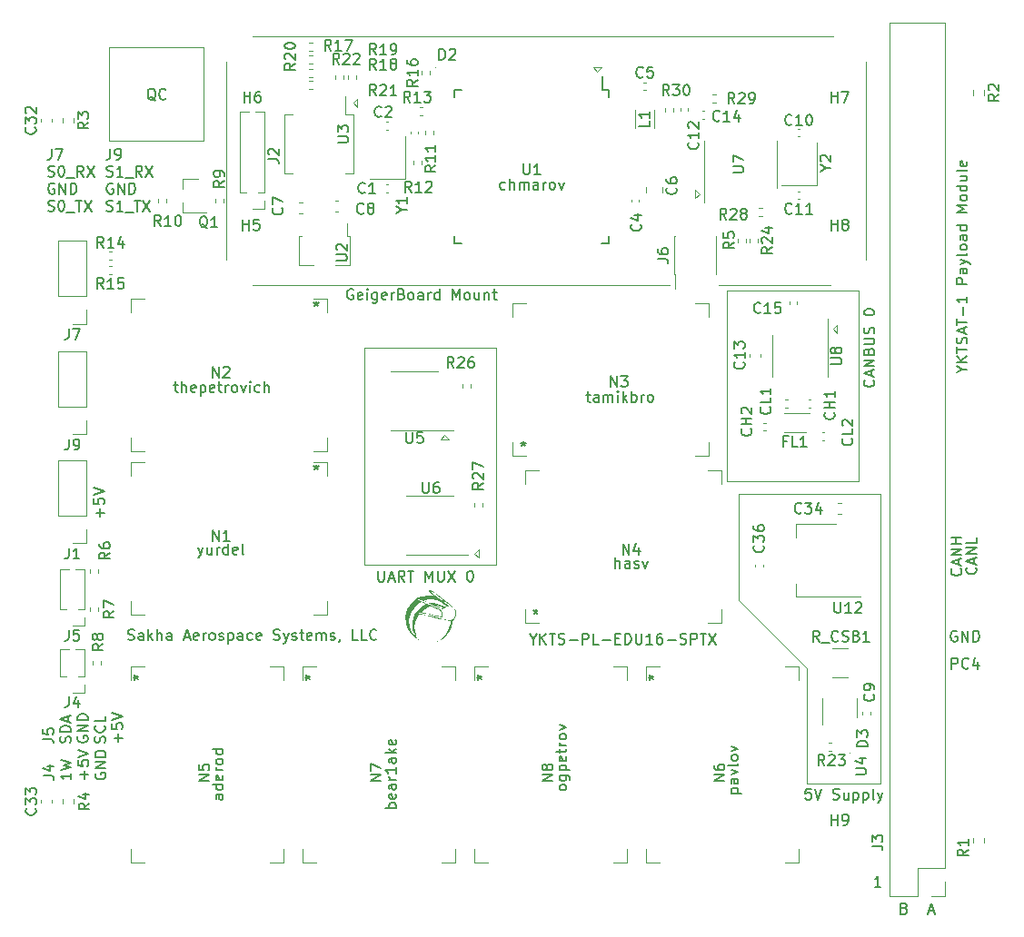
<source format=gbr>
%TF.GenerationSoftware,KiCad,Pcbnew,(6.0.0)*%
%TF.CreationDate,2022-01-29T18:53:07+09:00*%
%TF.ProjectId,ykts-payload,796b7473-2d70-4617-996c-6f61642e6b69,A4*%
%TF.SameCoordinates,Original*%
%TF.FileFunction,Legend,Top*%
%TF.FilePolarity,Positive*%
%FSLAX46Y46*%
G04 Gerber Fmt 4.6, Leading zero omitted, Abs format (unit mm)*
G04 Created by KiCad (PCBNEW (6.0.0)) date 2022-01-29 18:53:07*
%MOMM*%
%LPD*%
G01*
G04 APERTURE LIST*
%ADD10C,0.120000*%
%ADD11C,0.150000*%
%ADD12C,0.100000*%
G04 APERTURE END LIST*
D10*
X121158000Y-71247000D02*
X120777000Y-70866000D01*
X121158000Y-70485000D02*
X121158000Y-71247000D01*
X120777000Y-70866000D02*
X121158000Y-70485000D01*
X155575000Y-88392000D02*
X167894000Y-88392000D01*
X134112000Y-113919000D02*
X121793000Y-113919000D01*
X155575000Y-106172000D02*
X155575000Y-88392000D01*
X163068000Y-134366000D02*
X169926000Y-134366000D01*
X165227000Y-87884000D02*
X154813000Y-87884000D01*
X167894000Y-107315000D02*
X156718000Y-107315000D01*
X121793000Y-113919000D02*
X121793000Y-93726000D01*
X169926000Y-134366000D02*
X169926000Y-107315000D01*
X132461000Y-112522000D02*
X132461000Y-113284000D01*
X156718000Y-107315000D02*
X156718000Y-117221000D01*
X129286000Y-101854000D02*
X128905000Y-102235000D01*
X98044000Y-65659000D02*
X106807000Y-65659000D01*
X106807000Y-65659000D02*
X106807000Y-74422000D01*
X106807000Y-74422000D02*
X98044000Y-74422000D01*
X98044000Y-74422000D02*
X98044000Y-65659000D01*
X150241000Y-87884000D02*
X111379000Y-87884000D01*
X108966000Y-85471000D02*
X108966000Y-67056000D01*
X152654000Y-78994000D02*
X152654000Y-79756000D01*
X143510000Y-67945000D02*
X143891000Y-67564000D01*
X165481000Y-91948000D02*
X165862000Y-91567000D01*
X129667000Y-102235000D02*
X129286000Y-101854000D01*
X163068000Y-123571000D02*
X163068000Y-134366000D01*
X169926000Y-107315000D02*
X167894000Y-107315000D01*
X132461000Y-113284000D02*
X132080000Y-112903000D01*
X128905000Y-102235000D02*
X129667000Y-102235000D01*
X143891000Y-67564000D02*
X143129000Y-67564000D01*
X168529000Y-67056000D02*
X168529000Y-85471000D01*
X143129000Y-67564000D02*
X143510000Y-67945000D01*
X111379000Y-64643000D02*
X165481000Y-64643000D01*
X165862000Y-92329000D02*
X165481000Y-91948000D01*
X153035000Y-79375000D02*
X152654000Y-78994000D01*
X134112000Y-93726000D02*
X134112000Y-113919000D01*
X121920000Y-93726000D02*
X134112000Y-93726000D01*
X167894000Y-88392000D02*
X167894000Y-106172000D01*
X152654000Y-79756000D02*
X153035000Y-79375000D01*
X156718000Y-117221000D02*
X163068000Y-123571000D01*
X121793000Y-93726000D02*
X121920000Y-93726000D01*
X132080000Y-112903000D02*
X132461000Y-112522000D01*
X165862000Y-91567000D02*
X165862000Y-92329000D01*
X167894000Y-106172000D02*
X155575000Y-106172000D01*
D11*
X98157309Y-75142380D02*
X98157309Y-75856666D01*
X98109690Y-75999523D01*
X98014452Y-76094761D01*
X97871595Y-76142380D01*
X97776357Y-76142380D01*
X98681119Y-76142380D02*
X98871595Y-76142380D01*
X98966833Y-76094761D01*
X99014452Y-76047142D01*
X99109690Y-75904285D01*
X99157309Y-75713809D01*
X99157309Y-75332857D01*
X99109690Y-75237619D01*
X99062071Y-75190000D01*
X98966833Y-75142380D01*
X98776357Y-75142380D01*
X98681119Y-75190000D01*
X98633500Y-75237619D01*
X98585880Y-75332857D01*
X98585880Y-75570952D01*
X98633500Y-75666190D01*
X98681119Y-75713809D01*
X98776357Y-75761428D01*
X98966833Y-75761428D01*
X99062071Y-75713809D01*
X99109690Y-75666190D01*
X99157309Y-75570952D01*
X97823976Y-77704761D02*
X97966833Y-77752380D01*
X98204928Y-77752380D01*
X98300166Y-77704761D01*
X98347785Y-77657142D01*
X98395404Y-77561904D01*
X98395404Y-77466666D01*
X98347785Y-77371428D01*
X98300166Y-77323809D01*
X98204928Y-77276190D01*
X98014452Y-77228571D01*
X97919214Y-77180952D01*
X97871595Y-77133333D01*
X97823976Y-77038095D01*
X97823976Y-76942857D01*
X97871595Y-76847619D01*
X97919214Y-76800000D01*
X98014452Y-76752380D01*
X98252547Y-76752380D01*
X98395404Y-76800000D01*
X99347785Y-77752380D02*
X98776357Y-77752380D01*
X99062071Y-77752380D02*
X99062071Y-76752380D01*
X98966833Y-76895238D01*
X98871595Y-76990476D01*
X98776357Y-77038095D01*
X99538261Y-77847619D02*
X100300166Y-77847619D01*
X101109690Y-77752380D02*
X100776357Y-77276190D01*
X100538261Y-77752380D02*
X100538261Y-76752380D01*
X100919214Y-76752380D01*
X101014452Y-76800000D01*
X101062071Y-76847619D01*
X101109690Y-76942857D01*
X101109690Y-77085714D01*
X101062071Y-77180952D01*
X101014452Y-77228571D01*
X100919214Y-77276190D01*
X100538261Y-77276190D01*
X101443023Y-76752380D02*
X102109690Y-77752380D01*
X102109690Y-76752380D02*
X101443023Y-77752380D01*
X98395404Y-78410000D02*
X98300166Y-78362380D01*
X98157309Y-78362380D01*
X98014452Y-78410000D01*
X97919214Y-78505238D01*
X97871595Y-78600476D01*
X97823976Y-78790952D01*
X97823976Y-78933809D01*
X97871595Y-79124285D01*
X97919214Y-79219523D01*
X98014452Y-79314761D01*
X98157309Y-79362380D01*
X98252547Y-79362380D01*
X98395404Y-79314761D01*
X98443023Y-79267142D01*
X98443023Y-78933809D01*
X98252547Y-78933809D01*
X98871595Y-79362380D02*
X98871595Y-78362380D01*
X99443023Y-79362380D01*
X99443023Y-78362380D01*
X99919214Y-79362380D02*
X99919214Y-78362380D01*
X100157309Y-78362380D01*
X100300166Y-78410000D01*
X100395404Y-78505238D01*
X100443023Y-78600476D01*
X100490642Y-78790952D01*
X100490642Y-78933809D01*
X100443023Y-79124285D01*
X100395404Y-79219523D01*
X100300166Y-79314761D01*
X100157309Y-79362380D01*
X99919214Y-79362380D01*
X97823976Y-80924761D02*
X97966833Y-80972380D01*
X98204928Y-80972380D01*
X98300166Y-80924761D01*
X98347785Y-80877142D01*
X98395404Y-80781904D01*
X98395404Y-80686666D01*
X98347785Y-80591428D01*
X98300166Y-80543809D01*
X98204928Y-80496190D01*
X98014452Y-80448571D01*
X97919214Y-80400952D01*
X97871595Y-80353333D01*
X97823976Y-80258095D01*
X97823976Y-80162857D01*
X97871595Y-80067619D01*
X97919214Y-80020000D01*
X98014452Y-79972380D01*
X98252547Y-79972380D01*
X98395404Y-80020000D01*
X99347785Y-80972380D02*
X98776357Y-80972380D01*
X99062071Y-80972380D02*
X99062071Y-79972380D01*
X98966833Y-80115238D01*
X98871595Y-80210476D01*
X98776357Y-80258095D01*
X99538261Y-81067619D02*
X100300166Y-81067619D01*
X100395404Y-79972380D02*
X100966833Y-79972380D01*
X100681119Y-80972380D02*
X100681119Y-79972380D01*
X101204928Y-79972380D02*
X101871595Y-80972380D01*
X101871595Y-79972380D02*
X101204928Y-80972380D01*
X169267142Y-96726000D02*
X169314761Y-96773619D01*
X169362380Y-96916476D01*
X169362380Y-97011714D01*
X169314761Y-97154571D01*
X169219523Y-97249809D01*
X169124285Y-97297428D01*
X168933809Y-97345047D01*
X168790952Y-97345047D01*
X168600476Y-97297428D01*
X168505238Y-97249809D01*
X168410000Y-97154571D01*
X168362380Y-97011714D01*
X168362380Y-96916476D01*
X168410000Y-96773619D01*
X168457619Y-96726000D01*
X169076666Y-96345047D02*
X169076666Y-95868857D01*
X169362380Y-96440285D02*
X168362380Y-96106952D01*
X169362380Y-95773619D01*
X169362380Y-95440285D02*
X168362380Y-95440285D01*
X169362380Y-94868857D01*
X168362380Y-94868857D01*
X168838571Y-94059333D02*
X168886190Y-93916476D01*
X168933809Y-93868857D01*
X169029047Y-93821238D01*
X169171904Y-93821238D01*
X169267142Y-93868857D01*
X169314761Y-93916476D01*
X169362380Y-94011714D01*
X169362380Y-94392666D01*
X168362380Y-94392666D01*
X168362380Y-94059333D01*
X168410000Y-93964095D01*
X168457619Y-93916476D01*
X168552857Y-93868857D01*
X168648095Y-93868857D01*
X168743333Y-93916476D01*
X168790952Y-93964095D01*
X168838571Y-94059333D01*
X168838571Y-94392666D01*
X168362380Y-93392666D02*
X169171904Y-93392666D01*
X169267142Y-93345047D01*
X169314761Y-93297428D01*
X169362380Y-93202190D01*
X169362380Y-93011714D01*
X169314761Y-92916476D01*
X169267142Y-92868857D01*
X169171904Y-92821238D01*
X168362380Y-92821238D01*
X169314761Y-92392666D02*
X169362380Y-92249809D01*
X169362380Y-92011714D01*
X169314761Y-91916476D01*
X169267142Y-91868857D01*
X169171904Y-91821238D01*
X169076666Y-91821238D01*
X168981428Y-91868857D01*
X168933809Y-91916476D01*
X168886190Y-92011714D01*
X168838571Y-92202190D01*
X168790952Y-92297428D01*
X168743333Y-92345047D01*
X168648095Y-92392666D01*
X168552857Y-92392666D01*
X168457619Y-92345047D01*
X168410000Y-92297428D01*
X168362380Y-92202190D01*
X168362380Y-91964095D01*
X168410000Y-91821238D01*
X168362380Y-90440285D02*
X168362380Y-90345047D01*
X168410000Y-90249809D01*
X168457619Y-90202190D01*
X168552857Y-90154571D01*
X168743333Y-90106952D01*
X168981428Y-90106952D01*
X169171904Y-90154571D01*
X169267142Y-90202190D01*
X169314761Y-90249809D01*
X169362380Y-90345047D01*
X169362380Y-90440285D01*
X169314761Y-90535523D01*
X169267142Y-90583142D01*
X169171904Y-90630761D01*
X168981428Y-90678380D01*
X168743333Y-90678380D01*
X168552857Y-90630761D01*
X168457619Y-90583142D01*
X168410000Y-90535523D01*
X168362380Y-90440285D01*
X102369952Y-70651619D02*
X102274714Y-70604000D01*
X102179476Y-70508761D01*
X102036619Y-70365904D01*
X101941380Y-70318285D01*
X101846142Y-70318285D01*
X101893761Y-70556380D02*
X101798523Y-70508761D01*
X101703285Y-70413523D01*
X101655666Y-70223047D01*
X101655666Y-69889714D01*
X101703285Y-69699238D01*
X101798523Y-69604000D01*
X101893761Y-69556380D01*
X102084238Y-69556380D01*
X102179476Y-69604000D01*
X102274714Y-69699238D01*
X102322333Y-69889714D01*
X102322333Y-70223047D01*
X102274714Y-70413523D01*
X102179476Y-70508761D01*
X102084238Y-70556380D01*
X101893761Y-70556380D01*
X103322333Y-70461142D02*
X103274714Y-70508761D01*
X103131857Y-70556380D01*
X103036619Y-70556380D01*
X102893761Y-70508761D01*
X102798523Y-70413523D01*
X102750904Y-70318285D01*
X102703285Y-70127809D01*
X102703285Y-69984952D01*
X102750904Y-69794476D01*
X102798523Y-69699238D01*
X102893761Y-69604000D01*
X103036619Y-69556380D01*
X103131857Y-69556380D01*
X103274714Y-69604000D01*
X103322333Y-69651619D01*
X137542047Y-120880190D02*
X137542047Y-121356380D01*
X137208714Y-120356380D02*
X137542047Y-120880190D01*
X137875380Y-120356380D01*
X138208714Y-121356380D02*
X138208714Y-120356380D01*
X138780142Y-121356380D02*
X138351571Y-120784952D01*
X138780142Y-120356380D02*
X138208714Y-120927809D01*
X139065857Y-120356380D02*
X139637285Y-120356380D01*
X139351571Y-121356380D02*
X139351571Y-120356380D01*
X139923000Y-121308761D02*
X140065857Y-121356380D01*
X140303952Y-121356380D01*
X140399190Y-121308761D01*
X140446809Y-121261142D01*
X140494428Y-121165904D01*
X140494428Y-121070666D01*
X140446809Y-120975428D01*
X140399190Y-120927809D01*
X140303952Y-120880190D01*
X140113476Y-120832571D01*
X140018238Y-120784952D01*
X139970619Y-120737333D01*
X139923000Y-120642095D01*
X139923000Y-120546857D01*
X139970619Y-120451619D01*
X140018238Y-120404000D01*
X140113476Y-120356380D01*
X140351571Y-120356380D01*
X140494428Y-120404000D01*
X140923000Y-120975428D02*
X141684904Y-120975428D01*
X142161095Y-121356380D02*
X142161095Y-120356380D01*
X142542047Y-120356380D01*
X142637285Y-120404000D01*
X142684904Y-120451619D01*
X142732523Y-120546857D01*
X142732523Y-120689714D01*
X142684904Y-120784952D01*
X142637285Y-120832571D01*
X142542047Y-120880190D01*
X142161095Y-120880190D01*
X143637285Y-121356380D02*
X143161095Y-121356380D01*
X143161095Y-120356380D01*
X143970619Y-120975428D02*
X144732523Y-120975428D01*
X145208714Y-120832571D02*
X145542047Y-120832571D01*
X145684904Y-121356380D02*
X145208714Y-121356380D01*
X145208714Y-120356380D01*
X145684904Y-120356380D01*
X146113476Y-121356380D02*
X146113476Y-120356380D01*
X146351571Y-120356380D01*
X146494428Y-120404000D01*
X146589666Y-120499238D01*
X146637285Y-120594476D01*
X146684904Y-120784952D01*
X146684904Y-120927809D01*
X146637285Y-121118285D01*
X146589666Y-121213523D01*
X146494428Y-121308761D01*
X146351571Y-121356380D01*
X146113476Y-121356380D01*
X147113476Y-120356380D02*
X147113476Y-121165904D01*
X147161095Y-121261142D01*
X147208714Y-121308761D01*
X147303952Y-121356380D01*
X147494428Y-121356380D01*
X147589666Y-121308761D01*
X147637285Y-121261142D01*
X147684904Y-121165904D01*
X147684904Y-120356380D01*
X148684904Y-121356380D02*
X148113476Y-121356380D01*
X148399190Y-121356380D02*
X148399190Y-120356380D01*
X148303952Y-120499238D01*
X148208714Y-120594476D01*
X148113476Y-120642095D01*
X149542047Y-120356380D02*
X149351571Y-120356380D01*
X149256333Y-120404000D01*
X149208714Y-120451619D01*
X149113476Y-120594476D01*
X149065857Y-120784952D01*
X149065857Y-121165904D01*
X149113476Y-121261142D01*
X149161095Y-121308761D01*
X149256333Y-121356380D01*
X149446809Y-121356380D01*
X149542047Y-121308761D01*
X149589666Y-121261142D01*
X149637285Y-121165904D01*
X149637285Y-120927809D01*
X149589666Y-120832571D01*
X149542047Y-120784952D01*
X149446809Y-120737333D01*
X149256333Y-120737333D01*
X149161095Y-120784952D01*
X149113476Y-120832571D01*
X149065857Y-120927809D01*
X150065857Y-120975428D02*
X150827761Y-120975428D01*
X151256333Y-121308761D02*
X151399190Y-121356380D01*
X151637285Y-121356380D01*
X151732523Y-121308761D01*
X151780142Y-121261142D01*
X151827761Y-121165904D01*
X151827761Y-121070666D01*
X151780142Y-120975428D01*
X151732523Y-120927809D01*
X151637285Y-120880190D01*
X151446809Y-120832571D01*
X151351571Y-120784952D01*
X151303952Y-120737333D01*
X151256333Y-120642095D01*
X151256333Y-120546857D01*
X151303952Y-120451619D01*
X151351571Y-120404000D01*
X151446809Y-120356380D01*
X151684904Y-120356380D01*
X151827761Y-120404000D01*
X152256333Y-121356380D02*
X152256333Y-120356380D01*
X152637285Y-120356380D01*
X152732523Y-120404000D01*
X152780142Y-120451619D01*
X152827761Y-120546857D01*
X152827761Y-120689714D01*
X152780142Y-120784952D01*
X152732523Y-120832571D01*
X152637285Y-120880190D01*
X152256333Y-120880190D01*
X153113476Y-120356380D02*
X153684904Y-120356380D01*
X153399190Y-121356380D02*
X153399190Y-120356380D01*
X153923000Y-120356380D02*
X154589666Y-121356380D01*
X154589666Y-120356380D02*
X153923000Y-121356380D01*
X104085000Y-97194714D02*
X104465952Y-97194714D01*
X104227857Y-96861380D02*
X104227857Y-97718523D01*
X104275476Y-97813761D01*
X104370714Y-97861380D01*
X104465952Y-97861380D01*
X104799285Y-97861380D02*
X104799285Y-96861380D01*
X105227857Y-97861380D02*
X105227857Y-97337571D01*
X105180238Y-97242333D01*
X105085000Y-97194714D01*
X104942142Y-97194714D01*
X104846904Y-97242333D01*
X104799285Y-97289952D01*
X106085000Y-97813761D02*
X105989761Y-97861380D01*
X105799285Y-97861380D01*
X105704047Y-97813761D01*
X105656428Y-97718523D01*
X105656428Y-97337571D01*
X105704047Y-97242333D01*
X105799285Y-97194714D01*
X105989761Y-97194714D01*
X106085000Y-97242333D01*
X106132619Y-97337571D01*
X106132619Y-97432809D01*
X105656428Y-97528047D01*
X106561190Y-97194714D02*
X106561190Y-98194714D01*
X106561190Y-97242333D02*
X106656428Y-97194714D01*
X106846904Y-97194714D01*
X106942142Y-97242333D01*
X106989761Y-97289952D01*
X107037380Y-97385190D01*
X107037380Y-97670904D01*
X106989761Y-97766142D01*
X106942142Y-97813761D01*
X106846904Y-97861380D01*
X106656428Y-97861380D01*
X106561190Y-97813761D01*
X107846904Y-97813761D02*
X107751666Y-97861380D01*
X107561190Y-97861380D01*
X107465952Y-97813761D01*
X107418333Y-97718523D01*
X107418333Y-97337571D01*
X107465952Y-97242333D01*
X107561190Y-97194714D01*
X107751666Y-97194714D01*
X107846904Y-97242333D01*
X107894523Y-97337571D01*
X107894523Y-97432809D01*
X107418333Y-97528047D01*
X108180238Y-97194714D02*
X108561190Y-97194714D01*
X108323095Y-96861380D02*
X108323095Y-97718523D01*
X108370714Y-97813761D01*
X108465952Y-97861380D01*
X108561190Y-97861380D01*
X108894523Y-97861380D02*
X108894523Y-97194714D01*
X108894523Y-97385190D02*
X108942142Y-97289952D01*
X108989761Y-97242333D01*
X109085000Y-97194714D01*
X109180238Y-97194714D01*
X109656428Y-97861380D02*
X109561190Y-97813761D01*
X109513571Y-97766142D01*
X109465952Y-97670904D01*
X109465952Y-97385190D01*
X109513571Y-97289952D01*
X109561190Y-97242333D01*
X109656428Y-97194714D01*
X109799285Y-97194714D01*
X109894523Y-97242333D01*
X109942142Y-97289952D01*
X109989761Y-97385190D01*
X109989761Y-97670904D01*
X109942142Y-97766142D01*
X109894523Y-97813761D01*
X109799285Y-97861380D01*
X109656428Y-97861380D01*
X110323095Y-97194714D02*
X110561190Y-97861380D01*
X110799285Y-97194714D01*
X111180238Y-97861380D02*
X111180238Y-97194714D01*
X111180238Y-96861380D02*
X111132619Y-96909000D01*
X111180238Y-96956619D01*
X111227857Y-96909000D01*
X111180238Y-96861380D01*
X111180238Y-96956619D01*
X112085000Y-97813761D02*
X111989761Y-97861380D01*
X111799285Y-97861380D01*
X111704047Y-97813761D01*
X111656428Y-97766142D01*
X111608809Y-97670904D01*
X111608809Y-97385190D01*
X111656428Y-97289952D01*
X111704047Y-97242333D01*
X111799285Y-97194714D01*
X111989761Y-97194714D01*
X112085000Y-97242333D01*
X112513571Y-97861380D02*
X112513571Y-96861380D01*
X112942142Y-97861380D02*
X112942142Y-97337571D01*
X112894523Y-97242333D01*
X112799285Y-97194714D01*
X112656428Y-97194714D01*
X112561190Y-97242333D01*
X112513571Y-97289952D01*
X120769857Y-88273000D02*
X120674619Y-88225380D01*
X120531761Y-88225380D01*
X120388904Y-88273000D01*
X120293666Y-88368238D01*
X120246047Y-88463476D01*
X120198428Y-88653952D01*
X120198428Y-88796809D01*
X120246047Y-88987285D01*
X120293666Y-89082523D01*
X120388904Y-89177761D01*
X120531761Y-89225380D01*
X120627000Y-89225380D01*
X120769857Y-89177761D01*
X120817476Y-89130142D01*
X120817476Y-88796809D01*
X120627000Y-88796809D01*
X121627000Y-89177761D02*
X121531761Y-89225380D01*
X121341285Y-89225380D01*
X121246047Y-89177761D01*
X121198428Y-89082523D01*
X121198428Y-88701571D01*
X121246047Y-88606333D01*
X121341285Y-88558714D01*
X121531761Y-88558714D01*
X121627000Y-88606333D01*
X121674619Y-88701571D01*
X121674619Y-88796809D01*
X121198428Y-88892047D01*
X122103190Y-89225380D02*
X122103190Y-88558714D01*
X122103190Y-88225380D02*
X122055571Y-88273000D01*
X122103190Y-88320619D01*
X122150809Y-88273000D01*
X122103190Y-88225380D01*
X122103190Y-88320619D01*
X123007952Y-88558714D02*
X123007952Y-89368238D01*
X122960333Y-89463476D01*
X122912714Y-89511095D01*
X122817476Y-89558714D01*
X122674619Y-89558714D01*
X122579380Y-89511095D01*
X123007952Y-89177761D02*
X122912714Y-89225380D01*
X122722238Y-89225380D01*
X122627000Y-89177761D01*
X122579380Y-89130142D01*
X122531761Y-89034904D01*
X122531761Y-88749190D01*
X122579380Y-88653952D01*
X122627000Y-88606333D01*
X122722238Y-88558714D01*
X122912714Y-88558714D01*
X123007952Y-88606333D01*
X123865095Y-89177761D02*
X123769857Y-89225380D01*
X123579380Y-89225380D01*
X123484142Y-89177761D01*
X123436523Y-89082523D01*
X123436523Y-88701571D01*
X123484142Y-88606333D01*
X123579380Y-88558714D01*
X123769857Y-88558714D01*
X123865095Y-88606333D01*
X123912714Y-88701571D01*
X123912714Y-88796809D01*
X123436523Y-88892047D01*
X124341285Y-89225380D02*
X124341285Y-88558714D01*
X124341285Y-88749190D02*
X124388904Y-88653952D01*
X124436523Y-88606333D01*
X124531761Y-88558714D01*
X124627000Y-88558714D01*
X125293666Y-88701571D02*
X125436523Y-88749190D01*
X125484142Y-88796809D01*
X125531761Y-88892047D01*
X125531761Y-89034904D01*
X125484142Y-89130142D01*
X125436523Y-89177761D01*
X125341285Y-89225380D01*
X124960333Y-89225380D01*
X124960333Y-88225380D01*
X125293666Y-88225380D01*
X125388904Y-88273000D01*
X125436523Y-88320619D01*
X125484142Y-88415857D01*
X125484142Y-88511095D01*
X125436523Y-88606333D01*
X125388904Y-88653952D01*
X125293666Y-88701571D01*
X124960333Y-88701571D01*
X126103190Y-89225380D02*
X126007952Y-89177761D01*
X125960333Y-89130142D01*
X125912714Y-89034904D01*
X125912714Y-88749190D01*
X125960333Y-88653952D01*
X126007952Y-88606333D01*
X126103190Y-88558714D01*
X126246047Y-88558714D01*
X126341285Y-88606333D01*
X126388904Y-88653952D01*
X126436523Y-88749190D01*
X126436523Y-89034904D01*
X126388904Y-89130142D01*
X126341285Y-89177761D01*
X126246047Y-89225380D01*
X126103190Y-89225380D01*
X127293666Y-89225380D02*
X127293666Y-88701571D01*
X127246047Y-88606333D01*
X127150809Y-88558714D01*
X126960333Y-88558714D01*
X126865095Y-88606333D01*
X127293666Y-89177761D02*
X127198428Y-89225380D01*
X126960333Y-89225380D01*
X126865095Y-89177761D01*
X126817476Y-89082523D01*
X126817476Y-88987285D01*
X126865095Y-88892047D01*
X126960333Y-88844428D01*
X127198428Y-88844428D01*
X127293666Y-88796809D01*
X127769857Y-89225380D02*
X127769857Y-88558714D01*
X127769857Y-88749190D02*
X127817476Y-88653952D01*
X127865095Y-88606333D01*
X127960333Y-88558714D01*
X128055571Y-88558714D01*
X128817476Y-89225380D02*
X128817476Y-88225380D01*
X128817476Y-89177761D02*
X128722238Y-89225380D01*
X128531761Y-89225380D01*
X128436523Y-89177761D01*
X128388904Y-89130142D01*
X128341285Y-89034904D01*
X128341285Y-88749190D01*
X128388904Y-88653952D01*
X128436523Y-88606333D01*
X128531761Y-88558714D01*
X128722238Y-88558714D01*
X128817476Y-88606333D01*
X130055571Y-89225380D02*
X130055571Y-88225380D01*
X130388904Y-88939666D01*
X130722238Y-88225380D01*
X130722238Y-89225380D01*
X131341285Y-89225380D02*
X131246047Y-89177761D01*
X131198428Y-89130142D01*
X131150809Y-89034904D01*
X131150809Y-88749190D01*
X131198428Y-88653952D01*
X131246047Y-88606333D01*
X131341285Y-88558714D01*
X131484142Y-88558714D01*
X131579380Y-88606333D01*
X131627000Y-88653952D01*
X131674619Y-88749190D01*
X131674619Y-89034904D01*
X131627000Y-89130142D01*
X131579380Y-89177761D01*
X131484142Y-89225380D01*
X131341285Y-89225380D01*
X132531761Y-88558714D02*
X132531761Y-89225380D01*
X132103190Y-88558714D02*
X132103190Y-89082523D01*
X132150809Y-89177761D01*
X132246047Y-89225380D01*
X132388904Y-89225380D01*
X132484142Y-89177761D01*
X132531761Y-89130142D01*
X133007952Y-88558714D02*
X133007952Y-89225380D01*
X133007952Y-88653952D02*
X133055571Y-88606333D01*
X133150809Y-88558714D01*
X133293666Y-88558714D01*
X133388904Y-88606333D01*
X133436523Y-88701571D01*
X133436523Y-89225380D01*
X133769857Y-88558714D02*
X134150809Y-88558714D01*
X133912714Y-88225380D02*
X133912714Y-89082523D01*
X133960333Y-89177761D01*
X134055571Y-89225380D01*
X134150809Y-89225380D01*
X91906380Y-133617690D02*
X92620666Y-133617690D01*
X92763523Y-133665309D01*
X92858761Y-133760547D01*
X92906380Y-133903404D01*
X92906380Y-133998642D01*
X92239714Y-132712928D02*
X92906380Y-132712928D01*
X91858761Y-132951023D02*
X92573047Y-133189119D01*
X92573047Y-132570071D01*
X94516380Y-133379595D02*
X94516380Y-133951023D01*
X94516380Y-133665309D02*
X93516380Y-133665309D01*
X93659238Y-133760547D01*
X93754476Y-133855785D01*
X93802095Y-133951023D01*
X93516380Y-133046261D02*
X94516380Y-132808166D01*
X93802095Y-132617690D01*
X94516380Y-132427214D01*
X93516380Y-132189119D01*
X95745428Y-133903404D02*
X95745428Y-133141500D01*
X96126380Y-133522452D02*
X95364476Y-133522452D01*
X95126380Y-132189119D02*
X95126380Y-132665309D01*
X95602571Y-132712928D01*
X95554952Y-132665309D01*
X95507333Y-132570071D01*
X95507333Y-132331976D01*
X95554952Y-132236738D01*
X95602571Y-132189119D01*
X95697809Y-132141500D01*
X95935904Y-132141500D01*
X96031142Y-132189119D01*
X96078761Y-132236738D01*
X96126380Y-132331976D01*
X96126380Y-132570071D01*
X96078761Y-132665309D01*
X96031142Y-132712928D01*
X95126380Y-131855785D02*
X96126380Y-131522452D01*
X95126380Y-131189119D01*
X96784000Y-133379595D02*
X96736380Y-133474833D01*
X96736380Y-133617690D01*
X96784000Y-133760547D01*
X96879238Y-133855785D01*
X96974476Y-133903404D01*
X97164952Y-133951023D01*
X97307809Y-133951023D01*
X97498285Y-133903404D01*
X97593523Y-133855785D01*
X97688761Y-133760547D01*
X97736380Y-133617690D01*
X97736380Y-133522452D01*
X97688761Y-133379595D01*
X97641142Y-133331976D01*
X97307809Y-133331976D01*
X97307809Y-133522452D01*
X97736380Y-132903404D02*
X96736380Y-132903404D01*
X97736380Y-132331976D01*
X96736380Y-132331976D01*
X97736380Y-131855785D02*
X96736380Y-131855785D01*
X96736380Y-131617690D01*
X96784000Y-131474833D01*
X96879238Y-131379595D01*
X96974476Y-131331976D01*
X97164952Y-131284357D01*
X97307809Y-131284357D01*
X97498285Y-131331976D01*
X97593523Y-131379595D01*
X97688761Y-131474833D01*
X97736380Y-131617690D01*
X97736380Y-131855785D01*
X177038095Y-120150000D02*
X176942857Y-120102380D01*
X176800000Y-120102380D01*
X176657142Y-120150000D01*
X176561904Y-120245238D01*
X176514285Y-120340476D01*
X176466666Y-120530952D01*
X176466666Y-120673809D01*
X176514285Y-120864285D01*
X176561904Y-120959523D01*
X176657142Y-121054761D01*
X176800000Y-121102380D01*
X176895238Y-121102380D01*
X177038095Y-121054761D01*
X177085714Y-121007142D01*
X177085714Y-120673809D01*
X176895238Y-120673809D01*
X177514285Y-121102380D02*
X177514285Y-120102380D01*
X178085714Y-121102380D01*
X178085714Y-120102380D01*
X178561904Y-121102380D02*
X178561904Y-120102380D01*
X178800000Y-120102380D01*
X178942857Y-120150000D01*
X179038095Y-120245238D01*
X179085714Y-120340476D01*
X179133333Y-120530952D01*
X179133333Y-120673809D01*
X179085714Y-120864285D01*
X179038095Y-120959523D01*
X178942857Y-121054761D01*
X178800000Y-121102380D01*
X178561904Y-121102380D01*
X134937809Y-78890761D02*
X134842571Y-78938380D01*
X134652095Y-78938380D01*
X134556857Y-78890761D01*
X134509238Y-78843142D01*
X134461619Y-78747904D01*
X134461619Y-78462190D01*
X134509238Y-78366952D01*
X134556857Y-78319333D01*
X134652095Y-78271714D01*
X134842571Y-78271714D01*
X134937809Y-78319333D01*
X135366380Y-78938380D02*
X135366380Y-77938380D01*
X135794952Y-78938380D02*
X135794952Y-78414571D01*
X135747333Y-78319333D01*
X135652095Y-78271714D01*
X135509238Y-78271714D01*
X135414000Y-78319333D01*
X135366380Y-78366952D01*
X136271142Y-78938380D02*
X136271142Y-78271714D01*
X136271142Y-78366952D02*
X136318761Y-78319333D01*
X136414000Y-78271714D01*
X136556857Y-78271714D01*
X136652095Y-78319333D01*
X136699714Y-78414571D01*
X136699714Y-78938380D01*
X136699714Y-78414571D02*
X136747333Y-78319333D01*
X136842571Y-78271714D01*
X136985428Y-78271714D01*
X137080666Y-78319333D01*
X137128285Y-78414571D01*
X137128285Y-78938380D01*
X138033047Y-78938380D02*
X138033047Y-78414571D01*
X137985428Y-78319333D01*
X137890190Y-78271714D01*
X137699714Y-78271714D01*
X137604476Y-78319333D01*
X138033047Y-78890761D02*
X137937809Y-78938380D01*
X137699714Y-78938380D01*
X137604476Y-78890761D01*
X137556857Y-78795523D01*
X137556857Y-78700285D01*
X137604476Y-78605047D01*
X137699714Y-78557428D01*
X137937809Y-78557428D01*
X138033047Y-78509809D01*
X138509238Y-78938380D02*
X138509238Y-78271714D01*
X138509238Y-78462190D02*
X138556857Y-78366952D01*
X138604476Y-78319333D01*
X138699714Y-78271714D01*
X138794952Y-78271714D01*
X139271142Y-78938380D02*
X139175904Y-78890761D01*
X139128285Y-78843142D01*
X139080666Y-78747904D01*
X139080666Y-78462190D01*
X139128285Y-78366952D01*
X139175904Y-78319333D01*
X139271142Y-78271714D01*
X139414000Y-78271714D01*
X139509238Y-78319333D01*
X139556857Y-78366952D01*
X139604476Y-78462190D01*
X139604476Y-78747904D01*
X139556857Y-78843142D01*
X139509238Y-78890761D01*
X139414000Y-78938380D01*
X139271142Y-78938380D01*
X139937809Y-78271714D02*
X140175904Y-78938380D01*
X140414000Y-78271714D01*
X163449380Y-134834380D02*
X162973190Y-134834380D01*
X162925571Y-135310571D01*
X162973190Y-135262952D01*
X163068428Y-135215333D01*
X163306523Y-135215333D01*
X163401761Y-135262952D01*
X163449380Y-135310571D01*
X163497000Y-135405809D01*
X163497000Y-135643904D01*
X163449380Y-135739142D01*
X163401761Y-135786761D01*
X163306523Y-135834380D01*
X163068428Y-135834380D01*
X162973190Y-135786761D01*
X162925571Y-135739142D01*
X163782714Y-134834380D02*
X164116047Y-135834380D01*
X164449380Y-134834380D01*
X165497000Y-135786761D02*
X165639857Y-135834380D01*
X165877952Y-135834380D01*
X165973190Y-135786761D01*
X166020809Y-135739142D01*
X166068428Y-135643904D01*
X166068428Y-135548666D01*
X166020809Y-135453428D01*
X165973190Y-135405809D01*
X165877952Y-135358190D01*
X165687476Y-135310571D01*
X165592238Y-135262952D01*
X165544619Y-135215333D01*
X165497000Y-135120095D01*
X165497000Y-135024857D01*
X165544619Y-134929619D01*
X165592238Y-134882000D01*
X165687476Y-134834380D01*
X165925571Y-134834380D01*
X166068428Y-134882000D01*
X166925571Y-135167714D02*
X166925571Y-135834380D01*
X166497000Y-135167714D02*
X166497000Y-135691523D01*
X166544619Y-135786761D01*
X166639857Y-135834380D01*
X166782714Y-135834380D01*
X166877952Y-135786761D01*
X166925571Y-135739142D01*
X167401761Y-135167714D02*
X167401761Y-136167714D01*
X167401761Y-135215333D02*
X167497000Y-135167714D01*
X167687476Y-135167714D01*
X167782714Y-135215333D01*
X167830333Y-135262952D01*
X167877952Y-135358190D01*
X167877952Y-135643904D01*
X167830333Y-135739142D01*
X167782714Y-135786761D01*
X167687476Y-135834380D01*
X167497000Y-135834380D01*
X167401761Y-135786761D01*
X168306523Y-135167714D02*
X168306523Y-136167714D01*
X168306523Y-135215333D02*
X168401761Y-135167714D01*
X168592238Y-135167714D01*
X168687476Y-135215333D01*
X168735095Y-135262952D01*
X168782714Y-135358190D01*
X168782714Y-135643904D01*
X168735095Y-135739142D01*
X168687476Y-135786761D01*
X168592238Y-135834380D01*
X168401761Y-135834380D01*
X168306523Y-135786761D01*
X169354142Y-135834380D02*
X169258904Y-135786761D01*
X169211285Y-135691523D01*
X169211285Y-134834380D01*
X169639857Y-135167714D02*
X169877952Y-135834380D01*
X170116047Y-135167714D02*
X169877952Y-135834380D01*
X169782714Y-136072476D01*
X169735095Y-136120095D01*
X169639857Y-136167714D01*
X108656380Y-135357952D02*
X108132571Y-135357952D01*
X108037333Y-135405571D01*
X107989714Y-135500809D01*
X107989714Y-135691285D01*
X108037333Y-135786523D01*
X108608761Y-135357952D02*
X108656380Y-135453190D01*
X108656380Y-135691285D01*
X108608761Y-135786523D01*
X108513523Y-135834142D01*
X108418285Y-135834142D01*
X108323047Y-135786523D01*
X108275428Y-135691285D01*
X108275428Y-135453190D01*
X108227809Y-135357952D01*
X108656380Y-134453190D02*
X107656380Y-134453190D01*
X108608761Y-134453190D02*
X108656380Y-134548428D01*
X108656380Y-134738904D01*
X108608761Y-134834142D01*
X108561142Y-134881761D01*
X108465904Y-134929380D01*
X108180190Y-134929380D01*
X108084952Y-134881761D01*
X108037333Y-134834142D01*
X107989714Y-134738904D01*
X107989714Y-134548428D01*
X108037333Y-134453190D01*
X108608761Y-133596047D02*
X108656380Y-133691285D01*
X108656380Y-133881761D01*
X108608761Y-133977000D01*
X108513523Y-134024619D01*
X108132571Y-134024619D01*
X108037333Y-133977000D01*
X107989714Y-133881761D01*
X107989714Y-133691285D01*
X108037333Y-133596047D01*
X108132571Y-133548428D01*
X108227809Y-133548428D01*
X108323047Y-134024619D01*
X108656380Y-133119857D02*
X107989714Y-133119857D01*
X108180190Y-133119857D02*
X108084952Y-133072238D01*
X108037333Y-133024619D01*
X107989714Y-132929380D01*
X107989714Y-132834142D01*
X108656380Y-132357952D02*
X108608761Y-132453190D01*
X108561142Y-132500809D01*
X108465904Y-132548428D01*
X108180190Y-132548428D01*
X108084952Y-132500809D01*
X108037333Y-132453190D01*
X107989714Y-132357952D01*
X107989714Y-132215095D01*
X108037333Y-132119857D01*
X108084952Y-132072238D01*
X108180190Y-132024619D01*
X108465904Y-132024619D01*
X108561142Y-132072238D01*
X108608761Y-132119857D01*
X108656380Y-132215095D01*
X108656380Y-132357952D01*
X108656380Y-131167476D02*
X107656380Y-131167476D01*
X108608761Y-131167476D02*
X108656380Y-131262714D01*
X108656380Y-131453190D01*
X108608761Y-131548428D01*
X108561142Y-131596047D01*
X108465904Y-131643666D01*
X108180190Y-131643666D01*
X108084952Y-131596047D01*
X108037333Y-131548428D01*
X107989714Y-131453190D01*
X107989714Y-131262714D01*
X108037333Y-131167476D01*
X97226428Y-109489714D02*
X97226428Y-108727809D01*
X97607380Y-109108761D02*
X96845476Y-109108761D01*
X96607380Y-107775428D02*
X96607380Y-108251619D01*
X97083571Y-108299238D01*
X97035952Y-108251619D01*
X96988333Y-108156380D01*
X96988333Y-107918285D01*
X97035952Y-107823047D01*
X97083571Y-107775428D01*
X97178809Y-107727809D01*
X97416904Y-107727809D01*
X97512142Y-107775428D01*
X97559761Y-107823047D01*
X97607380Y-107918285D01*
X97607380Y-108156380D01*
X97559761Y-108251619D01*
X97512142Y-108299238D01*
X96607380Y-107442095D02*
X97607380Y-107108761D01*
X96607380Y-106775428D01*
X106315142Y-112307714D02*
X106553238Y-112974380D01*
X106791333Y-112307714D02*
X106553238Y-112974380D01*
X106458000Y-113212476D01*
X106410380Y-113260095D01*
X106315142Y-113307714D01*
X107600857Y-112307714D02*
X107600857Y-112974380D01*
X107172285Y-112307714D02*
X107172285Y-112831523D01*
X107219904Y-112926761D01*
X107315142Y-112974380D01*
X107458000Y-112974380D01*
X107553238Y-112926761D01*
X107600857Y-112879142D01*
X108077047Y-112974380D02*
X108077047Y-112307714D01*
X108077047Y-112498190D02*
X108124666Y-112402952D01*
X108172285Y-112355333D01*
X108267523Y-112307714D01*
X108362761Y-112307714D01*
X109124666Y-112974380D02*
X109124666Y-111974380D01*
X109124666Y-112926761D02*
X109029428Y-112974380D01*
X108838952Y-112974380D01*
X108743714Y-112926761D01*
X108696095Y-112879142D01*
X108648476Y-112783904D01*
X108648476Y-112498190D01*
X108696095Y-112402952D01*
X108743714Y-112355333D01*
X108838952Y-112307714D01*
X109029428Y-112307714D01*
X109124666Y-112355333D01*
X109981809Y-112926761D02*
X109886571Y-112974380D01*
X109696095Y-112974380D01*
X109600857Y-112926761D01*
X109553238Y-112831523D01*
X109553238Y-112450571D01*
X109600857Y-112355333D01*
X109696095Y-112307714D01*
X109886571Y-112307714D01*
X109981809Y-112355333D01*
X110029428Y-112450571D01*
X110029428Y-112545809D01*
X109553238Y-112641047D01*
X110600857Y-112974380D02*
X110505619Y-112926761D01*
X110458000Y-112831523D01*
X110458000Y-111974380D01*
X145232619Y-114244380D02*
X145232619Y-113244380D01*
X145661190Y-114244380D02*
X145661190Y-113720571D01*
X145613571Y-113625333D01*
X145518333Y-113577714D01*
X145375476Y-113577714D01*
X145280238Y-113625333D01*
X145232619Y-113672952D01*
X146565952Y-114244380D02*
X146565952Y-113720571D01*
X146518333Y-113625333D01*
X146423095Y-113577714D01*
X146232619Y-113577714D01*
X146137380Y-113625333D01*
X146565952Y-114196761D02*
X146470714Y-114244380D01*
X146232619Y-114244380D01*
X146137380Y-114196761D01*
X146089761Y-114101523D01*
X146089761Y-114006285D01*
X146137380Y-113911047D01*
X146232619Y-113863428D01*
X146470714Y-113863428D01*
X146565952Y-113815809D01*
X146994523Y-114196761D02*
X147089761Y-114244380D01*
X147280238Y-114244380D01*
X147375476Y-114196761D01*
X147423095Y-114101523D01*
X147423095Y-114053904D01*
X147375476Y-113958666D01*
X147280238Y-113911047D01*
X147137380Y-113911047D01*
X147042142Y-113863428D01*
X146994523Y-113768190D01*
X146994523Y-113720571D01*
X147042142Y-113625333D01*
X147137380Y-113577714D01*
X147280238Y-113577714D01*
X147375476Y-113625333D01*
X147756428Y-113577714D02*
X147994523Y-114244380D01*
X148232619Y-113577714D01*
X178792142Y-114204619D02*
X178839761Y-114252238D01*
X178887380Y-114395095D01*
X178887380Y-114490333D01*
X178839761Y-114633190D01*
X178744523Y-114728428D01*
X178649285Y-114776047D01*
X178458809Y-114823666D01*
X178315952Y-114823666D01*
X178125476Y-114776047D01*
X178030238Y-114728428D01*
X177935000Y-114633190D01*
X177887380Y-114490333D01*
X177887380Y-114395095D01*
X177935000Y-114252238D01*
X177982619Y-114204619D01*
X178601666Y-113823666D02*
X178601666Y-113347476D01*
X178887380Y-113918904D02*
X177887380Y-113585571D01*
X178887380Y-113252238D01*
X178887380Y-112918904D02*
X177887380Y-112918904D01*
X178887380Y-112347476D01*
X177887380Y-112347476D01*
X178887380Y-111395095D02*
X178887380Y-111871285D01*
X177887380Y-111871285D01*
X124785380Y-136643666D02*
X123785380Y-136643666D01*
X124166333Y-136643666D02*
X124118714Y-136548428D01*
X124118714Y-136357952D01*
X124166333Y-136262714D01*
X124213952Y-136215095D01*
X124309190Y-136167476D01*
X124594904Y-136167476D01*
X124690142Y-136215095D01*
X124737761Y-136262714D01*
X124785380Y-136357952D01*
X124785380Y-136548428D01*
X124737761Y-136643666D01*
X124737761Y-135357952D02*
X124785380Y-135453190D01*
X124785380Y-135643666D01*
X124737761Y-135738904D01*
X124642523Y-135786523D01*
X124261571Y-135786523D01*
X124166333Y-135738904D01*
X124118714Y-135643666D01*
X124118714Y-135453190D01*
X124166333Y-135357952D01*
X124261571Y-135310333D01*
X124356809Y-135310333D01*
X124452047Y-135786523D01*
X124785380Y-134453190D02*
X124261571Y-134453190D01*
X124166333Y-134500809D01*
X124118714Y-134596047D01*
X124118714Y-134786523D01*
X124166333Y-134881761D01*
X124737761Y-134453190D02*
X124785380Y-134548428D01*
X124785380Y-134786523D01*
X124737761Y-134881761D01*
X124642523Y-134929380D01*
X124547285Y-134929380D01*
X124452047Y-134881761D01*
X124404428Y-134786523D01*
X124404428Y-134548428D01*
X124356809Y-134453190D01*
X124785380Y-133977000D02*
X124118714Y-133977000D01*
X124309190Y-133977000D02*
X124213952Y-133929380D01*
X124166333Y-133881761D01*
X124118714Y-133786523D01*
X124118714Y-133691285D01*
X124785380Y-132834142D02*
X124785380Y-133405571D01*
X124785380Y-133119857D02*
X123785380Y-133119857D01*
X123928238Y-133215095D01*
X124023476Y-133310333D01*
X124071095Y-133405571D01*
X124785380Y-131977000D02*
X124261571Y-131977000D01*
X124166333Y-132024619D01*
X124118714Y-132119857D01*
X124118714Y-132310333D01*
X124166333Y-132405571D01*
X124737761Y-131977000D02*
X124785380Y-132072238D01*
X124785380Y-132310333D01*
X124737761Y-132405571D01*
X124642523Y-132453190D01*
X124547285Y-132453190D01*
X124452047Y-132405571D01*
X124404428Y-132310333D01*
X124404428Y-132072238D01*
X124356809Y-131977000D01*
X124785380Y-131500809D02*
X123785380Y-131500809D01*
X124404428Y-131405571D02*
X124785380Y-131119857D01*
X124118714Y-131119857D02*
X124499666Y-131500809D01*
X124737761Y-130310333D02*
X124785380Y-130405571D01*
X124785380Y-130596047D01*
X124737761Y-130691285D01*
X124642523Y-130738904D01*
X124261571Y-130738904D01*
X124166333Y-130691285D01*
X124118714Y-130596047D01*
X124118714Y-130405571D01*
X124166333Y-130310333D01*
X124261571Y-130262714D01*
X124356809Y-130262714D01*
X124452047Y-130738904D01*
X91863380Y-130188690D02*
X92577666Y-130188690D01*
X92720523Y-130236309D01*
X92815761Y-130331547D01*
X92863380Y-130474404D01*
X92863380Y-130569642D01*
X91863380Y-129236309D02*
X91863380Y-129712500D01*
X92339571Y-129760119D01*
X92291952Y-129712500D01*
X92244333Y-129617261D01*
X92244333Y-129379166D01*
X92291952Y-129283928D01*
X92339571Y-129236309D01*
X92434809Y-129188690D01*
X92672904Y-129188690D01*
X92768142Y-129236309D01*
X92815761Y-129283928D01*
X92863380Y-129379166D01*
X92863380Y-129617261D01*
X92815761Y-129712500D01*
X92768142Y-129760119D01*
X94425761Y-130522023D02*
X94473380Y-130379166D01*
X94473380Y-130141071D01*
X94425761Y-130045833D01*
X94378142Y-129998214D01*
X94282904Y-129950595D01*
X94187666Y-129950595D01*
X94092428Y-129998214D01*
X94044809Y-130045833D01*
X93997190Y-130141071D01*
X93949571Y-130331547D01*
X93901952Y-130426785D01*
X93854333Y-130474404D01*
X93759095Y-130522023D01*
X93663857Y-130522023D01*
X93568619Y-130474404D01*
X93521000Y-130426785D01*
X93473380Y-130331547D01*
X93473380Y-130093452D01*
X93521000Y-129950595D01*
X94473380Y-129522023D02*
X93473380Y-129522023D01*
X93473380Y-129283928D01*
X93521000Y-129141071D01*
X93616238Y-129045833D01*
X93711476Y-128998214D01*
X93901952Y-128950595D01*
X94044809Y-128950595D01*
X94235285Y-128998214D01*
X94330523Y-129045833D01*
X94425761Y-129141071D01*
X94473380Y-129283928D01*
X94473380Y-129522023D01*
X94187666Y-128569642D02*
X94187666Y-128093452D01*
X94473380Y-128664880D02*
X93473380Y-128331547D01*
X94473380Y-127998214D01*
X95131000Y-129950595D02*
X95083380Y-130045833D01*
X95083380Y-130188690D01*
X95131000Y-130331547D01*
X95226238Y-130426785D01*
X95321476Y-130474404D01*
X95511952Y-130522023D01*
X95654809Y-130522023D01*
X95845285Y-130474404D01*
X95940523Y-130426785D01*
X96035761Y-130331547D01*
X96083380Y-130188690D01*
X96083380Y-130093452D01*
X96035761Y-129950595D01*
X95988142Y-129902976D01*
X95654809Y-129902976D01*
X95654809Y-130093452D01*
X96083380Y-129474404D02*
X95083380Y-129474404D01*
X96083380Y-128902976D01*
X95083380Y-128902976D01*
X96083380Y-128426785D02*
X95083380Y-128426785D01*
X95083380Y-128188690D01*
X95131000Y-128045833D01*
X95226238Y-127950595D01*
X95321476Y-127902976D01*
X95511952Y-127855357D01*
X95654809Y-127855357D01*
X95845285Y-127902976D01*
X95940523Y-127950595D01*
X96035761Y-128045833D01*
X96083380Y-128188690D01*
X96083380Y-128426785D01*
X97645761Y-130522023D02*
X97693380Y-130379166D01*
X97693380Y-130141071D01*
X97645761Y-130045833D01*
X97598142Y-129998214D01*
X97502904Y-129950595D01*
X97407666Y-129950595D01*
X97312428Y-129998214D01*
X97264809Y-130045833D01*
X97217190Y-130141071D01*
X97169571Y-130331547D01*
X97121952Y-130426785D01*
X97074333Y-130474404D01*
X96979095Y-130522023D01*
X96883857Y-130522023D01*
X96788619Y-130474404D01*
X96741000Y-130426785D01*
X96693380Y-130331547D01*
X96693380Y-130093452D01*
X96741000Y-129950595D01*
X97598142Y-128950595D02*
X97645761Y-128998214D01*
X97693380Y-129141071D01*
X97693380Y-129236309D01*
X97645761Y-129379166D01*
X97550523Y-129474404D01*
X97455285Y-129522023D01*
X97264809Y-129569642D01*
X97121952Y-129569642D01*
X96931476Y-129522023D01*
X96836238Y-129474404D01*
X96741000Y-129379166D01*
X96693380Y-129236309D01*
X96693380Y-129141071D01*
X96741000Y-128998214D01*
X96788619Y-128950595D01*
X97693380Y-128045833D02*
X97693380Y-128522023D01*
X96693380Y-128522023D01*
X98922428Y-130474404D02*
X98922428Y-129712500D01*
X99303380Y-130093452D02*
X98541476Y-130093452D01*
X98303380Y-128760119D02*
X98303380Y-129236309D01*
X98779571Y-129283928D01*
X98731952Y-129236309D01*
X98684333Y-129141071D01*
X98684333Y-128902976D01*
X98731952Y-128807738D01*
X98779571Y-128760119D01*
X98874809Y-128712500D01*
X99112904Y-128712500D01*
X99208142Y-128760119D01*
X99255761Y-128807738D01*
X99303380Y-128902976D01*
X99303380Y-129141071D01*
X99255761Y-129236309D01*
X99208142Y-129283928D01*
X98303380Y-128426785D02*
X99303380Y-128093452D01*
X98303380Y-127760119D01*
X169957714Y-143962380D02*
X169386285Y-143962380D01*
X169672000Y-143962380D02*
X169672000Y-142962380D01*
X169576761Y-143105238D01*
X169481523Y-143200476D01*
X169386285Y-143248095D01*
X92696309Y-75142380D02*
X92696309Y-75856666D01*
X92648690Y-75999523D01*
X92553452Y-76094761D01*
X92410595Y-76142380D01*
X92315357Y-76142380D01*
X93077261Y-75142380D02*
X93743928Y-75142380D01*
X93315357Y-76142380D01*
X92362976Y-77704761D02*
X92505833Y-77752380D01*
X92743928Y-77752380D01*
X92839166Y-77704761D01*
X92886785Y-77657142D01*
X92934404Y-77561904D01*
X92934404Y-77466666D01*
X92886785Y-77371428D01*
X92839166Y-77323809D01*
X92743928Y-77276190D01*
X92553452Y-77228571D01*
X92458214Y-77180952D01*
X92410595Y-77133333D01*
X92362976Y-77038095D01*
X92362976Y-76942857D01*
X92410595Y-76847619D01*
X92458214Y-76800000D01*
X92553452Y-76752380D01*
X92791547Y-76752380D01*
X92934404Y-76800000D01*
X93553452Y-76752380D02*
X93648690Y-76752380D01*
X93743928Y-76800000D01*
X93791547Y-76847619D01*
X93839166Y-76942857D01*
X93886785Y-77133333D01*
X93886785Y-77371428D01*
X93839166Y-77561904D01*
X93791547Y-77657142D01*
X93743928Y-77704761D01*
X93648690Y-77752380D01*
X93553452Y-77752380D01*
X93458214Y-77704761D01*
X93410595Y-77657142D01*
X93362976Y-77561904D01*
X93315357Y-77371428D01*
X93315357Y-77133333D01*
X93362976Y-76942857D01*
X93410595Y-76847619D01*
X93458214Y-76800000D01*
X93553452Y-76752380D01*
X94077261Y-77847619D02*
X94839166Y-77847619D01*
X95648690Y-77752380D02*
X95315357Y-77276190D01*
X95077261Y-77752380D02*
X95077261Y-76752380D01*
X95458214Y-76752380D01*
X95553452Y-76800000D01*
X95601071Y-76847619D01*
X95648690Y-76942857D01*
X95648690Y-77085714D01*
X95601071Y-77180952D01*
X95553452Y-77228571D01*
X95458214Y-77276190D01*
X95077261Y-77276190D01*
X95982023Y-76752380D02*
X96648690Y-77752380D01*
X96648690Y-76752380D02*
X95982023Y-77752380D01*
X92934404Y-78410000D02*
X92839166Y-78362380D01*
X92696309Y-78362380D01*
X92553452Y-78410000D01*
X92458214Y-78505238D01*
X92410595Y-78600476D01*
X92362976Y-78790952D01*
X92362976Y-78933809D01*
X92410595Y-79124285D01*
X92458214Y-79219523D01*
X92553452Y-79314761D01*
X92696309Y-79362380D01*
X92791547Y-79362380D01*
X92934404Y-79314761D01*
X92982023Y-79267142D01*
X92982023Y-78933809D01*
X92791547Y-78933809D01*
X93410595Y-79362380D02*
X93410595Y-78362380D01*
X93982023Y-79362380D01*
X93982023Y-78362380D01*
X94458214Y-79362380D02*
X94458214Y-78362380D01*
X94696309Y-78362380D01*
X94839166Y-78410000D01*
X94934404Y-78505238D01*
X94982023Y-78600476D01*
X95029642Y-78790952D01*
X95029642Y-78933809D01*
X94982023Y-79124285D01*
X94934404Y-79219523D01*
X94839166Y-79314761D01*
X94696309Y-79362380D01*
X94458214Y-79362380D01*
X92362976Y-80924761D02*
X92505833Y-80972380D01*
X92743928Y-80972380D01*
X92839166Y-80924761D01*
X92886785Y-80877142D01*
X92934404Y-80781904D01*
X92934404Y-80686666D01*
X92886785Y-80591428D01*
X92839166Y-80543809D01*
X92743928Y-80496190D01*
X92553452Y-80448571D01*
X92458214Y-80400952D01*
X92410595Y-80353333D01*
X92362976Y-80258095D01*
X92362976Y-80162857D01*
X92410595Y-80067619D01*
X92458214Y-80020000D01*
X92553452Y-79972380D01*
X92791547Y-79972380D01*
X92934404Y-80020000D01*
X93553452Y-79972380D02*
X93648690Y-79972380D01*
X93743928Y-80020000D01*
X93791547Y-80067619D01*
X93839166Y-80162857D01*
X93886785Y-80353333D01*
X93886785Y-80591428D01*
X93839166Y-80781904D01*
X93791547Y-80877142D01*
X93743928Y-80924761D01*
X93648690Y-80972380D01*
X93553452Y-80972380D01*
X93458214Y-80924761D01*
X93410595Y-80877142D01*
X93362976Y-80781904D01*
X93315357Y-80591428D01*
X93315357Y-80353333D01*
X93362976Y-80162857D01*
X93410595Y-80067619D01*
X93458214Y-80020000D01*
X93553452Y-79972380D01*
X94077261Y-81067619D02*
X94839166Y-81067619D01*
X94934404Y-79972380D02*
X95505833Y-79972380D01*
X95220119Y-80972380D02*
X95220119Y-79972380D01*
X95743928Y-79972380D02*
X96410595Y-80972380D01*
X96410595Y-79972380D02*
X95743928Y-80972380D01*
X177522190Y-95701238D02*
X177998380Y-95701238D01*
X176998380Y-96034571D02*
X177522190Y-95701238D01*
X176998380Y-95367904D01*
X177998380Y-95034571D02*
X176998380Y-95034571D01*
X177998380Y-94463142D02*
X177426952Y-94891714D01*
X176998380Y-94463142D02*
X177569809Y-95034571D01*
X176998380Y-94177428D02*
X176998380Y-93606000D01*
X177998380Y-93891714D02*
X176998380Y-93891714D01*
X177950761Y-93320285D02*
X177998380Y-93177428D01*
X177998380Y-92939333D01*
X177950761Y-92844095D01*
X177903142Y-92796476D01*
X177807904Y-92748857D01*
X177712666Y-92748857D01*
X177617428Y-92796476D01*
X177569809Y-92844095D01*
X177522190Y-92939333D01*
X177474571Y-93129809D01*
X177426952Y-93225047D01*
X177379333Y-93272666D01*
X177284095Y-93320285D01*
X177188857Y-93320285D01*
X177093619Y-93272666D01*
X177046000Y-93225047D01*
X176998380Y-93129809D01*
X176998380Y-92891714D01*
X177046000Y-92748857D01*
X177712666Y-92367904D02*
X177712666Y-91891714D01*
X177998380Y-92463142D02*
X176998380Y-92129809D01*
X177998380Y-91796476D01*
X176998380Y-91606000D02*
X176998380Y-91034571D01*
X177998380Y-91320285D02*
X176998380Y-91320285D01*
X177617428Y-90701238D02*
X177617428Y-89939333D01*
X177998380Y-88939333D02*
X177998380Y-89510761D01*
X177998380Y-89225047D02*
X176998380Y-89225047D01*
X177141238Y-89320285D01*
X177236476Y-89415523D01*
X177284095Y-89510761D01*
X177998380Y-87748857D02*
X176998380Y-87748857D01*
X176998380Y-87367904D01*
X177046000Y-87272666D01*
X177093619Y-87225047D01*
X177188857Y-87177428D01*
X177331714Y-87177428D01*
X177426952Y-87225047D01*
X177474571Y-87272666D01*
X177522190Y-87367904D01*
X177522190Y-87748857D01*
X177998380Y-86320285D02*
X177474571Y-86320285D01*
X177379333Y-86367904D01*
X177331714Y-86463142D01*
X177331714Y-86653619D01*
X177379333Y-86748857D01*
X177950761Y-86320285D02*
X177998380Y-86415523D01*
X177998380Y-86653619D01*
X177950761Y-86748857D01*
X177855523Y-86796476D01*
X177760285Y-86796476D01*
X177665047Y-86748857D01*
X177617428Y-86653619D01*
X177617428Y-86415523D01*
X177569809Y-86320285D01*
X177331714Y-85939333D02*
X177998380Y-85701238D01*
X177331714Y-85463142D02*
X177998380Y-85701238D01*
X178236476Y-85796476D01*
X178284095Y-85844095D01*
X178331714Y-85939333D01*
X177998380Y-84939333D02*
X177950761Y-85034571D01*
X177855523Y-85082190D01*
X176998380Y-85082190D01*
X177998380Y-84415523D02*
X177950761Y-84510761D01*
X177903142Y-84558380D01*
X177807904Y-84606000D01*
X177522190Y-84606000D01*
X177426952Y-84558380D01*
X177379333Y-84510761D01*
X177331714Y-84415523D01*
X177331714Y-84272666D01*
X177379333Y-84177428D01*
X177426952Y-84129809D01*
X177522190Y-84082190D01*
X177807904Y-84082190D01*
X177903142Y-84129809D01*
X177950761Y-84177428D01*
X177998380Y-84272666D01*
X177998380Y-84415523D01*
X177998380Y-83225047D02*
X177474571Y-83225047D01*
X177379333Y-83272666D01*
X177331714Y-83367904D01*
X177331714Y-83558380D01*
X177379333Y-83653619D01*
X177950761Y-83225047D02*
X177998380Y-83320285D01*
X177998380Y-83558380D01*
X177950761Y-83653619D01*
X177855523Y-83701238D01*
X177760285Y-83701238D01*
X177665047Y-83653619D01*
X177617428Y-83558380D01*
X177617428Y-83320285D01*
X177569809Y-83225047D01*
X177998380Y-82320285D02*
X176998380Y-82320285D01*
X177950761Y-82320285D02*
X177998380Y-82415523D01*
X177998380Y-82606000D01*
X177950761Y-82701238D01*
X177903142Y-82748857D01*
X177807904Y-82796476D01*
X177522190Y-82796476D01*
X177426952Y-82748857D01*
X177379333Y-82701238D01*
X177331714Y-82606000D01*
X177331714Y-82415523D01*
X177379333Y-82320285D01*
X177998380Y-81082190D02*
X176998380Y-81082190D01*
X177712666Y-80748857D01*
X176998380Y-80415523D01*
X177998380Y-80415523D01*
X177998380Y-79796476D02*
X177950761Y-79891714D01*
X177903142Y-79939333D01*
X177807904Y-79986952D01*
X177522190Y-79986952D01*
X177426952Y-79939333D01*
X177379333Y-79891714D01*
X177331714Y-79796476D01*
X177331714Y-79653619D01*
X177379333Y-79558380D01*
X177426952Y-79510761D01*
X177522190Y-79463142D01*
X177807904Y-79463142D01*
X177903142Y-79510761D01*
X177950761Y-79558380D01*
X177998380Y-79653619D01*
X177998380Y-79796476D01*
X177998380Y-78606000D02*
X176998380Y-78606000D01*
X177950761Y-78606000D02*
X177998380Y-78701238D01*
X177998380Y-78891714D01*
X177950761Y-78986952D01*
X177903142Y-79034571D01*
X177807904Y-79082190D01*
X177522190Y-79082190D01*
X177426952Y-79034571D01*
X177379333Y-78986952D01*
X177331714Y-78891714D01*
X177331714Y-78701238D01*
X177379333Y-78606000D01*
X177331714Y-77701238D02*
X177998380Y-77701238D01*
X177331714Y-78129809D02*
X177855523Y-78129809D01*
X177950761Y-78082190D01*
X177998380Y-77986952D01*
X177998380Y-77844095D01*
X177950761Y-77748857D01*
X177903142Y-77701238D01*
X177998380Y-77082190D02*
X177950761Y-77177428D01*
X177855523Y-77225047D01*
X176998380Y-77225047D01*
X177950761Y-76320285D02*
X177998380Y-76415523D01*
X177998380Y-76606000D01*
X177950761Y-76701238D01*
X177855523Y-76748857D01*
X177474571Y-76748857D01*
X177379333Y-76701238D01*
X177331714Y-76606000D01*
X177331714Y-76415523D01*
X177379333Y-76320285D01*
X177474571Y-76272666D01*
X177569809Y-76272666D01*
X177665047Y-76748857D01*
X123103238Y-114514380D02*
X123103238Y-115323904D01*
X123150857Y-115419142D01*
X123198476Y-115466761D01*
X123293714Y-115514380D01*
X123484190Y-115514380D01*
X123579428Y-115466761D01*
X123627047Y-115419142D01*
X123674666Y-115323904D01*
X123674666Y-114514380D01*
X124103238Y-115228666D02*
X124579428Y-115228666D01*
X124008000Y-115514380D02*
X124341333Y-114514380D01*
X124674666Y-115514380D01*
X125579428Y-115514380D02*
X125246095Y-115038190D01*
X125008000Y-115514380D02*
X125008000Y-114514380D01*
X125388952Y-114514380D01*
X125484190Y-114562000D01*
X125531809Y-114609619D01*
X125579428Y-114704857D01*
X125579428Y-114847714D01*
X125531809Y-114942952D01*
X125484190Y-114990571D01*
X125388952Y-115038190D01*
X125008000Y-115038190D01*
X125865142Y-114514380D02*
X126436571Y-114514380D01*
X126150857Y-115514380D02*
X126150857Y-114514380D01*
X127531809Y-115514380D02*
X127531809Y-114514380D01*
X127865142Y-115228666D01*
X128198476Y-114514380D01*
X128198476Y-115514380D01*
X128674666Y-114514380D02*
X128674666Y-115323904D01*
X128722285Y-115419142D01*
X128769904Y-115466761D01*
X128865142Y-115514380D01*
X129055619Y-115514380D01*
X129150857Y-115466761D01*
X129198476Y-115419142D01*
X129246095Y-115323904D01*
X129246095Y-114514380D01*
X129627047Y-114514380D02*
X130293714Y-115514380D01*
X130293714Y-114514380D02*
X129627047Y-115514380D01*
X131627047Y-114514380D02*
X131722285Y-114514380D01*
X131817523Y-114562000D01*
X131865142Y-114609619D01*
X131912761Y-114704857D01*
X131960380Y-114895333D01*
X131960380Y-115133428D01*
X131912761Y-115323904D01*
X131865142Y-115419142D01*
X131817523Y-115466761D01*
X131722285Y-115514380D01*
X131627047Y-115514380D01*
X131531809Y-115466761D01*
X131484190Y-115419142D01*
X131436571Y-115323904D01*
X131388952Y-115133428D01*
X131388952Y-114895333D01*
X131436571Y-114704857D01*
X131484190Y-114609619D01*
X131531809Y-114562000D01*
X131627047Y-114514380D01*
X142502333Y-98083714D02*
X142883285Y-98083714D01*
X142645190Y-97750380D02*
X142645190Y-98607523D01*
X142692809Y-98702761D01*
X142788047Y-98750380D01*
X142883285Y-98750380D01*
X143645190Y-98750380D02*
X143645190Y-98226571D01*
X143597571Y-98131333D01*
X143502333Y-98083714D01*
X143311857Y-98083714D01*
X143216619Y-98131333D01*
X143645190Y-98702761D02*
X143549952Y-98750380D01*
X143311857Y-98750380D01*
X143216619Y-98702761D01*
X143169000Y-98607523D01*
X143169000Y-98512285D01*
X143216619Y-98417047D01*
X143311857Y-98369428D01*
X143549952Y-98369428D01*
X143645190Y-98321809D01*
X144121380Y-98750380D02*
X144121380Y-98083714D01*
X144121380Y-98178952D02*
X144169000Y-98131333D01*
X144264238Y-98083714D01*
X144407095Y-98083714D01*
X144502333Y-98131333D01*
X144549952Y-98226571D01*
X144549952Y-98750380D01*
X144549952Y-98226571D02*
X144597571Y-98131333D01*
X144692809Y-98083714D01*
X144835666Y-98083714D01*
X144930904Y-98131333D01*
X144978523Y-98226571D01*
X144978523Y-98750380D01*
X145454714Y-98750380D02*
X145454714Y-98083714D01*
X145454714Y-97750380D02*
X145407095Y-97798000D01*
X145454714Y-97845619D01*
X145502333Y-97798000D01*
X145454714Y-97750380D01*
X145454714Y-97845619D01*
X145930904Y-98750380D02*
X145930904Y-97750380D01*
X146026142Y-98369428D02*
X146311857Y-98750380D01*
X146311857Y-98083714D02*
X145930904Y-98464666D01*
X146740428Y-98750380D02*
X146740428Y-97750380D01*
X146740428Y-98131333D02*
X146835666Y-98083714D01*
X147026142Y-98083714D01*
X147121380Y-98131333D01*
X147169000Y-98178952D01*
X147216619Y-98274190D01*
X147216619Y-98559904D01*
X147169000Y-98655142D01*
X147121380Y-98702761D01*
X147026142Y-98750380D01*
X146835666Y-98750380D01*
X146740428Y-98702761D01*
X147645190Y-98750380D02*
X147645190Y-98083714D01*
X147645190Y-98274190D02*
X147692809Y-98178952D01*
X147740428Y-98131333D01*
X147835666Y-98083714D01*
X147930904Y-98083714D01*
X148407095Y-98750380D02*
X148311857Y-98702761D01*
X148264238Y-98655142D01*
X148216619Y-98559904D01*
X148216619Y-98274190D01*
X148264238Y-98178952D01*
X148311857Y-98131333D01*
X148407095Y-98083714D01*
X148549952Y-98083714D01*
X148645190Y-98131333D01*
X148692809Y-98178952D01*
X148740428Y-98274190D01*
X148740428Y-98559904D01*
X148692809Y-98655142D01*
X148645190Y-98702761D01*
X148549952Y-98750380D01*
X148407095Y-98750380D01*
X155995714Y-135238857D02*
X156995714Y-135238857D01*
X156043333Y-135238857D02*
X155995714Y-135143619D01*
X155995714Y-134953142D01*
X156043333Y-134857904D01*
X156090952Y-134810285D01*
X156186190Y-134762666D01*
X156471904Y-134762666D01*
X156567142Y-134810285D01*
X156614761Y-134857904D01*
X156662380Y-134953142D01*
X156662380Y-135143619D01*
X156614761Y-135238857D01*
X156662380Y-133905523D02*
X156138571Y-133905523D01*
X156043333Y-133953142D01*
X155995714Y-134048380D01*
X155995714Y-134238857D01*
X156043333Y-134334095D01*
X156614761Y-133905523D02*
X156662380Y-134000761D01*
X156662380Y-134238857D01*
X156614761Y-134334095D01*
X156519523Y-134381714D01*
X156424285Y-134381714D01*
X156329047Y-134334095D01*
X156281428Y-134238857D01*
X156281428Y-134000761D01*
X156233809Y-133905523D01*
X155995714Y-133524571D02*
X156662380Y-133286476D01*
X155995714Y-133048380D01*
X156662380Y-132524571D02*
X156614761Y-132619809D01*
X156519523Y-132667428D01*
X155662380Y-132667428D01*
X156662380Y-132000761D02*
X156614761Y-132096000D01*
X156567142Y-132143619D01*
X156471904Y-132191238D01*
X156186190Y-132191238D01*
X156090952Y-132143619D01*
X156043333Y-132096000D01*
X155995714Y-132000761D01*
X155995714Y-131857904D01*
X156043333Y-131762666D01*
X156090952Y-131715047D01*
X156186190Y-131667428D01*
X156471904Y-131667428D01*
X156567142Y-131715047D01*
X156614761Y-131762666D01*
X156662380Y-131857904D01*
X156662380Y-132000761D01*
X155995714Y-131334095D02*
X156662380Y-131096000D01*
X155995714Y-130857904D01*
X140660380Y-134786333D02*
X140612761Y-134881571D01*
X140565142Y-134929190D01*
X140469904Y-134976809D01*
X140184190Y-134976809D01*
X140088952Y-134929190D01*
X140041333Y-134881571D01*
X139993714Y-134786333D01*
X139993714Y-134643476D01*
X140041333Y-134548238D01*
X140088952Y-134500619D01*
X140184190Y-134453000D01*
X140469904Y-134453000D01*
X140565142Y-134500619D01*
X140612761Y-134548238D01*
X140660380Y-134643476D01*
X140660380Y-134786333D01*
X139993714Y-133595857D02*
X140803238Y-133595857D01*
X140898476Y-133643476D01*
X140946095Y-133691095D01*
X140993714Y-133786333D01*
X140993714Y-133929190D01*
X140946095Y-134024428D01*
X140612761Y-133595857D02*
X140660380Y-133691095D01*
X140660380Y-133881571D01*
X140612761Y-133976809D01*
X140565142Y-134024428D01*
X140469904Y-134072047D01*
X140184190Y-134072047D01*
X140088952Y-134024428D01*
X140041333Y-133976809D01*
X139993714Y-133881571D01*
X139993714Y-133691095D01*
X140041333Y-133595857D01*
X139993714Y-133119666D02*
X140993714Y-133119666D01*
X140041333Y-133119666D02*
X139993714Y-133024428D01*
X139993714Y-132833952D01*
X140041333Y-132738714D01*
X140088952Y-132691095D01*
X140184190Y-132643476D01*
X140469904Y-132643476D01*
X140565142Y-132691095D01*
X140612761Y-132738714D01*
X140660380Y-132833952D01*
X140660380Y-133024428D01*
X140612761Y-133119666D01*
X140612761Y-131833952D02*
X140660380Y-131929190D01*
X140660380Y-132119666D01*
X140612761Y-132214904D01*
X140517523Y-132262523D01*
X140136571Y-132262523D01*
X140041333Y-132214904D01*
X139993714Y-132119666D01*
X139993714Y-131929190D01*
X140041333Y-131833952D01*
X140136571Y-131786333D01*
X140231809Y-131786333D01*
X140327047Y-132262523D01*
X139993714Y-131500619D02*
X139993714Y-131119666D01*
X139660380Y-131357761D02*
X140517523Y-131357761D01*
X140612761Y-131310142D01*
X140660380Y-131214904D01*
X140660380Y-131119666D01*
X140660380Y-130786333D02*
X139993714Y-130786333D01*
X140184190Y-130786333D02*
X140088952Y-130738714D01*
X140041333Y-130691095D01*
X139993714Y-130595857D01*
X139993714Y-130500619D01*
X140660380Y-130024428D02*
X140612761Y-130119666D01*
X140565142Y-130167285D01*
X140469904Y-130214904D01*
X140184190Y-130214904D01*
X140088952Y-130167285D01*
X140041333Y-130119666D01*
X139993714Y-130024428D01*
X139993714Y-129881571D01*
X140041333Y-129786333D01*
X140088952Y-129738714D01*
X140184190Y-129691095D01*
X140469904Y-129691095D01*
X140565142Y-129738714D01*
X140612761Y-129786333D01*
X140660380Y-129881571D01*
X140660380Y-130024428D01*
X139993714Y-129357761D02*
X140660380Y-129119666D01*
X139993714Y-128881571D01*
X99807571Y-120927761D02*
X99950428Y-120975380D01*
X100188523Y-120975380D01*
X100283761Y-120927761D01*
X100331380Y-120880142D01*
X100379000Y-120784904D01*
X100379000Y-120689666D01*
X100331380Y-120594428D01*
X100283761Y-120546809D01*
X100188523Y-120499190D01*
X99998047Y-120451571D01*
X99902809Y-120403952D01*
X99855190Y-120356333D01*
X99807571Y-120261095D01*
X99807571Y-120165857D01*
X99855190Y-120070619D01*
X99902809Y-120023000D01*
X99998047Y-119975380D01*
X100236142Y-119975380D01*
X100379000Y-120023000D01*
X101236142Y-120975380D02*
X101236142Y-120451571D01*
X101188523Y-120356333D01*
X101093285Y-120308714D01*
X100902809Y-120308714D01*
X100807571Y-120356333D01*
X101236142Y-120927761D02*
X101140904Y-120975380D01*
X100902809Y-120975380D01*
X100807571Y-120927761D01*
X100759952Y-120832523D01*
X100759952Y-120737285D01*
X100807571Y-120642047D01*
X100902809Y-120594428D01*
X101140904Y-120594428D01*
X101236142Y-120546809D01*
X101712333Y-120975380D02*
X101712333Y-119975380D01*
X101807571Y-120594428D02*
X102093285Y-120975380D01*
X102093285Y-120308714D02*
X101712333Y-120689666D01*
X102521857Y-120975380D02*
X102521857Y-119975380D01*
X102950428Y-120975380D02*
X102950428Y-120451571D01*
X102902809Y-120356333D01*
X102807571Y-120308714D01*
X102664714Y-120308714D01*
X102569476Y-120356333D01*
X102521857Y-120403952D01*
X103855190Y-120975380D02*
X103855190Y-120451571D01*
X103807571Y-120356333D01*
X103712333Y-120308714D01*
X103521857Y-120308714D01*
X103426619Y-120356333D01*
X103855190Y-120927761D02*
X103759952Y-120975380D01*
X103521857Y-120975380D01*
X103426619Y-120927761D01*
X103379000Y-120832523D01*
X103379000Y-120737285D01*
X103426619Y-120642047D01*
X103521857Y-120594428D01*
X103759952Y-120594428D01*
X103855190Y-120546809D01*
X105045666Y-120689666D02*
X105521857Y-120689666D01*
X104950428Y-120975380D02*
X105283761Y-119975380D01*
X105617095Y-120975380D01*
X106331380Y-120927761D02*
X106236142Y-120975380D01*
X106045666Y-120975380D01*
X105950428Y-120927761D01*
X105902809Y-120832523D01*
X105902809Y-120451571D01*
X105950428Y-120356333D01*
X106045666Y-120308714D01*
X106236142Y-120308714D01*
X106331380Y-120356333D01*
X106379000Y-120451571D01*
X106379000Y-120546809D01*
X105902809Y-120642047D01*
X106807571Y-120975380D02*
X106807571Y-120308714D01*
X106807571Y-120499190D02*
X106855190Y-120403952D01*
X106902809Y-120356333D01*
X106998047Y-120308714D01*
X107093285Y-120308714D01*
X107569476Y-120975380D02*
X107474238Y-120927761D01*
X107426619Y-120880142D01*
X107379000Y-120784904D01*
X107379000Y-120499190D01*
X107426619Y-120403952D01*
X107474238Y-120356333D01*
X107569476Y-120308714D01*
X107712333Y-120308714D01*
X107807571Y-120356333D01*
X107855190Y-120403952D01*
X107902809Y-120499190D01*
X107902809Y-120784904D01*
X107855190Y-120880142D01*
X107807571Y-120927761D01*
X107712333Y-120975380D01*
X107569476Y-120975380D01*
X108283761Y-120927761D02*
X108379000Y-120975380D01*
X108569476Y-120975380D01*
X108664714Y-120927761D01*
X108712333Y-120832523D01*
X108712333Y-120784904D01*
X108664714Y-120689666D01*
X108569476Y-120642047D01*
X108426619Y-120642047D01*
X108331380Y-120594428D01*
X108283761Y-120499190D01*
X108283761Y-120451571D01*
X108331380Y-120356333D01*
X108426619Y-120308714D01*
X108569476Y-120308714D01*
X108664714Y-120356333D01*
X109140904Y-120308714D02*
X109140904Y-121308714D01*
X109140904Y-120356333D02*
X109236142Y-120308714D01*
X109426619Y-120308714D01*
X109521857Y-120356333D01*
X109569476Y-120403952D01*
X109617095Y-120499190D01*
X109617095Y-120784904D01*
X109569476Y-120880142D01*
X109521857Y-120927761D01*
X109426619Y-120975380D01*
X109236142Y-120975380D01*
X109140904Y-120927761D01*
X110474238Y-120975380D02*
X110474238Y-120451571D01*
X110426619Y-120356333D01*
X110331380Y-120308714D01*
X110140904Y-120308714D01*
X110045666Y-120356333D01*
X110474238Y-120927761D02*
X110379000Y-120975380D01*
X110140904Y-120975380D01*
X110045666Y-120927761D01*
X109998047Y-120832523D01*
X109998047Y-120737285D01*
X110045666Y-120642047D01*
X110140904Y-120594428D01*
X110379000Y-120594428D01*
X110474238Y-120546809D01*
X111379000Y-120927761D02*
X111283761Y-120975380D01*
X111093285Y-120975380D01*
X110998047Y-120927761D01*
X110950428Y-120880142D01*
X110902809Y-120784904D01*
X110902809Y-120499190D01*
X110950428Y-120403952D01*
X110998047Y-120356333D01*
X111093285Y-120308714D01*
X111283761Y-120308714D01*
X111379000Y-120356333D01*
X112188523Y-120927761D02*
X112093285Y-120975380D01*
X111902809Y-120975380D01*
X111807571Y-120927761D01*
X111759952Y-120832523D01*
X111759952Y-120451571D01*
X111807571Y-120356333D01*
X111902809Y-120308714D01*
X112093285Y-120308714D01*
X112188523Y-120356333D01*
X112236142Y-120451571D01*
X112236142Y-120546809D01*
X111759952Y-120642047D01*
X113379000Y-120927761D02*
X113521857Y-120975380D01*
X113759952Y-120975380D01*
X113855190Y-120927761D01*
X113902809Y-120880142D01*
X113950428Y-120784904D01*
X113950428Y-120689666D01*
X113902809Y-120594428D01*
X113855190Y-120546809D01*
X113759952Y-120499190D01*
X113569476Y-120451571D01*
X113474238Y-120403952D01*
X113426619Y-120356333D01*
X113379000Y-120261095D01*
X113379000Y-120165857D01*
X113426619Y-120070619D01*
X113474238Y-120023000D01*
X113569476Y-119975380D01*
X113807571Y-119975380D01*
X113950428Y-120023000D01*
X114283761Y-120308714D02*
X114521857Y-120975380D01*
X114759952Y-120308714D02*
X114521857Y-120975380D01*
X114426619Y-121213476D01*
X114379000Y-121261095D01*
X114283761Y-121308714D01*
X115093285Y-120927761D02*
X115188523Y-120975380D01*
X115379000Y-120975380D01*
X115474238Y-120927761D01*
X115521857Y-120832523D01*
X115521857Y-120784904D01*
X115474238Y-120689666D01*
X115379000Y-120642047D01*
X115236142Y-120642047D01*
X115140904Y-120594428D01*
X115093285Y-120499190D01*
X115093285Y-120451571D01*
X115140904Y-120356333D01*
X115236142Y-120308714D01*
X115379000Y-120308714D01*
X115474238Y-120356333D01*
X115807571Y-120308714D02*
X116188523Y-120308714D01*
X115950428Y-119975380D02*
X115950428Y-120832523D01*
X115998047Y-120927761D01*
X116093285Y-120975380D01*
X116188523Y-120975380D01*
X116902809Y-120927761D02*
X116807571Y-120975380D01*
X116617095Y-120975380D01*
X116521857Y-120927761D01*
X116474238Y-120832523D01*
X116474238Y-120451571D01*
X116521857Y-120356333D01*
X116617095Y-120308714D01*
X116807571Y-120308714D01*
X116902809Y-120356333D01*
X116950428Y-120451571D01*
X116950428Y-120546809D01*
X116474238Y-120642047D01*
X117379000Y-120975380D02*
X117379000Y-120308714D01*
X117379000Y-120403952D02*
X117426619Y-120356333D01*
X117521857Y-120308714D01*
X117664714Y-120308714D01*
X117759952Y-120356333D01*
X117807571Y-120451571D01*
X117807571Y-120975380D01*
X117807571Y-120451571D02*
X117855190Y-120356333D01*
X117950428Y-120308714D01*
X118093285Y-120308714D01*
X118188523Y-120356333D01*
X118236142Y-120451571D01*
X118236142Y-120975380D01*
X118664714Y-120927761D02*
X118759952Y-120975380D01*
X118950428Y-120975380D01*
X119045666Y-120927761D01*
X119093285Y-120832523D01*
X119093285Y-120784904D01*
X119045666Y-120689666D01*
X118950428Y-120642047D01*
X118807571Y-120642047D01*
X118712333Y-120594428D01*
X118664714Y-120499190D01*
X118664714Y-120451571D01*
X118712333Y-120356333D01*
X118807571Y-120308714D01*
X118950428Y-120308714D01*
X119045666Y-120356333D01*
X119569476Y-120927761D02*
X119569476Y-120975380D01*
X119521857Y-121070619D01*
X119474238Y-121118238D01*
X121236142Y-120975380D02*
X120759952Y-120975380D01*
X120759952Y-119975380D01*
X122045666Y-120975380D02*
X121569476Y-120975380D01*
X121569476Y-119975380D01*
X122950428Y-120880142D02*
X122902809Y-120927761D01*
X122759952Y-120975380D01*
X122664714Y-120975380D01*
X122521857Y-120927761D01*
X122426619Y-120832523D01*
X122379000Y-120737285D01*
X122331380Y-120546809D01*
X122331380Y-120403952D01*
X122379000Y-120213476D01*
X122426619Y-120118238D01*
X122521857Y-120023000D01*
X122664714Y-119975380D01*
X122759952Y-119975380D01*
X122902809Y-120023000D01*
X122950428Y-120070619D01*
X174386904Y-146216666D02*
X174863095Y-146216666D01*
X174291666Y-146502380D02*
X174625000Y-145502380D01*
X174958333Y-146502380D01*
X177395142Y-114323666D02*
X177442761Y-114371285D01*
X177490380Y-114514142D01*
X177490380Y-114609380D01*
X177442761Y-114752238D01*
X177347523Y-114847476D01*
X177252285Y-114895095D01*
X177061809Y-114942714D01*
X176918952Y-114942714D01*
X176728476Y-114895095D01*
X176633238Y-114847476D01*
X176538000Y-114752238D01*
X176490380Y-114609380D01*
X176490380Y-114514142D01*
X176538000Y-114371285D01*
X176585619Y-114323666D01*
X177204666Y-113942714D02*
X177204666Y-113466523D01*
X177490380Y-114037952D02*
X176490380Y-113704619D01*
X177490380Y-113371285D01*
X177490380Y-113037952D02*
X176490380Y-113037952D01*
X177490380Y-112466523D01*
X176490380Y-112466523D01*
X177490380Y-111990333D02*
X176490380Y-111990333D01*
X176966571Y-111990333D02*
X176966571Y-111418904D01*
X177490380Y-111418904D02*
X176490380Y-111418904D01*
X172156428Y-145978571D02*
X172299285Y-146026190D01*
X172346904Y-146073809D01*
X172394523Y-146169047D01*
X172394523Y-146311904D01*
X172346904Y-146407142D01*
X172299285Y-146454761D01*
X172204047Y-146502380D01*
X171823095Y-146502380D01*
X171823095Y-145502380D01*
X172156428Y-145502380D01*
X172251666Y-145550000D01*
X172299285Y-145597619D01*
X172346904Y-145692857D01*
X172346904Y-145788095D01*
X172299285Y-145883333D01*
X172251666Y-145930952D01*
X172156428Y-145978571D01*
X171823095Y-145978571D01*
X176561904Y-123642380D02*
X176561904Y-122642380D01*
X176942857Y-122642380D01*
X177038095Y-122690000D01*
X177085714Y-122737619D01*
X177133333Y-122832857D01*
X177133333Y-122975714D01*
X177085714Y-123070952D01*
X177038095Y-123118571D01*
X176942857Y-123166190D01*
X176561904Y-123166190D01*
X178133333Y-123547142D02*
X178085714Y-123594761D01*
X177942857Y-123642380D01*
X177847619Y-123642380D01*
X177704761Y-123594761D01*
X177609523Y-123499523D01*
X177561904Y-123404285D01*
X177514285Y-123213809D01*
X177514285Y-123070952D01*
X177561904Y-122880476D01*
X177609523Y-122785238D01*
X177704761Y-122690000D01*
X177847619Y-122642380D01*
X177942857Y-122642380D01*
X178085714Y-122690000D01*
X178133333Y-122737619D01*
X178990476Y-122975714D02*
X178990476Y-123642380D01*
X178752380Y-122594761D02*
X178514285Y-123309047D01*
X179133333Y-123309047D01*
%TO.C,U3*%
X119340380Y-74548904D02*
X120149904Y-74548904D01*
X120245142Y-74501285D01*
X120292761Y-74453666D01*
X120340380Y-74358428D01*
X120340380Y-74167952D01*
X120292761Y-74072714D01*
X120245142Y-74025095D01*
X120149904Y-73977476D01*
X119340380Y-73977476D01*
X119340380Y-73596523D02*
X119340380Y-72977476D01*
X119721333Y-73310809D01*
X119721333Y-73167952D01*
X119768952Y-73072714D01*
X119816571Y-73025095D01*
X119911809Y-72977476D01*
X120149904Y-72977476D01*
X120245142Y-73025095D01*
X120292761Y-73072714D01*
X120340380Y-73167952D01*
X120340380Y-73453666D01*
X120292761Y-73548904D01*
X120245142Y-73596523D01*
%TO.C,J3*%
X169124380Y-140160333D02*
X169838666Y-140160333D01*
X169981523Y-140207952D01*
X170076761Y-140303190D01*
X170124380Y-140446047D01*
X170124380Y-140541285D01*
X169124380Y-139779380D02*
X169124380Y-139160333D01*
X169505333Y-139493666D01*
X169505333Y-139350809D01*
X169552952Y-139255571D01*
X169600571Y-139207952D01*
X169695809Y-139160333D01*
X169933904Y-139160333D01*
X170029142Y-139207952D01*
X170076761Y-139255571D01*
X170124380Y-139350809D01*
X170124380Y-139636523D01*
X170076761Y-139731761D01*
X170029142Y-139779380D01*
%TO.C,J7*%
X94281666Y-91952380D02*
X94281666Y-92666666D01*
X94234047Y-92809523D01*
X94138809Y-92904761D01*
X93995952Y-92952380D01*
X93900714Y-92952380D01*
X94662619Y-91952380D02*
X95329285Y-91952380D01*
X94900714Y-92952380D01*
%TO.C,C4*%
X147550142Y-82208666D02*
X147597761Y-82256285D01*
X147645380Y-82399142D01*
X147645380Y-82494380D01*
X147597761Y-82637238D01*
X147502523Y-82732476D01*
X147407285Y-82780095D01*
X147216809Y-82827714D01*
X147073952Y-82827714D01*
X146883476Y-82780095D01*
X146788238Y-82732476D01*
X146693000Y-82637238D01*
X146645380Y-82494380D01*
X146645380Y-82399142D01*
X146693000Y-82256285D01*
X146740619Y-82208666D01*
X146978714Y-81351523D02*
X147645380Y-81351523D01*
X146597761Y-81589619D02*
X147312047Y-81827714D01*
X147312047Y-81208666D01*
%TO.C,C11*%
X161663142Y-81129142D02*
X161615523Y-81176761D01*
X161472666Y-81224380D01*
X161377428Y-81224380D01*
X161234571Y-81176761D01*
X161139333Y-81081523D01*
X161091714Y-80986285D01*
X161044095Y-80795809D01*
X161044095Y-80652952D01*
X161091714Y-80462476D01*
X161139333Y-80367238D01*
X161234571Y-80272000D01*
X161377428Y-80224380D01*
X161472666Y-80224380D01*
X161615523Y-80272000D01*
X161663142Y-80319619D01*
X162615523Y-81224380D02*
X162044095Y-81224380D01*
X162329809Y-81224380D02*
X162329809Y-80224380D01*
X162234571Y-80367238D01*
X162139333Y-80462476D01*
X162044095Y-80510095D01*
X163567904Y-81224380D02*
X162996476Y-81224380D01*
X163282190Y-81224380D02*
X163282190Y-80224380D01*
X163186952Y-80367238D01*
X163091714Y-80462476D01*
X162996476Y-80510095D01*
%TO.C,C13*%
X157169142Y-95050857D02*
X157216761Y-95098476D01*
X157264380Y-95241333D01*
X157264380Y-95336571D01*
X157216761Y-95479428D01*
X157121523Y-95574666D01*
X157026285Y-95622285D01*
X156835809Y-95669904D01*
X156692952Y-95669904D01*
X156502476Y-95622285D01*
X156407238Y-95574666D01*
X156312000Y-95479428D01*
X156264380Y-95336571D01*
X156264380Y-95241333D01*
X156312000Y-95098476D01*
X156359619Y-95050857D01*
X157264380Y-94098476D02*
X157264380Y-94669904D01*
X157264380Y-94384190D02*
X156264380Y-94384190D01*
X156407238Y-94479428D01*
X156502476Y-94574666D01*
X156550095Y-94669904D01*
X156264380Y-93765142D02*
X156264380Y-93146095D01*
X156645333Y-93479428D01*
X156645333Y-93336571D01*
X156692952Y-93241333D01*
X156740571Y-93193714D01*
X156835809Y-93146095D01*
X157073904Y-93146095D01*
X157169142Y-93193714D01*
X157216761Y-93241333D01*
X157264380Y-93336571D01*
X157264380Y-93622285D01*
X157216761Y-93717523D01*
X157169142Y-93765142D01*
%TO.C,CH1*%
X165584142Y-99750476D02*
X165631761Y-99798095D01*
X165679380Y-99940952D01*
X165679380Y-100036190D01*
X165631761Y-100179047D01*
X165536523Y-100274285D01*
X165441285Y-100321904D01*
X165250809Y-100369523D01*
X165107952Y-100369523D01*
X164917476Y-100321904D01*
X164822238Y-100274285D01*
X164727000Y-100179047D01*
X164679380Y-100036190D01*
X164679380Y-99940952D01*
X164727000Y-99798095D01*
X164774619Y-99750476D01*
X165679380Y-99321904D02*
X164679380Y-99321904D01*
X165155571Y-99321904D02*
X165155571Y-98750476D01*
X165679380Y-98750476D02*
X164679380Y-98750476D01*
X165679380Y-97750476D02*
X165679380Y-98321904D01*
X165679380Y-98036190D02*
X164679380Y-98036190D01*
X164822238Y-98131428D01*
X164917476Y-98226666D01*
X164965095Y-98321904D01*
%TO.C,CL1*%
X159615142Y-99250428D02*
X159662761Y-99298047D01*
X159710380Y-99440904D01*
X159710380Y-99536142D01*
X159662761Y-99679000D01*
X159567523Y-99774238D01*
X159472285Y-99821857D01*
X159281809Y-99869476D01*
X159138952Y-99869476D01*
X158948476Y-99821857D01*
X158853238Y-99774238D01*
X158758000Y-99679000D01*
X158710380Y-99536142D01*
X158710380Y-99440904D01*
X158758000Y-99298047D01*
X158805619Y-99250428D01*
X159710380Y-98345666D02*
X159710380Y-98821857D01*
X158710380Y-98821857D01*
X159710380Y-97488523D02*
X159710380Y-98059952D01*
X159710380Y-97774238D02*
X158710380Y-97774238D01*
X158853238Y-97869476D01*
X158948476Y-97964714D01*
X158996095Y-98059952D01*
%TO.C,FL1*%
X161186904Y-102417571D02*
X160853571Y-102417571D01*
X160853571Y-102941380D02*
X160853571Y-101941380D01*
X161329761Y-101941380D01*
X162186904Y-102941380D02*
X161710714Y-102941380D01*
X161710714Y-101941380D01*
X163044047Y-102941380D02*
X162472619Y-102941380D01*
X162758333Y-102941380D02*
X162758333Y-101941380D01*
X162663095Y-102084238D01*
X162567857Y-102179476D01*
X162472619Y-102227095D01*
%TO.C,C15*%
X158742142Y-90400142D02*
X158694523Y-90447761D01*
X158551666Y-90495380D01*
X158456428Y-90495380D01*
X158313571Y-90447761D01*
X158218333Y-90352523D01*
X158170714Y-90257285D01*
X158123095Y-90066809D01*
X158123095Y-89923952D01*
X158170714Y-89733476D01*
X158218333Y-89638238D01*
X158313571Y-89543000D01*
X158456428Y-89495380D01*
X158551666Y-89495380D01*
X158694523Y-89543000D01*
X158742142Y-89590619D01*
X159694523Y-90495380D02*
X159123095Y-90495380D01*
X159408809Y-90495380D02*
X159408809Y-89495380D01*
X159313571Y-89638238D01*
X159218333Y-89733476D01*
X159123095Y-89781095D01*
X160599285Y-89495380D02*
X160123095Y-89495380D01*
X160075476Y-89971571D01*
X160123095Y-89923952D01*
X160218333Y-89876333D01*
X160456428Y-89876333D01*
X160551666Y-89923952D01*
X160599285Y-89971571D01*
X160646904Y-90066809D01*
X160646904Y-90304904D01*
X160599285Y-90400142D01*
X160551666Y-90447761D01*
X160456428Y-90495380D01*
X160218333Y-90495380D01*
X160123095Y-90447761D01*
X160075476Y-90400142D01*
%TO.C,H5*%
X110490095Y-82748380D02*
X110490095Y-81748380D01*
X110490095Y-82224571D02*
X111061523Y-82224571D01*
X111061523Y-82748380D02*
X111061523Y-81748380D01*
X112013904Y-81748380D02*
X111537714Y-81748380D01*
X111490095Y-82224571D01*
X111537714Y-82176952D01*
X111632952Y-82129333D01*
X111871047Y-82129333D01*
X111966285Y-82176952D01*
X112013904Y-82224571D01*
X112061523Y-82319809D01*
X112061523Y-82557904D01*
X112013904Y-82653142D01*
X111966285Y-82700761D01*
X111871047Y-82748380D01*
X111632952Y-82748380D01*
X111537714Y-82700761D01*
X111490095Y-82653142D01*
%TO.C,H6*%
X110617095Y-70810380D02*
X110617095Y-69810380D01*
X110617095Y-70286571D02*
X111188523Y-70286571D01*
X111188523Y-70810380D02*
X111188523Y-69810380D01*
X112093285Y-69810380D02*
X111902809Y-69810380D01*
X111807571Y-69858000D01*
X111759952Y-69905619D01*
X111664714Y-70048476D01*
X111617095Y-70238952D01*
X111617095Y-70619904D01*
X111664714Y-70715142D01*
X111712333Y-70762761D01*
X111807571Y-70810380D01*
X111998047Y-70810380D01*
X112093285Y-70762761D01*
X112140904Y-70715142D01*
X112188523Y-70619904D01*
X112188523Y-70381809D01*
X112140904Y-70286571D01*
X112093285Y-70238952D01*
X111998047Y-70191333D01*
X111807571Y-70191333D01*
X111712333Y-70238952D01*
X111664714Y-70286571D01*
X111617095Y-70381809D01*
%TO.C,H7*%
X165354095Y-70810380D02*
X165354095Y-69810380D01*
X165354095Y-70286571D02*
X165925523Y-70286571D01*
X165925523Y-70810380D02*
X165925523Y-69810380D01*
X166306476Y-69810380D02*
X166973142Y-69810380D01*
X166544571Y-70810380D01*
%TO.C,H8*%
X165354095Y-82748380D02*
X165354095Y-81748380D01*
X165354095Y-82224571D02*
X165925523Y-82224571D01*
X165925523Y-82748380D02*
X165925523Y-81748380D01*
X166544571Y-82176952D02*
X166449333Y-82129333D01*
X166401714Y-82081714D01*
X166354095Y-81986476D01*
X166354095Y-81938857D01*
X166401714Y-81843619D01*
X166449333Y-81796000D01*
X166544571Y-81748380D01*
X166735047Y-81748380D01*
X166830285Y-81796000D01*
X166877904Y-81843619D01*
X166925523Y-81938857D01*
X166925523Y-81986476D01*
X166877904Y-82081714D01*
X166830285Y-82129333D01*
X166735047Y-82176952D01*
X166544571Y-82176952D01*
X166449333Y-82224571D01*
X166401714Y-82272190D01*
X166354095Y-82367428D01*
X166354095Y-82557904D01*
X166401714Y-82653142D01*
X166449333Y-82700761D01*
X166544571Y-82748380D01*
X166735047Y-82748380D01*
X166830285Y-82700761D01*
X166877904Y-82653142D01*
X166925523Y-82557904D01*
X166925523Y-82367428D01*
X166877904Y-82272190D01*
X166830285Y-82224571D01*
X166735047Y-82176952D01*
%TO.C,J2*%
X112863380Y-76137333D02*
X113577666Y-76137333D01*
X113720523Y-76184952D01*
X113815761Y-76280190D01*
X113863380Y-76423047D01*
X113863380Y-76518285D01*
X112958619Y-75708761D02*
X112911000Y-75661142D01*
X112863380Y-75565904D01*
X112863380Y-75327809D01*
X112911000Y-75232571D01*
X112958619Y-75184952D01*
X113053857Y-75137333D01*
X113149095Y-75137333D01*
X113291952Y-75184952D01*
X113863380Y-75756380D01*
X113863380Y-75137333D01*
%TO.C,J5*%
X94281666Y-120014380D02*
X94281666Y-120728666D01*
X94234047Y-120871523D01*
X94138809Y-120966761D01*
X93995952Y-121014380D01*
X93900714Y-121014380D01*
X95234047Y-120014380D02*
X94757857Y-120014380D01*
X94710238Y-120490571D01*
X94757857Y-120442952D01*
X94853095Y-120395333D01*
X95091190Y-120395333D01*
X95186428Y-120442952D01*
X95234047Y-120490571D01*
X95281666Y-120585809D01*
X95281666Y-120823904D01*
X95234047Y-120919142D01*
X95186428Y-120966761D01*
X95091190Y-121014380D01*
X94853095Y-121014380D01*
X94757857Y-120966761D01*
X94710238Y-120919142D01*
%TO.C,L1*%
X148407380Y-72556666D02*
X148407380Y-73032857D01*
X147407380Y-73032857D01*
X148407380Y-71699523D02*
X148407380Y-72270952D01*
X148407380Y-71985238D02*
X147407380Y-71985238D01*
X147550238Y-72080476D01*
X147645476Y-72175714D01*
X147693095Y-72270952D01*
%TO.C,R11*%
X128468380Y-76715857D02*
X127992190Y-77049190D01*
X128468380Y-77287285D02*
X127468380Y-77287285D01*
X127468380Y-76906333D01*
X127516000Y-76811095D01*
X127563619Y-76763476D01*
X127658857Y-76715857D01*
X127801714Y-76715857D01*
X127896952Y-76763476D01*
X127944571Y-76811095D01*
X127992190Y-76906333D01*
X127992190Y-77287285D01*
X128468380Y-75763476D02*
X128468380Y-76334904D01*
X128468380Y-76049190D02*
X127468380Y-76049190D01*
X127611238Y-76144428D01*
X127706476Y-76239666D01*
X127754095Y-76334904D01*
X128468380Y-74811095D02*
X128468380Y-75382523D01*
X128468380Y-75096809D02*
X127468380Y-75096809D01*
X127611238Y-75192047D01*
X127706476Y-75287285D01*
X127754095Y-75382523D01*
%TO.C,R12*%
X126230142Y-79192380D02*
X125896809Y-78716190D01*
X125658714Y-79192380D02*
X125658714Y-78192380D01*
X126039666Y-78192380D01*
X126134904Y-78240000D01*
X126182523Y-78287619D01*
X126230142Y-78382857D01*
X126230142Y-78525714D01*
X126182523Y-78620952D01*
X126134904Y-78668571D01*
X126039666Y-78716190D01*
X125658714Y-78716190D01*
X127182523Y-79192380D02*
X126611095Y-79192380D01*
X126896809Y-79192380D02*
X126896809Y-78192380D01*
X126801571Y-78335238D01*
X126706333Y-78430476D01*
X126611095Y-78478095D01*
X127563476Y-78287619D02*
X127611095Y-78240000D01*
X127706333Y-78192380D01*
X127944428Y-78192380D01*
X128039666Y-78240000D01*
X128087285Y-78287619D01*
X128134904Y-78382857D01*
X128134904Y-78478095D01*
X128087285Y-78620952D01*
X127515857Y-79192380D01*
X128134904Y-79192380D01*
%TO.C,R13*%
X126103142Y-70810380D02*
X125769809Y-70334190D01*
X125531714Y-70810380D02*
X125531714Y-69810380D01*
X125912666Y-69810380D01*
X126007904Y-69858000D01*
X126055523Y-69905619D01*
X126103142Y-70000857D01*
X126103142Y-70143714D01*
X126055523Y-70238952D01*
X126007904Y-70286571D01*
X125912666Y-70334190D01*
X125531714Y-70334190D01*
X127055523Y-70810380D02*
X126484095Y-70810380D01*
X126769809Y-70810380D02*
X126769809Y-69810380D01*
X126674571Y-69953238D01*
X126579333Y-70048476D01*
X126484095Y-70096095D01*
X127388857Y-69810380D02*
X128007904Y-69810380D01*
X127674571Y-70191333D01*
X127817428Y-70191333D01*
X127912666Y-70238952D01*
X127960285Y-70286571D01*
X128007904Y-70381809D01*
X128007904Y-70619904D01*
X127960285Y-70715142D01*
X127912666Y-70762761D01*
X127817428Y-70810380D01*
X127531714Y-70810380D01*
X127436476Y-70762761D01*
X127388857Y-70715142D01*
%TO.C,R16*%
X126790380Y-68714857D02*
X126314190Y-69048190D01*
X126790380Y-69286285D02*
X125790380Y-69286285D01*
X125790380Y-68905333D01*
X125838000Y-68810095D01*
X125885619Y-68762476D01*
X125980857Y-68714857D01*
X126123714Y-68714857D01*
X126218952Y-68762476D01*
X126266571Y-68810095D01*
X126314190Y-68905333D01*
X126314190Y-69286285D01*
X126790380Y-67762476D02*
X126790380Y-68333904D01*
X126790380Y-68048190D02*
X125790380Y-68048190D01*
X125933238Y-68143428D01*
X126028476Y-68238666D01*
X126076095Y-68333904D01*
X125790380Y-66905333D02*
X125790380Y-67095809D01*
X125838000Y-67191047D01*
X125885619Y-67238666D01*
X126028476Y-67333904D01*
X126218952Y-67381523D01*
X126599904Y-67381523D01*
X126695142Y-67333904D01*
X126742761Y-67286285D01*
X126790380Y-67191047D01*
X126790380Y-67000571D01*
X126742761Y-66905333D01*
X126695142Y-66857714D01*
X126599904Y-66810095D01*
X126361809Y-66810095D01*
X126266571Y-66857714D01*
X126218952Y-66905333D01*
X126171333Y-67000571D01*
X126171333Y-67191047D01*
X126218952Y-67286285D01*
X126266571Y-67333904D01*
X126361809Y-67381523D01*
%TO.C,R27*%
X132913380Y-106306857D02*
X132437190Y-106640190D01*
X132913380Y-106878285D02*
X131913380Y-106878285D01*
X131913380Y-106497333D01*
X131961000Y-106402095D01*
X132008619Y-106354476D01*
X132103857Y-106306857D01*
X132246714Y-106306857D01*
X132341952Y-106354476D01*
X132389571Y-106402095D01*
X132437190Y-106497333D01*
X132437190Y-106878285D01*
X132008619Y-105925904D02*
X131961000Y-105878285D01*
X131913380Y-105783047D01*
X131913380Y-105544952D01*
X131961000Y-105449714D01*
X132008619Y-105402095D01*
X132103857Y-105354476D01*
X132199095Y-105354476D01*
X132341952Y-105402095D01*
X132913380Y-105973523D01*
X132913380Y-105354476D01*
X131913380Y-105021142D02*
X131913380Y-104354476D01*
X132913380Y-104783047D01*
%TO.C,R28*%
X155567142Y-81732380D02*
X155233809Y-81256190D01*
X154995714Y-81732380D02*
X154995714Y-80732380D01*
X155376666Y-80732380D01*
X155471904Y-80780000D01*
X155519523Y-80827619D01*
X155567142Y-80922857D01*
X155567142Y-81065714D01*
X155519523Y-81160952D01*
X155471904Y-81208571D01*
X155376666Y-81256190D01*
X154995714Y-81256190D01*
X155948095Y-80827619D02*
X155995714Y-80780000D01*
X156090952Y-80732380D01*
X156329047Y-80732380D01*
X156424285Y-80780000D01*
X156471904Y-80827619D01*
X156519523Y-80922857D01*
X156519523Y-81018095D01*
X156471904Y-81160952D01*
X155900476Y-81732380D01*
X156519523Y-81732380D01*
X157090952Y-81160952D02*
X156995714Y-81113333D01*
X156948095Y-81065714D01*
X156900476Y-80970476D01*
X156900476Y-80922857D01*
X156948095Y-80827619D01*
X156995714Y-80780000D01*
X157090952Y-80732380D01*
X157281428Y-80732380D01*
X157376666Y-80780000D01*
X157424285Y-80827619D01*
X157471904Y-80922857D01*
X157471904Y-80970476D01*
X157424285Y-81065714D01*
X157376666Y-81113333D01*
X157281428Y-81160952D01*
X157090952Y-81160952D01*
X156995714Y-81208571D01*
X156948095Y-81256190D01*
X156900476Y-81351428D01*
X156900476Y-81541904D01*
X156948095Y-81637142D01*
X156995714Y-81684761D01*
X157090952Y-81732380D01*
X157281428Y-81732380D01*
X157376666Y-81684761D01*
X157424285Y-81637142D01*
X157471904Y-81541904D01*
X157471904Y-81351428D01*
X157424285Y-81256190D01*
X157376666Y-81208571D01*
X157281428Y-81160952D01*
%TO.C,R29*%
X156329142Y-70937380D02*
X155995809Y-70461190D01*
X155757714Y-70937380D02*
X155757714Y-69937380D01*
X156138666Y-69937380D01*
X156233904Y-69985000D01*
X156281523Y-70032619D01*
X156329142Y-70127857D01*
X156329142Y-70270714D01*
X156281523Y-70365952D01*
X156233904Y-70413571D01*
X156138666Y-70461190D01*
X155757714Y-70461190D01*
X156710095Y-70032619D02*
X156757714Y-69985000D01*
X156852952Y-69937380D01*
X157091047Y-69937380D01*
X157186285Y-69985000D01*
X157233904Y-70032619D01*
X157281523Y-70127857D01*
X157281523Y-70223095D01*
X157233904Y-70365952D01*
X156662476Y-70937380D01*
X157281523Y-70937380D01*
X157757714Y-70937380D02*
X157948190Y-70937380D01*
X158043428Y-70889761D01*
X158091047Y-70842142D01*
X158186285Y-70699285D01*
X158233904Y-70508809D01*
X158233904Y-70127857D01*
X158186285Y-70032619D01*
X158138666Y-69985000D01*
X158043428Y-69937380D01*
X157852952Y-69937380D01*
X157757714Y-69985000D01*
X157710095Y-70032619D01*
X157662476Y-70127857D01*
X157662476Y-70365952D01*
X157710095Y-70461190D01*
X157757714Y-70508809D01*
X157852952Y-70556428D01*
X158043428Y-70556428D01*
X158138666Y-70508809D01*
X158186285Y-70461190D01*
X158233904Y-70365952D01*
%TO.C,R30*%
X150233142Y-70175380D02*
X149899809Y-69699190D01*
X149661714Y-70175380D02*
X149661714Y-69175380D01*
X150042666Y-69175380D01*
X150137904Y-69223000D01*
X150185523Y-69270619D01*
X150233142Y-69365857D01*
X150233142Y-69508714D01*
X150185523Y-69603952D01*
X150137904Y-69651571D01*
X150042666Y-69699190D01*
X149661714Y-69699190D01*
X150566476Y-69175380D02*
X151185523Y-69175380D01*
X150852190Y-69556333D01*
X150995047Y-69556333D01*
X151090285Y-69603952D01*
X151137904Y-69651571D01*
X151185523Y-69746809D01*
X151185523Y-69984904D01*
X151137904Y-70080142D01*
X151090285Y-70127761D01*
X150995047Y-70175380D01*
X150709333Y-70175380D01*
X150614095Y-70127761D01*
X150566476Y-70080142D01*
X151804571Y-69175380D02*
X151899809Y-69175380D01*
X151995047Y-69223000D01*
X152042666Y-69270619D01*
X152090285Y-69365857D01*
X152137904Y-69556333D01*
X152137904Y-69794428D01*
X152090285Y-69984904D01*
X152042666Y-70080142D01*
X151995047Y-70127761D01*
X151899809Y-70175380D01*
X151804571Y-70175380D01*
X151709333Y-70127761D01*
X151661714Y-70080142D01*
X151614095Y-69984904D01*
X151566476Y-69794428D01*
X151566476Y-69556333D01*
X151614095Y-69365857D01*
X151661714Y-69270619D01*
X151709333Y-69223000D01*
X151804571Y-69175380D01*
%TO.C,U5*%
X125730095Y-101581380D02*
X125730095Y-102390904D01*
X125777714Y-102486142D01*
X125825333Y-102533761D01*
X125920571Y-102581380D01*
X126111047Y-102581380D01*
X126206285Y-102533761D01*
X126253904Y-102486142D01*
X126301523Y-102390904D01*
X126301523Y-101581380D01*
X127253904Y-101581380D02*
X126777714Y-101581380D01*
X126730095Y-102057571D01*
X126777714Y-102009952D01*
X126872952Y-101962333D01*
X127111047Y-101962333D01*
X127206285Y-102009952D01*
X127253904Y-102057571D01*
X127301523Y-102152809D01*
X127301523Y-102390904D01*
X127253904Y-102486142D01*
X127206285Y-102533761D01*
X127111047Y-102581380D01*
X126872952Y-102581380D01*
X126777714Y-102533761D01*
X126730095Y-102486142D01*
%TO.C,C2*%
X123404333Y-72112142D02*
X123356714Y-72159761D01*
X123213857Y-72207380D01*
X123118619Y-72207380D01*
X122975761Y-72159761D01*
X122880523Y-72064523D01*
X122832904Y-71969285D01*
X122785285Y-71778809D01*
X122785285Y-71635952D01*
X122832904Y-71445476D01*
X122880523Y-71350238D01*
X122975761Y-71255000D01*
X123118619Y-71207380D01*
X123213857Y-71207380D01*
X123356714Y-71255000D01*
X123404333Y-71302619D01*
X123785285Y-71302619D02*
X123832904Y-71255000D01*
X123928142Y-71207380D01*
X124166238Y-71207380D01*
X124261476Y-71255000D01*
X124309095Y-71302619D01*
X124356714Y-71397857D01*
X124356714Y-71493095D01*
X124309095Y-71635952D01*
X123737666Y-72207380D01*
X124356714Y-72207380D01*
%TO.C,C5*%
X147788333Y-68429142D02*
X147740714Y-68476761D01*
X147597857Y-68524380D01*
X147502619Y-68524380D01*
X147359761Y-68476761D01*
X147264523Y-68381523D01*
X147216904Y-68286285D01*
X147169285Y-68095809D01*
X147169285Y-67952952D01*
X147216904Y-67762476D01*
X147264523Y-67667238D01*
X147359761Y-67572000D01*
X147502619Y-67524380D01*
X147597857Y-67524380D01*
X147740714Y-67572000D01*
X147788333Y-67619619D01*
X148693095Y-67524380D02*
X148216904Y-67524380D01*
X148169285Y-68000571D01*
X148216904Y-67952952D01*
X148312142Y-67905333D01*
X148550238Y-67905333D01*
X148645476Y-67952952D01*
X148693095Y-68000571D01*
X148740714Y-68095809D01*
X148740714Y-68333904D01*
X148693095Y-68429142D01*
X148645476Y-68476761D01*
X148550238Y-68524380D01*
X148312142Y-68524380D01*
X148216904Y-68476761D01*
X148169285Y-68429142D01*
%TO.C,C6*%
X150852142Y-78779666D02*
X150899761Y-78827285D01*
X150947380Y-78970142D01*
X150947380Y-79065380D01*
X150899761Y-79208238D01*
X150804523Y-79303476D01*
X150709285Y-79351095D01*
X150518809Y-79398714D01*
X150375952Y-79398714D01*
X150185476Y-79351095D01*
X150090238Y-79303476D01*
X149995000Y-79208238D01*
X149947380Y-79065380D01*
X149947380Y-78970142D01*
X149995000Y-78827285D01*
X150042619Y-78779666D01*
X149947380Y-77922523D02*
X149947380Y-78113000D01*
X149995000Y-78208238D01*
X150042619Y-78255857D01*
X150185476Y-78351095D01*
X150375952Y-78398714D01*
X150756904Y-78398714D01*
X150852142Y-78351095D01*
X150899761Y-78303476D01*
X150947380Y-78208238D01*
X150947380Y-78017761D01*
X150899761Y-77922523D01*
X150852142Y-77874904D01*
X150756904Y-77827285D01*
X150518809Y-77827285D01*
X150423571Y-77874904D01*
X150375952Y-77922523D01*
X150328333Y-78017761D01*
X150328333Y-78208238D01*
X150375952Y-78303476D01*
X150423571Y-78351095D01*
X150518809Y-78398714D01*
%TO.C,C10*%
X161663142Y-72857142D02*
X161615523Y-72904761D01*
X161472666Y-72952380D01*
X161377428Y-72952380D01*
X161234571Y-72904761D01*
X161139333Y-72809523D01*
X161091714Y-72714285D01*
X161044095Y-72523809D01*
X161044095Y-72380952D01*
X161091714Y-72190476D01*
X161139333Y-72095238D01*
X161234571Y-72000000D01*
X161377428Y-71952380D01*
X161472666Y-71952380D01*
X161615523Y-72000000D01*
X161663142Y-72047619D01*
X162615523Y-72952380D02*
X162044095Y-72952380D01*
X162329809Y-72952380D02*
X162329809Y-71952380D01*
X162234571Y-72095238D01*
X162139333Y-72190476D01*
X162044095Y-72238095D01*
X163234571Y-71952380D02*
X163329809Y-71952380D01*
X163425047Y-72000000D01*
X163472666Y-72047619D01*
X163520285Y-72142857D01*
X163567904Y-72333333D01*
X163567904Y-72571428D01*
X163520285Y-72761904D01*
X163472666Y-72857142D01*
X163425047Y-72904761D01*
X163329809Y-72952380D01*
X163234571Y-72952380D01*
X163139333Y-72904761D01*
X163091714Y-72857142D01*
X163044095Y-72761904D01*
X162996476Y-72571428D01*
X162996476Y-72333333D01*
X163044095Y-72142857D01*
X163091714Y-72047619D01*
X163139333Y-72000000D01*
X163234571Y-71952380D01*
%TO.C,C12*%
X152884142Y-74556857D02*
X152931761Y-74604476D01*
X152979380Y-74747333D01*
X152979380Y-74842571D01*
X152931761Y-74985428D01*
X152836523Y-75080666D01*
X152741285Y-75128285D01*
X152550809Y-75175904D01*
X152407952Y-75175904D01*
X152217476Y-75128285D01*
X152122238Y-75080666D01*
X152027000Y-74985428D01*
X151979380Y-74842571D01*
X151979380Y-74747333D01*
X152027000Y-74604476D01*
X152074619Y-74556857D01*
X152979380Y-73604476D02*
X152979380Y-74175904D01*
X152979380Y-73890190D02*
X151979380Y-73890190D01*
X152122238Y-73985428D01*
X152217476Y-74080666D01*
X152265095Y-74175904D01*
X152074619Y-73223523D02*
X152027000Y-73175904D01*
X151979380Y-73080666D01*
X151979380Y-72842571D01*
X152027000Y-72747333D01*
X152074619Y-72699714D01*
X152169857Y-72652095D01*
X152265095Y-72652095D01*
X152407952Y-72699714D01*
X152979380Y-73271142D01*
X152979380Y-72652095D01*
%TO.C,C14*%
X154932142Y-72493142D02*
X154884523Y-72540761D01*
X154741666Y-72588380D01*
X154646428Y-72588380D01*
X154503571Y-72540761D01*
X154408333Y-72445523D01*
X154360714Y-72350285D01*
X154313095Y-72159809D01*
X154313095Y-72016952D01*
X154360714Y-71826476D01*
X154408333Y-71731238D01*
X154503571Y-71636000D01*
X154646428Y-71588380D01*
X154741666Y-71588380D01*
X154884523Y-71636000D01*
X154932142Y-71683619D01*
X155884523Y-72588380D02*
X155313095Y-72588380D01*
X155598809Y-72588380D02*
X155598809Y-71588380D01*
X155503571Y-71731238D01*
X155408333Y-71826476D01*
X155313095Y-71874095D01*
X156741666Y-71921714D02*
X156741666Y-72588380D01*
X156503571Y-71540761D02*
X156265476Y-72255047D01*
X156884523Y-72255047D01*
%TO.C,CH2*%
X157837142Y-101274476D02*
X157884761Y-101322095D01*
X157932380Y-101464952D01*
X157932380Y-101560190D01*
X157884761Y-101703047D01*
X157789523Y-101798285D01*
X157694285Y-101845904D01*
X157503809Y-101893523D01*
X157360952Y-101893523D01*
X157170476Y-101845904D01*
X157075238Y-101798285D01*
X156980000Y-101703047D01*
X156932380Y-101560190D01*
X156932380Y-101464952D01*
X156980000Y-101322095D01*
X157027619Y-101274476D01*
X157932380Y-100845904D02*
X156932380Y-100845904D01*
X157408571Y-100845904D02*
X157408571Y-100274476D01*
X157932380Y-100274476D02*
X156932380Y-100274476D01*
X157027619Y-99845904D02*
X156980000Y-99798285D01*
X156932380Y-99703047D01*
X156932380Y-99464952D01*
X156980000Y-99369714D01*
X157027619Y-99322095D01*
X157122857Y-99274476D01*
X157218095Y-99274476D01*
X157360952Y-99322095D01*
X157932380Y-99893523D01*
X157932380Y-99274476D01*
%TO.C,CL2*%
X167235142Y-102171428D02*
X167282761Y-102219047D01*
X167330380Y-102361904D01*
X167330380Y-102457142D01*
X167282761Y-102600000D01*
X167187523Y-102695238D01*
X167092285Y-102742857D01*
X166901809Y-102790476D01*
X166758952Y-102790476D01*
X166568476Y-102742857D01*
X166473238Y-102695238D01*
X166378000Y-102600000D01*
X166330380Y-102457142D01*
X166330380Y-102361904D01*
X166378000Y-102219047D01*
X166425619Y-102171428D01*
X167330380Y-101266666D02*
X167330380Y-101742857D01*
X166330380Y-101742857D01*
X166425619Y-100980952D02*
X166378000Y-100933333D01*
X166330380Y-100838095D01*
X166330380Y-100600000D01*
X166378000Y-100504761D01*
X166425619Y-100457142D01*
X166520857Y-100409523D01*
X166616095Y-100409523D01*
X166758952Y-100457142D01*
X167330380Y-101028571D01*
X167330380Y-100409523D01*
%TO.C,D2*%
X128801904Y-66846380D02*
X128801904Y-65846380D01*
X129040000Y-65846380D01*
X129182857Y-65894000D01*
X129278095Y-65989238D01*
X129325714Y-66084476D01*
X129373333Y-66274952D01*
X129373333Y-66417809D01*
X129325714Y-66608285D01*
X129278095Y-66703523D01*
X129182857Y-66798761D01*
X129040000Y-66846380D01*
X128801904Y-66846380D01*
X129754285Y-65941619D02*
X129801904Y-65894000D01*
X129897142Y-65846380D01*
X130135238Y-65846380D01*
X130230476Y-65894000D01*
X130278095Y-65941619D01*
X130325714Y-66036857D01*
X130325714Y-66132095D01*
X130278095Y-66274952D01*
X129706666Y-66846380D01*
X130325714Y-66846380D01*
%TO.C,U1*%
X136652095Y-76541380D02*
X136652095Y-77350904D01*
X136699714Y-77446142D01*
X136747333Y-77493761D01*
X136842571Y-77541380D01*
X137033047Y-77541380D01*
X137128285Y-77493761D01*
X137175904Y-77446142D01*
X137223523Y-77350904D01*
X137223523Y-76541380D01*
X138223523Y-77541380D02*
X137652095Y-77541380D01*
X137937809Y-77541380D02*
X137937809Y-76541380D01*
X137842571Y-76684238D01*
X137747333Y-76779476D01*
X137652095Y-76827095D01*
%TO.C,Y2*%
X164822190Y-76930190D02*
X165298380Y-76930190D01*
X164298380Y-77263523D02*
X164822190Y-76930190D01*
X164298380Y-76596857D01*
X164393619Y-76311142D02*
X164346000Y-76263523D01*
X164298380Y-76168285D01*
X164298380Y-75930190D01*
X164346000Y-75834952D01*
X164393619Y-75787333D01*
X164488857Y-75739714D01*
X164584095Y-75739714D01*
X164726952Y-75787333D01*
X165298380Y-76358761D01*
X165298380Y-75739714D01*
%TO.C,N1*%
X107696095Y-111704380D02*
X107696095Y-110704380D01*
X108267523Y-111704380D01*
X108267523Y-110704380D01*
X109267523Y-111704380D02*
X108696095Y-111704380D01*
X108981809Y-111704380D02*
X108981809Y-110704380D01*
X108886571Y-110847238D01*
X108791333Y-110942476D01*
X108696095Y-110990095D01*
X117348000Y-104608380D02*
X117348000Y-104846476D01*
X117109904Y-104751238D02*
X117348000Y-104846476D01*
X117586095Y-104751238D01*
X117205142Y-105036952D02*
X117348000Y-104846476D01*
X117490857Y-105036952D01*
%TO.C,N2*%
X107696095Y-96464380D02*
X107696095Y-95464380D01*
X108267523Y-96464380D01*
X108267523Y-95464380D01*
X108696095Y-95559619D02*
X108743714Y-95512000D01*
X108838952Y-95464380D01*
X109077047Y-95464380D01*
X109172285Y-95512000D01*
X109219904Y-95559619D01*
X109267523Y-95654857D01*
X109267523Y-95750095D01*
X109219904Y-95892952D01*
X108648476Y-96464380D01*
X109267523Y-96464380D01*
X117348000Y-89368380D02*
X117348000Y-89606476D01*
X117109904Y-89511238D02*
X117348000Y-89606476D01*
X117586095Y-89511238D01*
X117205142Y-89796952D02*
X117348000Y-89606476D01*
X117490857Y-89796952D01*
%TO.C,N3*%
X144780095Y-97353380D02*
X144780095Y-96353380D01*
X145351523Y-97353380D01*
X145351523Y-96353380D01*
X145732476Y-96353380D02*
X146351523Y-96353380D01*
X146018190Y-96734333D01*
X146161047Y-96734333D01*
X146256285Y-96781952D01*
X146303904Y-96829571D01*
X146351523Y-96924809D01*
X146351523Y-97162904D01*
X146303904Y-97258142D01*
X146256285Y-97305761D01*
X146161047Y-97353380D01*
X145875333Y-97353380D01*
X145780095Y-97305761D01*
X145732476Y-97258142D01*
X136652000Y-102449380D02*
X136652000Y-102687476D01*
X136413904Y-102592238D02*
X136652000Y-102687476D01*
X136890095Y-102592238D01*
X136509142Y-102877952D02*
X136652000Y-102687476D01*
X136794857Y-102877952D01*
%TO.C,N4*%
X145923095Y-112974380D02*
X145923095Y-111974380D01*
X146494523Y-112974380D01*
X146494523Y-111974380D01*
X147399285Y-112307714D02*
X147399285Y-112974380D01*
X147161190Y-111926761D02*
X146923095Y-112641047D01*
X147542142Y-112641047D01*
X137795000Y-118070380D02*
X137795000Y-118308476D01*
X137556904Y-118213238D02*
X137795000Y-118308476D01*
X138033095Y-118213238D01*
X137652142Y-118498952D02*
X137795000Y-118308476D01*
X137937857Y-118498952D01*
%TO.C,N5*%
X107386380Y-134111904D02*
X106386380Y-134111904D01*
X107386380Y-133540476D01*
X106386380Y-133540476D01*
X106386380Y-132588095D02*
X106386380Y-133064285D01*
X106862571Y-133111904D01*
X106814952Y-133064285D01*
X106767333Y-132969047D01*
X106767333Y-132730952D01*
X106814952Y-132635714D01*
X106862571Y-132588095D01*
X106957809Y-132540476D01*
X107195904Y-132540476D01*
X107291142Y-132588095D01*
X107338761Y-132635714D01*
X107386380Y-132730952D01*
X107386380Y-132969047D01*
X107338761Y-133064285D01*
X107291142Y-133111904D01*
X100290380Y-124460000D02*
X100528476Y-124460000D01*
X100433238Y-124698095D02*
X100528476Y-124460000D01*
X100433238Y-124221904D01*
X100718952Y-124602857D02*
X100528476Y-124460000D01*
X100718952Y-124317142D01*
%TO.C,N6*%
X155392380Y-134111904D02*
X154392380Y-134111904D01*
X155392380Y-133540476D01*
X154392380Y-133540476D01*
X154392380Y-132635714D02*
X154392380Y-132826190D01*
X154440000Y-132921428D01*
X154487619Y-132969047D01*
X154630476Y-133064285D01*
X154820952Y-133111904D01*
X155201904Y-133111904D01*
X155297142Y-133064285D01*
X155344761Y-133016666D01*
X155392380Y-132921428D01*
X155392380Y-132730952D01*
X155344761Y-132635714D01*
X155297142Y-132588095D01*
X155201904Y-132540476D01*
X154963809Y-132540476D01*
X154868571Y-132588095D01*
X154820952Y-132635714D01*
X154773333Y-132730952D01*
X154773333Y-132921428D01*
X154820952Y-133016666D01*
X154868571Y-133064285D01*
X154963809Y-133111904D01*
X148296380Y-124460000D02*
X148534476Y-124460000D01*
X148439238Y-124698095D02*
X148534476Y-124460000D01*
X148439238Y-124221904D01*
X148724952Y-124602857D02*
X148534476Y-124460000D01*
X148724952Y-124317142D01*
%TO.C,N7*%
X123388380Y-134111904D02*
X122388380Y-134111904D01*
X123388380Y-133540476D01*
X122388380Y-133540476D01*
X122388380Y-133159523D02*
X122388380Y-132492857D01*
X123388380Y-132921428D01*
X116292380Y-124460000D02*
X116530476Y-124460000D01*
X116435238Y-124698095D02*
X116530476Y-124460000D01*
X116435238Y-124221904D01*
X116720952Y-124602857D02*
X116530476Y-124460000D01*
X116720952Y-124317142D01*
%TO.C,N8*%
X139390380Y-134111904D02*
X138390380Y-134111904D01*
X139390380Y-133540476D01*
X138390380Y-133540476D01*
X138818952Y-132921428D02*
X138771333Y-133016666D01*
X138723714Y-133064285D01*
X138628476Y-133111904D01*
X138580857Y-133111904D01*
X138485619Y-133064285D01*
X138438000Y-133016666D01*
X138390380Y-132921428D01*
X138390380Y-132730952D01*
X138438000Y-132635714D01*
X138485619Y-132588095D01*
X138580857Y-132540476D01*
X138628476Y-132540476D01*
X138723714Y-132588095D01*
X138771333Y-132635714D01*
X138818952Y-132730952D01*
X138818952Y-132921428D01*
X138866571Y-133016666D01*
X138914190Y-133064285D01*
X139009428Y-133111904D01*
X139199904Y-133111904D01*
X139295142Y-133064285D01*
X139342761Y-133016666D01*
X139390380Y-132921428D01*
X139390380Y-132730952D01*
X139342761Y-132635714D01*
X139295142Y-132588095D01*
X139199904Y-132540476D01*
X139009428Y-132540476D01*
X138914190Y-132588095D01*
X138866571Y-132635714D01*
X138818952Y-132730952D01*
X132294380Y-124460000D02*
X132532476Y-124460000D01*
X132437238Y-124698095D02*
X132532476Y-124460000D01*
X132437238Y-124221904D01*
X132722952Y-124602857D02*
X132532476Y-124460000D01*
X132722952Y-124317142D01*
%TO.C,U6*%
X127254095Y-106259380D02*
X127254095Y-107068904D01*
X127301714Y-107164142D01*
X127349333Y-107211761D01*
X127444571Y-107259380D01*
X127635047Y-107259380D01*
X127730285Y-107211761D01*
X127777904Y-107164142D01*
X127825523Y-107068904D01*
X127825523Y-106259380D01*
X128730285Y-106259380D02*
X128539809Y-106259380D01*
X128444571Y-106307000D01*
X128396952Y-106354619D01*
X128301714Y-106497476D01*
X128254095Y-106687952D01*
X128254095Y-107068904D01*
X128301714Y-107164142D01*
X128349333Y-107211761D01*
X128444571Y-107259380D01*
X128635047Y-107259380D01*
X128730285Y-107211761D01*
X128777904Y-107164142D01*
X128825523Y-107068904D01*
X128825523Y-106830809D01*
X128777904Y-106735571D01*
X128730285Y-106687952D01*
X128635047Y-106640333D01*
X128444571Y-106640333D01*
X128349333Y-106687952D01*
X128301714Y-106735571D01*
X128254095Y-106830809D01*
%TO.C,U7*%
X156170380Y-77342904D02*
X156979904Y-77342904D01*
X157075142Y-77295285D01*
X157122761Y-77247666D01*
X157170380Y-77152428D01*
X157170380Y-76961952D01*
X157122761Y-76866714D01*
X157075142Y-76819095D01*
X156979904Y-76771476D01*
X156170380Y-76771476D01*
X156170380Y-76390523D02*
X156170380Y-75723857D01*
X157170380Y-76152428D01*
%TO.C,U8*%
X165285380Y-95249904D02*
X166094904Y-95249904D01*
X166190142Y-95202285D01*
X166237761Y-95154666D01*
X166285380Y-95059428D01*
X166285380Y-94868952D01*
X166237761Y-94773714D01*
X166190142Y-94726095D01*
X166094904Y-94678476D01*
X165285380Y-94678476D01*
X165713952Y-94059428D02*
X165666333Y-94154666D01*
X165618714Y-94202285D01*
X165523476Y-94249904D01*
X165475857Y-94249904D01*
X165380619Y-94202285D01*
X165333000Y-94154666D01*
X165285380Y-94059428D01*
X165285380Y-93868952D01*
X165333000Y-93773714D01*
X165380619Y-93726095D01*
X165475857Y-93678476D01*
X165523476Y-93678476D01*
X165618714Y-93726095D01*
X165666333Y-93773714D01*
X165713952Y-93868952D01*
X165713952Y-94059428D01*
X165761571Y-94154666D01*
X165809190Y-94202285D01*
X165904428Y-94249904D01*
X166094904Y-94249904D01*
X166190142Y-94202285D01*
X166237761Y-94154666D01*
X166285380Y-94059428D01*
X166285380Y-93868952D01*
X166237761Y-93773714D01*
X166190142Y-93726095D01*
X166094904Y-93678476D01*
X165904428Y-93678476D01*
X165809190Y-93726095D01*
X165761571Y-93773714D01*
X165713952Y-93868952D01*
%TO.C,C1*%
X121882088Y-79224142D02*
X121834469Y-79271761D01*
X121691612Y-79319380D01*
X121596374Y-79319380D01*
X121453516Y-79271761D01*
X121358278Y-79176523D01*
X121310659Y-79081285D01*
X121263040Y-78890809D01*
X121263040Y-78747952D01*
X121310659Y-78557476D01*
X121358278Y-78462238D01*
X121453516Y-78367000D01*
X121596374Y-78319380D01*
X121691612Y-78319380D01*
X121834469Y-78367000D01*
X121882088Y-78414619D01*
X122834469Y-79319380D02*
X122263040Y-79319380D01*
X122548755Y-79319380D02*
X122548755Y-78319380D01*
X122453516Y-78462238D01*
X122358278Y-78557476D01*
X122263040Y-78605095D01*
%TO.C,J6*%
X149141380Y-85423333D02*
X149855666Y-85423333D01*
X149998523Y-85470952D01*
X150093761Y-85566190D01*
X150141380Y-85709047D01*
X150141380Y-85804285D01*
X149141380Y-84518571D02*
X149141380Y-84709047D01*
X149189000Y-84804285D01*
X149236619Y-84851904D01*
X149379476Y-84947142D01*
X149569952Y-84994761D01*
X149950904Y-84994761D01*
X150046142Y-84947142D01*
X150093761Y-84899523D01*
X150141380Y-84804285D01*
X150141380Y-84613809D01*
X150093761Y-84518571D01*
X150046142Y-84470952D01*
X149950904Y-84423333D01*
X149712809Y-84423333D01*
X149617571Y-84470952D01*
X149569952Y-84518571D01*
X149522333Y-84613809D01*
X149522333Y-84804285D01*
X149569952Y-84899523D01*
X149617571Y-84947142D01*
X149712809Y-84994761D01*
%TO.C,Q1*%
X107219761Y-82549619D02*
X107124523Y-82502000D01*
X107029285Y-82406761D01*
X106886428Y-82263904D01*
X106791190Y-82216285D01*
X106695952Y-82216285D01*
X106743571Y-82454380D02*
X106648333Y-82406761D01*
X106553095Y-82311523D01*
X106505476Y-82121047D01*
X106505476Y-81787714D01*
X106553095Y-81597238D01*
X106648333Y-81502000D01*
X106743571Y-81454380D01*
X106934047Y-81454380D01*
X107029285Y-81502000D01*
X107124523Y-81597238D01*
X107172142Y-81787714D01*
X107172142Y-82121047D01*
X107124523Y-82311523D01*
X107029285Y-82406761D01*
X106934047Y-82454380D01*
X106743571Y-82454380D01*
X108124523Y-82454380D02*
X107553095Y-82454380D01*
X107838809Y-82454380D02*
X107838809Y-81454380D01*
X107743571Y-81597238D01*
X107648333Y-81692476D01*
X107553095Y-81740095D01*
%TO.C,R9*%
X108783380Y-78144666D02*
X108307190Y-78478000D01*
X108783380Y-78716095D02*
X107783380Y-78716095D01*
X107783380Y-78335142D01*
X107831000Y-78239904D01*
X107878619Y-78192285D01*
X107973857Y-78144666D01*
X108116714Y-78144666D01*
X108211952Y-78192285D01*
X108259571Y-78239904D01*
X108307190Y-78335142D01*
X108307190Y-78716095D01*
X108783380Y-77668476D02*
X108783380Y-77478000D01*
X108735761Y-77382761D01*
X108688142Y-77335142D01*
X108545285Y-77239904D01*
X108354809Y-77192285D01*
X107973857Y-77192285D01*
X107878619Y-77239904D01*
X107831000Y-77287523D01*
X107783380Y-77382761D01*
X107783380Y-77573238D01*
X107831000Y-77668476D01*
X107878619Y-77716095D01*
X107973857Y-77763714D01*
X108211952Y-77763714D01*
X108307190Y-77716095D01*
X108354809Y-77668476D01*
X108402428Y-77573238D01*
X108402428Y-77382761D01*
X108354809Y-77287523D01*
X108307190Y-77239904D01*
X108211952Y-77192285D01*
%TO.C,R10*%
X102862142Y-82367380D02*
X102528809Y-81891190D01*
X102290714Y-82367380D02*
X102290714Y-81367380D01*
X102671666Y-81367380D01*
X102766904Y-81415000D01*
X102814523Y-81462619D01*
X102862142Y-81557857D01*
X102862142Y-81700714D01*
X102814523Y-81795952D01*
X102766904Y-81843571D01*
X102671666Y-81891190D01*
X102290714Y-81891190D01*
X103814523Y-82367380D02*
X103243095Y-82367380D01*
X103528809Y-82367380D02*
X103528809Y-81367380D01*
X103433571Y-81510238D01*
X103338333Y-81605476D01*
X103243095Y-81653095D01*
X104433571Y-81367380D02*
X104528809Y-81367380D01*
X104624047Y-81415000D01*
X104671666Y-81462619D01*
X104719285Y-81557857D01*
X104766904Y-81748333D01*
X104766904Y-81986428D01*
X104719285Y-82176904D01*
X104671666Y-82272142D01*
X104624047Y-82319761D01*
X104528809Y-82367380D01*
X104433571Y-82367380D01*
X104338333Y-82319761D01*
X104290714Y-82272142D01*
X104243095Y-82176904D01*
X104195476Y-81986428D01*
X104195476Y-81748333D01*
X104243095Y-81557857D01*
X104290714Y-81462619D01*
X104338333Y-81415000D01*
X104433571Y-81367380D01*
%TO.C,R26*%
X130167142Y-95575380D02*
X129833809Y-95099190D01*
X129595714Y-95575380D02*
X129595714Y-94575380D01*
X129976666Y-94575380D01*
X130071904Y-94623000D01*
X130119523Y-94670619D01*
X130167142Y-94765857D01*
X130167142Y-94908714D01*
X130119523Y-95003952D01*
X130071904Y-95051571D01*
X129976666Y-95099190D01*
X129595714Y-95099190D01*
X130548095Y-94670619D02*
X130595714Y-94623000D01*
X130690952Y-94575380D01*
X130929047Y-94575380D01*
X131024285Y-94623000D01*
X131071904Y-94670619D01*
X131119523Y-94765857D01*
X131119523Y-94861095D01*
X131071904Y-95003952D01*
X130500476Y-95575380D01*
X131119523Y-95575380D01*
X131976666Y-94575380D02*
X131786190Y-94575380D01*
X131690952Y-94623000D01*
X131643333Y-94670619D01*
X131548095Y-94813476D01*
X131500476Y-95003952D01*
X131500476Y-95384904D01*
X131548095Y-95480142D01*
X131595714Y-95527761D01*
X131690952Y-95575380D01*
X131881428Y-95575380D01*
X131976666Y-95527761D01*
X132024285Y-95480142D01*
X132071904Y-95384904D01*
X132071904Y-95146809D01*
X132024285Y-95051571D01*
X131976666Y-95003952D01*
X131881428Y-94956333D01*
X131690952Y-94956333D01*
X131595714Y-95003952D01*
X131548095Y-95051571D01*
X131500476Y-95146809D01*
%TO.C,Y1*%
X125325190Y-80867190D02*
X125801380Y-80867190D01*
X124801380Y-81200523D02*
X125325190Y-80867190D01*
X124801380Y-80533857D01*
X125801380Y-79676714D02*
X125801380Y-80248142D01*
X125801380Y-79962428D02*
X124801380Y-79962428D01*
X124944238Y-80057666D01*
X125039476Y-80152904D01*
X125087095Y-80248142D01*
%TO.C,R22*%
X119499142Y-67254380D02*
X119165809Y-66778190D01*
X118927714Y-67254380D02*
X118927714Y-66254380D01*
X119308666Y-66254380D01*
X119403904Y-66302000D01*
X119451523Y-66349619D01*
X119499142Y-66444857D01*
X119499142Y-66587714D01*
X119451523Y-66682952D01*
X119403904Y-66730571D01*
X119308666Y-66778190D01*
X118927714Y-66778190D01*
X119880095Y-66349619D02*
X119927714Y-66302000D01*
X120022952Y-66254380D01*
X120261047Y-66254380D01*
X120356285Y-66302000D01*
X120403904Y-66349619D01*
X120451523Y-66444857D01*
X120451523Y-66540095D01*
X120403904Y-66682952D01*
X119832476Y-67254380D01*
X120451523Y-67254380D01*
X120832476Y-66349619D02*
X120880095Y-66302000D01*
X120975333Y-66254380D01*
X121213428Y-66254380D01*
X121308666Y-66302000D01*
X121356285Y-66349619D01*
X121403904Y-66444857D01*
X121403904Y-66540095D01*
X121356285Y-66682952D01*
X120784857Y-67254380D01*
X121403904Y-67254380D01*
%TO.C,C32*%
X91129142Y-73159857D02*
X91176761Y-73207476D01*
X91224380Y-73350333D01*
X91224380Y-73445571D01*
X91176761Y-73588428D01*
X91081523Y-73683666D01*
X90986285Y-73731285D01*
X90795809Y-73778904D01*
X90652952Y-73778904D01*
X90462476Y-73731285D01*
X90367238Y-73683666D01*
X90272000Y-73588428D01*
X90224380Y-73445571D01*
X90224380Y-73350333D01*
X90272000Y-73207476D01*
X90319619Y-73159857D01*
X90224380Y-72826523D02*
X90224380Y-72207476D01*
X90605333Y-72540809D01*
X90605333Y-72397952D01*
X90652952Y-72302714D01*
X90700571Y-72255095D01*
X90795809Y-72207476D01*
X91033904Y-72207476D01*
X91129142Y-72255095D01*
X91176761Y-72302714D01*
X91224380Y-72397952D01*
X91224380Y-72683666D01*
X91176761Y-72778904D01*
X91129142Y-72826523D01*
X90319619Y-71826523D02*
X90272000Y-71778904D01*
X90224380Y-71683666D01*
X90224380Y-71445571D01*
X90272000Y-71350333D01*
X90319619Y-71302714D01*
X90414857Y-71255095D01*
X90510095Y-71255095D01*
X90652952Y-71302714D01*
X91224380Y-71874142D01*
X91224380Y-71255095D01*
%TO.C,R_CSB1*%
X164219190Y-121102380D02*
X163885857Y-120626190D01*
X163647761Y-121102380D02*
X163647761Y-120102380D01*
X164028714Y-120102380D01*
X164123952Y-120150000D01*
X164171571Y-120197619D01*
X164219190Y-120292857D01*
X164219190Y-120435714D01*
X164171571Y-120530952D01*
X164123952Y-120578571D01*
X164028714Y-120626190D01*
X163647761Y-120626190D01*
X164409666Y-121197619D02*
X165171571Y-121197619D01*
X165981095Y-121007142D02*
X165933476Y-121054761D01*
X165790619Y-121102380D01*
X165695380Y-121102380D01*
X165552523Y-121054761D01*
X165457285Y-120959523D01*
X165409666Y-120864285D01*
X165362047Y-120673809D01*
X165362047Y-120530952D01*
X165409666Y-120340476D01*
X165457285Y-120245238D01*
X165552523Y-120150000D01*
X165695380Y-120102380D01*
X165790619Y-120102380D01*
X165933476Y-120150000D01*
X165981095Y-120197619D01*
X166362047Y-121054761D02*
X166504904Y-121102380D01*
X166743000Y-121102380D01*
X166838238Y-121054761D01*
X166885857Y-121007142D01*
X166933476Y-120911904D01*
X166933476Y-120816666D01*
X166885857Y-120721428D01*
X166838238Y-120673809D01*
X166743000Y-120626190D01*
X166552523Y-120578571D01*
X166457285Y-120530952D01*
X166409666Y-120483333D01*
X166362047Y-120388095D01*
X166362047Y-120292857D01*
X166409666Y-120197619D01*
X166457285Y-120150000D01*
X166552523Y-120102380D01*
X166790619Y-120102380D01*
X166933476Y-120150000D01*
X167695380Y-120578571D02*
X167838238Y-120626190D01*
X167885857Y-120673809D01*
X167933476Y-120769047D01*
X167933476Y-120911904D01*
X167885857Y-121007142D01*
X167838238Y-121054761D01*
X167743000Y-121102380D01*
X167362047Y-121102380D01*
X167362047Y-120102380D01*
X167695380Y-120102380D01*
X167790619Y-120150000D01*
X167838238Y-120197619D01*
X167885857Y-120292857D01*
X167885857Y-120388095D01*
X167838238Y-120483333D01*
X167790619Y-120530952D01*
X167695380Y-120578571D01*
X167362047Y-120578571D01*
X168885857Y-121102380D02*
X168314428Y-121102380D01*
X168600142Y-121102380D02*
X168600142Y-120102380D01*
X168504904Y-120245238D01*
X168409666Y-120340476D01*
X168314428Y-120388095D01*
%TO.C,C7*%
X114149142Y-80684666D02*
X114196761Y-80732285D01*
X114244380Y-80875142D01*
X114244380Y-80970380D01*
X114196761Y-81113238D01*
X114101523Y-81208476D01*
X114006285Y-81256095D01*
X113815809Y-81303714D01*
X113672952Y-81303714D01*
X113482476Y-81256095D01*
X113387238Y-81208476D01*
X113292000Y-81113238D01*
X113244380Y-80970380D01*
X113244380Y-80875142D01*
X113292000Y-80732285D01*
X113339619Y-80684666D01*
X113244380Y-80351333D02*
X113244380Y-79684666D01*
X114244380Y-80113238D01*
%TO.C,H9*%
X165354095Y-138222380D02*
X165354095Y-137222380D01*
X165354095Y-137698571D02*
X165925523Y-137698571D01*
X165925523Y-138222380D02*
X165925523Y-137222380D01*
X166449333Y-138222380D02*
X166639809Y-138222380D01*
X166735047Y-138174761D01*
X166782666Y-138127142D01*
X166877904Y-137984285D01*
X166925523Y-137793809D01*
X166925523Y-137412857D01*
X166877904Y-137317619D01*
X166830285Y-137270000D01*
X166735047Y-137222380D01*
X166544571Y-137222380D01*
X166449333Y-137270000D01*
X166401714Y-137317619D01*
X166354095Y-137412857D01*
X166354095Y-137650952D01*
X166401714Y-137746190D01*
X166449333Y-137793809D01*
X166544571Y-137841428D01*
X166735047Y-137841428D01*
X166830285Y-137793809D01*
X166877904Y-137746190D01*
X166925523Y-137650952D01*
%TO.C,R21*%
X122928142Y-70175380D02*
X122594809Y-69699190D01*
X122356714Y-70175380D02*
X122356714Y-69175380D01*
X122737666Y-69175380D01*
X122832904Y-69223000D01*
X122880523Y-69270619D01*
X122928142Y-69365857D01*
X122928142Y-69508714D01*
X122880523Y-69603952D01*
X122832904Y-69651571D01*
X122737666Y-69699190D01*
X122356714Y-69699190D01*
X123309095Y-69270619D02*
X123356714Y-69223000D01*
X123451952Y-69175380D01*
X123690047Y-69175380D01*
X123785285Y-69223000D01*
X123832904Y-69270619D01*
X123880523Y-69365857D01*
X123880523Y-69461095D01*
X123832904Y-69603952D01*
X123261476Y-70175380D01*
X123880523Y-70175380D01*
X124832904Y-70175380D02*
X124261476Y-70175380D01*
X124547190Y-70175380D02*
X124547190Y-69175380D01*
X124451952Y-69318238D01*
X124356714Y-69413476D01*
X124261476Y-69461095D01*
%TO.C,R8*%
X97480380Y-121324666D02*
X97004190Y-121658000D01*
X97480380Y-121896095D02*
X96480380Y-121896095D01*
X96480380Y-121515142D01*
X96528000Y-121419904D01*
X96575619Y-121372285D01*
X96670857Y-121324666D01*
X96813714Y-121324666D01*
X96908952Y-121372285D01*
X96956571Y-121419904D01*
X97004190Y-121515142D01*
X97004190Y-121896095D01*
X96908952Y-120753238D02*
X96861333Y-120848476D01*
X96813714Y-120896095D01*
X96718476Y-120943714D01*
X96670857Y-120943714D01*
X96575619Y-120896095D01*
X96528000Y-120848476D01*
X96480380Y-120753238D01*
X96480380Y-120562761D01*
X96528000Y-120467523D01*
X96575619Y-120419904D01*
X96670857Y-120372285D01*
X96718476Y-120372285D01*
X96813714Y-120419904D01*
X96861333Y-120467523D01*
X96908952Y-120562761D01*
X96908952Y-120753238D01*
X96956571Y-120848476D01*
X97004190Y-120896095D01*
X97099428Y-120943714D01*
X97289904Y-120943714D01*
X97385142Y-120896095D01*
X97432761Y-120848476D01*
X97480380Y-120753238D01*
X97480380Y-120562761D01*
X97432761Y-120467523D01*
X97385142Y-120419904D01*
X97289904Y-120372285D01*
X97099428Y-120372285D01*
X97004190Y-120419904D01*
X96956571Y-120467523D01*
X96908952Y-120562761D01*
%TO.C,R1*%
X178092380Y-140501666D02*
X177616190Y-140835000D01*
X178092380Y-141073095D02*
X177092380Y-141073095D01*
X177092380Y-140692142D01*
X177140000Y-140596904D01*
X177187619Y-140549285D01*
X177282857Y-140501666D01*
X177425714Y-140501666D01*
X177520952Y-140549285D01*
X177568571Y-140596904D01*
X177616190Y-140692142D01*
X177616190Y-141073095D01*
X178092380Y-139549285D02*
X178092380Y-140120714D01*
X178092380Y-139835000D02*
X177092380Y-139835000D01*
X177235238Y-139930238D01*
X177330476Y-140025476D01*
X177378095Y-140120714D01*
%TO.C,R18*%
X122928142Y-67762380D02*
X122594809Y-67286190D01*
X122356714Y-67762380D02*
X122356714Y-66762380D01*
X122737666Y-66762380D01*
X122832904Y-66810000D01*
X122880523Y-66857619D01*
X122928142Y-66952857D01*
X122928142Y-67095714D01*
X122880523Y-67190952D01*
X122832904Y-67238571D01*
X122737666Y-67286190D01*
X122356714Y-67286190D01*
X123880523Y-67762380D02*
X123309095Y-67762380D01*
X123594809Y-67762380D02*
X123594809Y-66762380D01*
X123499571Y-66905238D01*
X123404333Y-67000476D01*
X123309095Y-67048095D01*
X124451952Y-67190952D02*
X124356714Y-67143333D01*
X124309095Y-67095714D01*
X124261476Y-67000476D01*
X124261476Y-66952857D01*
X124309095Y-66857619D01*
X124356714Y-66810000D01*
X124451952Y-66762380D01*
X124642428Y-66762380D01*
X124737666Y-66810000D01*
X124785285Y-66857619D01*
X124832904Y-66952857D01*
X124832904Y-67000476D01*
X124785285Y-67095714D01*
X124737666Y-67143333D01*
X124642428Y-67190952D01*
X124451952Y-67190952D01*
X124356714Y-67238571D01*
X124309095Y-67286190D01*
X124261476Y-67381428D01*
X124261476Y-67571904D01*
X124309095Y-67667142D01*
X124356714Y-67714761D01*
X124451952Y-67762380D01*
X124642428Y-67762380D01*
X124737666Y-67714761D01*
X124785285Y-67667142D01*
X124832904Y-67571904D01*
X124832904Y-67381428D01*
X124785285Y-67286190D01*
X124737666Y-67238571D01*
X124642428Y-67190952D01*
%TO.C,C36*%
X158980142Y-112148857D02*
X159027761Y-112196476D01*
X159075380Y-112339333D01*
X159075380Y-112434571D01*
X159027761Y-112577428D01*
X158932523Y-112672666D01*
X158837285Y-112720285D01*
X158646809Y-112767904D01*
X158503952Y-112767904D01*
X158313476Y-112720285D01*
X158218238Y-112672666D01*
X158123000Y-112577428D01*
X158075380Y-112434571D01*
X158075380Y-112339333D01*
X158123000Y-112196476D01*
X158170619Y-112148857D01*
X158075380Y-111815523D02*
X158075380Y-111196476D01*
X158456333Y-111529809D01*
X158456333Y-111386952D01*
X158503952Y-111291714D01*
X158551571Y-111244095D01*
X158646809Y-111196476D01*
X158884904Y-111196476D01*
X158980142Y-111244095D01*
X159027761Y-111291714D01*
X159075380Y-111386952D01*
X159075380Y-111672666D01*
X159027761Y-111767904D01*
X158980142Y-111815523D01*
X158075380Y-110339333D02*
X158075380Y-110529809D01*
X158123000Y-110625047D01*
X158170619Y-110672666D01*
X158313476Y-110767904D01*
X158503952Y-110815523D01*
X158884904Y-110815523D01*
X158980142Y-110767904D01*
X159027761Y-110720285D01*
X159075380Y-110625047D01*
X159075380Y-110434571D01*
X159027761Y-110339333D01*
X158980142Y-110291714D01*
X158884904Y-110244095D01*
X158646809Y-110244095D01*
X158551571Y-110291714D01*
X158503952Y-110339333D01*
X158456333Y-110434571D01*
X158456333Y-110625047D01*
X158503952Y-110720285D01*
X158551571Y-110767904D01*
X158646809Y-110815523D01*
%TO.C,R6*%
X98115380Y-112815666D02*
X97639190Y-113149000D01*
X98115380Y-113387095D02*
X97115380Y-113387095D01*
X97115380Y-113006142D01*
X97163000Y-112910904D01*
X97210619Y-112863285D01*
X97305857Y-112815666D01*
X97448714Y-112815666D01*
X97543952Y-112863285D01*
X97591571Y-112910904D01*
X97639190Y-113006142D01*
X97639190Y-113387095D01*
X97115380Y-111958523D02*
X97115380Y-112149000D01*
X97163000Y-112244238D01*
X97210619Y-112291857D01*
X97353476Y-112387095D01*
X97543952Y-112434714D01*
X97924904Y-112434714D01*
X98020142Y-112387095D01*
X98067761Y-112339476D01*
X98115380Y-112244238D01*
X98115380Y-112053761D01*
X98067761Y-111958523D01*
X98020142Y-111910904D01*
X97924904Y-111863285D01*
X97686809Y-111863285D01*
X97591571Y-111910904D01*
X97543952Y-111958523D01*
X97496333Y-112053761D01*
X97496333Y-112244238D01*
X97543952Y-112339476D01*
X97591571Y-112387095D01*
X97686809Y-112434714D01*
%TO.C,R3*%
X96116380Y-72683666D02*
X95640190Y-73017000D01*
X96116380Y-73255095D02*
X95116380Y-73255095D01*
X95116380Y-72874142D01*
X95164000Y-72778904D01*
X95211619Y-72731285D01*
X95306857Y-72683666D01*
X95449714Y-72683666D01*
X95544952Y-72731285D01*
X95592571Y-72778904D01*
X95640190Y-72874142D01*
X95640190Y-73255095D01*
X95116380Y-72350333D02*
X95116380Y-71731285D01*
X95497333Y-72064619D01*
X95497333Y-71921761D01*
X95544952Y-71826523D01*
X95592571Y-71778904D01*
X95687809Y-71731285D01*
X95925904Y-71731285D01*
X96021142Y-71778904D01*
X96068761Y-71826523D01*
X96116380Y-71921761D01*
X96116380Y-72207476D01*
X96068761Y-72302714D01*
X96021142Y-72350333D01*
%TO.C,C34*%
X162552142Y-109069142D02*
X162504523Y-109116761D01*
X162361666Y-109164380D01*
X162266428Y-109164380D01*
X162123571Y-109116761D01*
X162028333Y-109021523D01*
X161980714Y-108926285D01*
X161933095Y-108735809D01*
X161933095Y-108592952D01*
X161980714Y-108402476D01*
X162028333Y-108307238D01*
X162123571Y-108212000D01*
X162266428Y-108164380D01*
X162361666Y-108164380D01*
X162504523Y-108212000D01*
X162552142Y-108259619D01*
X162885476Y-108164380D02*
X163504523Y-108164380D01*
X163171190Y-108545333D01*
X163314047Y-108545333D01*
X163409285Y-108592952D01*
X163456904Y-108640571D01*
X163504523Y-108735809D01*
X163504523Y-108973904D01*
X163456904Y-109069142D01*
X163409285Y-109116761D01*
X163314047Y-109164380D01*
X163028333Y-109164380D01*
X162933095Y-109116761D01*
X162885476Y-109069142D01*
X164361666Y-108497714D02*
X164361666Y-109164380D01*
X164123571Y-108116761D02*
X163885476Y-108831047D01*
X164504523Y-108831047D01*
%TO.C,J1*%
X94281666Y-112384380D02*
X94281666Y-113098666D01*
X94234047Y-113241523D01*
X94138809Y-113336761D01*
X93995952Y-113384380D01*
X93900714Y-113384380D01*
X95281666Y-113384380D02*
X94710238Y-113384380D01*
X94995952Y-113384380D02*
X94995952Y-112384380D01*
X94900714Y-112527238D01*
X94805476Y-112622476D01*
X94710238Y-112670095D01*
%TO.C,R5*%
X156281380Y-83859666D02*
X155805190Y-84193000D01*
X156281380Y-84431095D02*
X155281380Y-84431095D01*
X155281380Y-84050142D01*
X155329000Y-83954904D01*
X155376619Y-83907285D01*
X155471857Y-83859666D01*
X155614714Y-83859666D01*
X155709952Y-83907285D01*
X155757571Y-83954904D01*
X155805190Y-84050142D01*
X155805190Y-84431095D01*
X155281380Y-82954904D02*
X155281380Y-83431095D01*
X155757571Y-83478714D01*
X155709952Y-83431095D01*
X155662333Y-83335857D01*
X155662333Y-83097761D01*
X155709952Y-83002523D01*
X155757571Y-82954904D01*
X155852809Y-82907285D01*
X156090904Y-82907285D01*
X156186142Y-82954904D01*
X156233761Y-83002523D01*
X156281380Y-83097761D01*
X156281380Y-83335857D01*
X156233761Y-83431095D01*
X156186142Y-83478714D01*
%TO.C,R24*%
X159837380Y-84335857D02*
X159361190Y-84669190D01*
X159837380Y-84907285D02*
X158837380Y-84907285D01*
X158837380Y-84526333D01*
X158885000Y-84431095D01*
X158932619Y-84383476D01*
X159027857Y-84335857D01*
X159170714Y-84335857D01*
X159265952Y-84383476D01*
X159313571Y-84431095D01*
X159361190Y-84526333D01*
X159361190Y-84907285D01*
X158932619Y-83954904D02*
X158885000Y-83907285D01*
X158837380Y-83812047D01*
X158837380Y-83573952D01*
X158885000Y-83478714D01*
X158932619Y-83431095D01*
X159027857Y-83383476D01*
X159123095Y-83383476D01*
X159265952Y-83431095D01*
X159837380Y-84002523D01*
X159837380Y-83383476D01*
X159170714Y-82526333D02*
X159837380Y-82526333D01*
X158789761Y-82764428D02*
X159504047Y-83002523D01*
X159504047Y-82383476D01*
%TO.C,C8*%
X121753333Y-81129142D02*
X121705714Y-81176761D01*
X121562857Y-81224380D01*
X121467619Y-81224380D01*
X121324761Y-81176761D01*
X121229523Y-81081523D01*
X121181904Y-80986285D01*
X121134285Y-80795809D01*
X121134285Y-80652952D01*
X121181904Y-80462476D01*
X121229523Y-80367238D01*
X121324761Y-80272000D01*
X121467619Y-80224380D01*
X121562857Y-80224380D01*
X121705714Y-80272000D01*
X121753333Y-80319619D01*
X122324761Y-80652952D02*
X122229523Y-80605333D01*
X122181904Y-80557714D01*
X122134285Y-80462476D01*
X122134285Y-80414857D01*
X122181904Y-80319619D01*
X122229523Y-80272000D01*
X122324761Y-80224380D01*
X122515238Y-80224380D01*
X122610476Y-80272000D01*
X122658095Y-80319619D01*
X122705714Y-80414857D01*
X122705714Y-80462476D01*
X122658095Y-80557714D01*
X122610476Y-80605333D01*
X122515238Y-80652952D01*
X122324761Y-80652952D01*
X122229523Y-80700571D01*
X122181904Y-80748190D01*
X122134285Y-80843428D01*
X122134285Y-81033904D01*
X122181904Y-81129142D01*
X122229523Y-81176761D01*
X122324761Y-81224380D01*
X122515238Y-81224380D01*
X122610476Y-81176761D01*
X122658095Y-81129142D01*
X122705714Y-81033904D01*
X122705714Y-80843428D01*
X122658095Y-80748190D01*
X122610476Y-80700571D01*
X122515238Y-80652952D01*
%TO.C,R7*%
X98496380Y-118276666D02*
X98020190Y-118610000D01*
X98496380Y-118848095D02*
X97496380Y-118848095D01*
X97496380Y-118467142D01*
X97544000Y-118371904D01*
X97591619Y-118324285D01*
X97686857Y-118276666D01*
X97829714Y-118276666D01*
X97924952Y-118324285D01*
X97972571Y-118371904D01*
X98020190Y-118467142D01*
X98020190Y-118848095D01*
X97496380Y-117943333D02*
X97496380Y-117276666D01*
X98496380Y-117705238D01*
%TO.C,R20*%
X115387380Y-67190857D02*
X114911190Y-67524190D01*
X115387380Y-67762285D02*
X114387380Y-67762285D01*
X114387380Y-67381333D01*
X114435000Y-67286095D01*
X114482619Y-67238476D01*
X114577857Y-67190857D01*
X114720714Y-67190857D01*
X114815952Y-67238476D01*
X114863571Y-67286095D01*
X114911190Y-67381333D01*
X114911190Y-67762285D01*
X114482619Y-66809904D02*
X114435000Y-66762285D01*
X114387380Y-66667047D01*
X114387380Y-66428952D01*
X114435000Y-66333714D01*
X114482619Y-66286095D01*
X114577857Y-66238476D01*
X114673095Y-66238476D01*
X114815952Y-66286095D01*
X115387380Y-66857523D01*
X115387380Y-66238476D01*
X114387380Y-65619428D02*
X114387380Y-65524190D01*
X114435000Y-65428952D01*
X114482619Y-65381333D01*
X114577857Y-65333714D01*
X114768333Y-65286095D01*
X115006428Y-65286095D01*
X115196904Y-65333714D01*
X115292142Y-65381333D01*
X115339761Y-65428952D01*
X115387380Y-65524190D01*
X115387380Y-65619428D01*
X115339761Y-65714666D01*
X115292142Y-65762285D01*
X115196904Y-65809904D01*
X115006428Y-65857523D01*
X114768333Y-65857523D01*
X114577857Y-65809904D01*
X114482619Y-65762285D01*
X114435000Y-65714666D01*
X114387380Y-65619428D01*
%TO.C,C33*%
X91162142Y-136659857D02*
X91209761Y-136707476D01*
X91257380Y-136850333D01*
X91257380Y-136945571D01*
X91209761Y-137088428D01*
X91114523Y-137183666D01*
X91019285Y-137231285D01*
X90828809Y-137278904D01*
X90685952Y-137278904D01*
X90495476Y-137231285D01*
X90400238Y-137183666D01*
X90305000Y-137088428D01*
X90257380Y-136945571D01*
X90257380Y-136850333D01*
X90305000Y-136707476D01*
X90352619Y-136659857D01*
X90257380Y-136326523D02*
X90257380Y-135707476D01*
X90638333Y-136040809D01*
X90638333Y-135897952D01*
X90685952Y-135802714D01*
X90733571Y-135755095D01*
X90828809Y-135707476D01*
X91066904Y-135707476D01*
X91162142Y-135755095D01*
X91209761Y-135802714D01*
X91257380Y-135897952D01*
X91257380Y-136183666D01*
X91209761Y-136278904D01*
X91162142Y-136326523D01*
X90257380Y-135374142D02*
X90257380Y-134755095D01*
X90638333Y-135088428D01*
X90638333Y-134945571D01*
X90685952Y-134850333D01*
X90733571Y-134802714D01*
X90828809Y-134755095D01*
X91066904Y-134755095D01*
X91162142Y-134802714D01*
X91209761Y-134850333D01*
X91257380Y-134945571D01*
X91257380Y-135231285D01*
X91209761Y-135326523D01*
X91162142Y-135374142D01*
%TO.C,U12*%
X165639904Y-117435380D02*
X165639904Y-118244904D01*
X165687523Y-118340142D01*
X165735142Y-118387761D01*
X165830380Y-118435380D01*
X166020857Y-118435380D01*
X166116095Y-118387761D01*
X166163714Y-118340142D01*
X166211333Y-118244904D01*
X166211333Y-117435380D01*
X167211333Y-118435380D02*
X166639904Y-118435380D01*
X166925619Y-118435380D02*
X166925619Y-117435380D01*
X166830380Y-117578238D01*
X166735142Y-117673476D01*
X166639904Y-117721095D01*
X167592285Y-117530619D02*
X167639904Y-117483000D01*
X167735142Y-117435380D01*
X167973238Y-117435380D01*
X168068476Y-117483000D01*
X168116095Y-117530619D01*
X168163714Y-117625857D01*
X168163714Y-117721095D01*
X168116095Y-117863952D01*
X167544666Y-118435380D01*
X168163714Y-118435380D01*
%TO.C,U2*%
X119213380Y-85597904D02*
X120022904Y-85597904D01*
X120118142Y-85550285D01*
X120165761Y-85502666D01*
X120213380Y-85407428D01*
X120213380Y-85216952D01*
X120165761Y-85121714D01*
X120118142Y-85074095D01*
X120022904Y-85026476D01*
X119213380Y-85026476D01*
X119308619Y-84597904D02*
X119261000Y-84550285D01*
X119213380Y-84455047D01*
X119213380Y-84216952D01*
X119261000Y-84121714D01*
X119308619Y-84074095D01*
X119403857Y-84026476D01*
X119499095Y-84026476D01*
X119641952Y-84074095D01*
X120213380Y-84645523D01*
X120213380Y-84026476D01*
%TO.C,D3*%
X168727380Y-130913095D02*
X167727380Y-130913095D01*
X167727380Y-130675000D01*
X167775000Y-130532142D01*
X167870238Y-130436904D01*
X167965476Y-130389285D01*
X168155952Y-130341666D01*
X168298809Y-130341666D01*
X168489285Y-130389285D01*
X168584523Y-130436904D01*
X168679761Y-130532142D01*
X168727380Y-130675000D01*
X168727380Y-130913095D01*
X167727380Y-130008333D02*
X167727380Y-129389285D01*
X168108333Y-129722619D01*
X168108333Y-129579761D01*
X168155952Y-129484523D01*
X168203571Y-129436904D01*
X168298809Y-129389285D01*
X168536904Y-129389285D01*
X168632142Y-129436904D01*
X168679761Y-129484523D01*
X168727380Y-129579761D01*
X168727380Y-129865476D01*
X168679761Y-129960714D01*
X168632142Y-130008333D01*
%TO.C,J9*%
X94281666Y-102224380D02*
X94281666Y-102938666D01*
X94234047Y-103081523D01*
X94138809Y-103176761D01*
X93995952Y-103224380D01*
X93900714Y-103224380D01*
X94805476Y-103224380D02*
X94995952Y-103224380D01*
X95091190Y-103176761D01*
X95138809Y-103129142D01*
X95234047Y-102986285D01*
X95281666Y-102795809D01*
X95281666Y-102414857D01*
X95234047Y-102319619D01*
X95186428Y-102272000D01*
X95091190Y-102224380D01*
X94900714Y-102224380D01*
X94805476Y-102272000D01*
X94757857Y-102319619D01*
X94710238Y-102414857D01*
X94710238Y-102652952D01*
X94757857Y-102748190D01*
X94805476Y-102795809D01*
X94900714Y-102843428D01*
X95091190Y-102843428D01*
X95186428Y-102795809D01*
X95234047Y-102748190D01*
X95281666Y-102652952D01*
%TO.C,R15*%
X97528142Y-88209380D02*
X97194809Y-87733190D01*
X96956714Y-88209380D02*
X96956714Y-87209380D01*
X97337666Y-87209380D01*
X97432904Y-87257000D01*
X97480523Y-87304619D01*
X97528142Y-87399857D01*
X97528142Y-87542714D01*
X97480523Y-87637952D01*
X97432904Y-87685571D01*
X97337666Y-87733190D01*
X96956714Y-87733190D01*
X98480523Y-88209380D02*
X97909095Y-88209380D01*
X98194809Y-88209380D02*
X98194809Y-87209380D01*
X98099571Y-87352238D01*
X98004333Y-87447476D01*
X97909095Y-87495095D01*
X99385285Y-87209380D02*
X98909095Y-87209380D01*
X98861476Y-87685571D01*
X98909095Y-87637952D01*
X99004333Y-87590333D01*
X99242428Y-87590333D01*
X99337666Y-87637952D01*
X99385285Y-87685571D01*
X99432904Y-87780809D01*
X99432904Y-88018904D01*
X99385285Y-88114142D01*
X99337666Y-88161761D01*
X99242428Y-88209380D01*
X99004333Y-88209380D01*
X98909095Y-88161761D01*
X98861476Y-88114142D01*
%TO.C,R19*%
X122928142Y-66365380D02*
X122594809Y-65889190D01*
X122356714Y-66365380D02*
X122356714Y-65365380D01*
X122737666Y-65365380D01*
X122832904Y-65413000D01*
X122880523Y-65460619D01*
X122928142Y-65555857D01*
X122928142Y-65698714D01*
X122880523Y-65793952D01*
X122832904Y-65841571D01*
X122737666Y-65889190D01*
X122356714Y-65889190D01*
X123880523Y-66365380D02*
X123309095Y-66365380D01*
X123594809Y-66365380D02*
X123594809Y-65365380D01*
X123499571Y-65508238D01*
X123404333Y-65603476D01*
X123309095Y-65651095D01*
X124356714Y-66365380D02*
X124547190Y-66365380D01*
X124642428Y-66317761D01*
X124690047Y-66270142D01*
X124785285Y-66127285D01*
X124832904Y-65936809D01*
X124832904Y-65555857D01*
X124785285Y-65460619D01*
X124737666Y-65413000D01*
X124642428Y-65365380D01*
X124451952Y-65365380D01*
X124356714Y-65413000D01*
X124309095Y-65460619D01*
X124261476Y-65555857D01*
X124261476Y-65793952D01*
X124309095Y-65889190D01*
X124356714Y-65936809D01*
X124451952Y-65984428D01*
X124642428Y-65984428D01*
X124737666Y-65936809D01*
X124785285Y-65889190D01*
X124832904Y-65793952D01*
%TO.C,C9*%
X169267142Y-126023666D02*
X169314761Y-126071285D01*
X169362380Y-126214142D01*
X169362380Y-126309380D01*
X169314761Y-126452238D01*
X169219523Y-126547476D01*
X169124285Y-126595095D01*
X168933809Y-126642714D01*
X168790952Y-126642714D01*
X168600476Y-126595095D01*
X168505238Y-126547476D01*
X168410000Y-126452238D01*
X168362380Y-126309380D01*
X168362380Y-126214142D01*
X168410000Y-126071285D01*
X168457619Y-126023666D01*
X169362380Y-125547476D02*
X169362380Y-125357000D01*
X169314761Y-125261761D01*
X169267142Y-125214142D01*
X169124285Y-125118904D01*
X168933809Y-125071285D01*
X168552857Y-125071285D01*
X168457619Y-125118904D01*
X168410000Y-125166523D01*
X168362380Y-125261761D01*
X168362380Y-125452238D01*
X168410000Y-125547476D01*
X168457619Y-125595095D01*
X168552857Y-125642714D01*
X168790952Y-125642714D01*
X168886190Y-125595095D01*
X168933809Y-125547476D01*
X168981428Y-125452238D01*
X168981428Y-125261761D01*
X168933809Y-125166523D01*
X168886190Y-125118904D01*
X168790952Y-125071285D01*
%TO.C,R14*%
X97530142Y-84372380D02*
X97196809Y-83896190D01*
X96958714Y-84372380D02*
X96958714Y-83372380D01*
X97339666Y-83372380D01*
X97434904Y-83420000D01*
X97482523Y-83467619D01*
X97530142Y-83562857D01*
X97530142Y-83705714D01*
X97482523Y-83800952D01*
X97434904Y-83848571D01*
X97339666Y-83896190D01*
X96958714Y-83896190D01*
X98482523Y-84372380D02*
X97911095Y-84372380D01*
X98196809Y-84372380D02*
X98196809Y-83372380D01*
X98101571Y-83515238D01*
X98006333Y-83610476D01*
X97911095Y-83658095D01*
X99339666Y-83705714D02*
X99339666Y-84372380D01*
X99101571Y-83324761D02*
X98863476Y-84039047D01*
X99482523Y-84039047D01*
%TO.C,R4*%
X96210380Y-136183666D02*
X95734190Y-136517000D01*
X96210380Y-136755095D02*
X95210380Y-136755095D01*
X95210380Y-136374142D01*
X95258000Y-136278904D01*
X95305619Y-136231285D01*
X95400857Y-136183666D01*
X95543714Y-136183666D01*
X95638952Y-136231285D01*
X95686571Y-136278904D01*
X95734190Y-136374142D01*
X95734190Y-136755095D01*
X95543714Y-135326523D02*
X96210380Y-135326523D01*
X95162761Y-135564619D02*
X95877047Y-135802714D01*
X95877047Y-135183666D01*
%TO.C,U4*%
X167600380Y-133476904D02*
X168409904Y-133476904D01*
X168505142Y-133429285D01*
X168552761Y-133381666D01*
X168600380Y-133286428D01*
X168600380Y-133095952D01*
X168552761Y-133000714D01*
X168505142Y-132953095D01*
X168409904Y-132905476D01*
X167600380Y-132905476D01*
X167933714Y-132000714D02*
X168600380Y-132000714D01*
X167552761Y-132238809D02*
X168267047Y-132476904D01*
X168267047Y-131857857D01*
%TO.C,R23*%
X164711142Y-132659380D02*
X164377809Y-132183190D01*
X164139714Y-132659380D02*
X164139714Y-131659380D01*
X164520666Y-131659380D01*
X164615904Y-131707000D01*
X164663523Y-131754619D01*
X164711142Y-131849857D01*
X164711142Y-131992714D01*
X164663523Y-132087952D01*
X164615904Y-132135571D01*
X164520666Y-132183190D01*
X164139714Y-132183190D01*
X165092095Y-131754619D02*
X165139714Y-131707000D01*
X165234952Y-131659380D01*
X165473047Y-131659380D01*
X165568285Y-131707000D01*
X165615904Y-131754619D01*
X165663523Y-131849857D01*
X165663523Y-131945095D01*
X165615904Y-132087952D01*
X165044476Y-132659380D01*
X165663523Y-132659380D01*
X165996857Y-131659380D02*
X166615904Y-131659380D01*
X166282571Y-132040333D01*
X166425428Y-132040333D01*
X166520666Y-132087952D01*
X166568285Y-132135571D01*
X166615904Y-132230809D01*
X166615904Y-132468904D01*
X166568285Y-132564142D01*
X166520666Y-132611761D01*
X166425428Y-132659380D01*
X166139714Y-132659380D01*
X166044476Y-132611761D01*
X165996857Y-132564142D01*
%TO.C,R2*%
X180952380Y-70079666D02*
X180476190Y-70413000D01*
X180952380Y-70651095D02*
X179952380Y-70651095D01*
X179952380Y-70270142D01*
X180000000Y-70174904D01*
X180047619Y-70127285D01*
X180142857Y-70079666D01*
X180285714Y-70079666D01*
X180380952Y-70127285D01*
X180428571Y-70174904D01*
X180476190Y-70270142D01*
X180476190Y-70651095D01*
X180047619Y-69698714D02*
X180000000Y-69651095D01*
X179952380Y-69555857D01*
X179952380Y-69317761D01*
X180000000Y-69222523D01*
X180047619Y-69174904D01*
X180142857Y-69127285D01*
X180238095Y-69127285D01*
X180380952Y-69174904D01*
X180952380Y-69746333D01*
X180952380Y-69127285D01*
%TO.C,J4*%
X94281666Y-126242380D02*
X94281666Y-126956666D01*
X94234047Y-127099523D01*
X94138809Y-127194761D01*
X93995952Y-127242380D01*
X93900714Y-127242380D01*
X95186428Y-126575714D02*
X95186428Y-127242380D01*
X94948333Y-126194761D02*
X94710238Y-126909047D01*
X95329285Y-126909047D01*
%TO.C,R17*%
X118737142Y-65984380D02*
X118403809Y-65508190D01*
X118165714Y-65984380D02*
X118165714Y-64984380D01*
X118546666Y-64984380D01*
X118641904Y-65032000D01*
X118689523Y-65079619D01*
X118737142Y-65174857D01*
X118737142Y-65317714D01*
X118689523Y-65412952D01*
X118641904Y-65460571D01*
X118546666Y-65508190D01*
X118165714Y-65508190D01*
X119689523Y-65984380D02*
X119118095Y-65984380D01*
X119403809Y-65984380D02*
X119403809Y-64984380D01*
X119308571Y-65127238D01*
X119213333Y-65222476D01*
X119118095Y-65270095D01*
X120022857Y-64984380D02*
X120689523Y-64984380D01*
X120260952Y-65984380D01*
D10*
%TO.C,U3*%
X114392000Y-74676000D02*
X114392000Y-77436000D01*
X114392000Y-77436000D02*
X115137000Y-77436000D01*
X114392000Y-74676000D02*
X114392000Y-71916000D01*
X114392000Y-71916000D02*
X115137000Y-71916000D01*
X120812000Y-74676000D02*
X120812000Y-77436000D01*
X120812000Y-77436000D02*
X120067000Y-77436000D01*
X120812000Y-74676000D02*
X120812000Y-71916000D01*
X120812000Y-71916000D02*
X120067000Y-71916000D01*
X120067000Y-71916000D02*
X120067000Y-70226000D01*
%TO.C,J3*%
X175955000Y-142240000D02*
X173355000Y-142240000D01*
X175955000Y-144840000D02*
X174625000Y-144840000D01*
X173355000Y-142240000D02*
X173355000Y-144840000D01*
X173355000Y-144840000D02*
X170755000Y-144840000D01*
X175955000Y-63440000D02*
X170755000Y-63440000D01*
X175955000Y-143510000D02*
X175955000Y-144840000D01*
X170755000Y-144840000D02*
X170755000Y-63440000D01*
X175955000Y-142240000D02*
X175955000Y-63440000D01*
%TO.C,J7*%
X93285000Y-88900000D02*
X93285000Y-83760000D01*
X95945000Y-83760000D02*
X93285000Y-83760000D01*
X95945000Y-88900000D02*
X93285000Y-88900000D01*
X95945000Y-90170000D02*
X95945000Y-91500000D01*
X95945000Y-88900000D02*
X95945000Y-83760000D01*
X95945000Y-91500000D02*
X94615000Y-91500000D01*
%TO.C,C3*%
X126852000Y-73767836D02*
X126852000Y-73552164D01*
X126132000Y-73767836D02*
X126132000Y-73552164D01*
%TO.C,C4*%
X147426000Y-80117836D02*
X147426000Y-79902164D01*
X146706000Y-80117836D02*
X146706000Y-79902164D01*
%TO.C,C11*%
X162413836Y-79862000D02*
X162198164Y-79862000D01*
X162413836Y-79142000D02*
X162198164Y-79142000D01*
%TO.C,C13*%
X157732000Y-94548580D02*
X157732000Y-94267420D01*
X158752000Y-94548580D02*
X158752000Y-94267420D01*
%TO.C,CH1*%
X163214164Y-98573000D02*
X163429836Y-98573000D01*
X163214164Y-99293000D02*
X163429836Y-99293000D01*
%TO.C,CL1*%
X161270836Y-98573000D02*
X161055164Y-98573000D01*
X161270836Y-99293000D02*
X161055164Y-99293000D01*
D12*
%TO.C,FL1*%
X163295000Y-99821000D02*
X160910000Y-99821000D01*
X162940000Y-101601000D02*
X160910000Y-101601000D01*
D10*
%TO.C,C15*%
X162158000Y-89642836D02*
X162158000Y-89427164D01*
X161438000Y-89642836D02*
X161438000Y-89427164D01*
%TO.C,J2*%
X112489000Y-79250000D02*
X111942471Y-79250000D01*
X112489000Y-71695000D02*
X111686530Y-71695000D01*
X112489000Y-80770000D02*
X111379000Y-80770000D01*
X110815529Y-79250000D02*
X110269000Y-79250000D01*
X111071470Y-71695000D02*
X110269000Y-71695000D01*
X112489000Y-80010000D02*
X112489000Y-80770000D01*
X110269000Y-79250000D02*
X110269000Y-71695000D01*
X112489000Y-79250000D02*
X112489000Y-71695000D01*
%TO.C,J5*%
X95725000Y-119627000D02*
X94615000Y-119627000D01*
X95725000Y-118107000D02*
X95178471Y-118107000D01*
X93505000Y-118107000D02*
X93505000Y-114362000D01*
X95725000Y-118107000D02*
X95725000Y-114362000D01*
X94051529Y-118107000D02*
X93505000Y-118107000D01*
X95725000Y-114362000D02*
X94922530Y-114362000D01*
X94307470Y-114362000D02*
X93505000Y-114362000D01*
X95725000Y-118867000D02*
X95725000Y-119627000D01*
%TO.C,L1*%
X147045000Y-73225242D02*
X147045000Y-71554758D01*
X148865000Y-73225242D02*
X148865000Y-71554758D01*
%TO.C,R11*%
X128269000Y-73506359D02*
X128269000Y-73813641D01*
X127509000Y-73506359D02*
X127509000Y-73813641D01*
%TO.C,R12*%
X127126000Y-76607641D02*
X127126000Y-76300359D01*
X126366000Y-76607641D02*
X126366000Y-76300359D01*
%TO.C,R13*%
X127280641Y-71248000D02*
X126973359Y-71248000D01*
X127280641Y-72008000D02*
X126973359Y-72008000D01*
%TO.C,R16*%
X127128000Y-68225641D02*
X127128000Y-67918359D01*
X127888000Y-68225641D02*
X127888000Y-67918359D01*
%TO.C,R27*%
X132841000Y-108177359D02*
X132841000Y-108484641D01*
X132081000Y-108177359D02*
X132081000Y-108484641D01*
%TO.C,R28*%
X158903641Y-80646000D02*
X158596359Y-80646000D01*
X158903641Y-81406000D02*
X158596359Y-81406000D01*
%TO.C,R29*%
X154278359Y-70105000D02*
X154585641Y-70105000D01*
X154278359Y-70865000D02*
X154585641Y-70865000D01*
%TO.C,R30*%
X149861000Y-71654641D02*
X149861000Y-71347359D01*
X150621000Y-71654641D02*
X150621000Y-71347359D01*
%TO.C,U5*%
X126492000Y-101414000D02*
X124292000Y-101414000D01*
X126492000Y-101414000D02*
X130092000Y-101414000D01*
X126492000Y-95944000D02*
X128692000Y-95944000D01*
X126492000Y-95944000D02*
X124292000Y-95944000D01*
%TO.C,C2*%
X123844164Y-73385000D02*
X124059836Y-73385000D01*
X123844164Y-72665000D02*
X124059836Y-72665000D01*
%TO.C,C5*%
X147847164Y-68982000D02*
X148062836Y-68982000D01*
X147847164Y-69702000D02*
X148062836Y-69702000D01*
%TO.C,C6*%
X148109000Y-79255252D02*
X148109000Y-78732748D01*
X149579000Y-79255252D02*
X149579000Y-78732748D01*
%TO.C,C10*%
X162198164Y-73300000D02*
X162413836Y-73300000D01*
X162198164Y-74020000D02*
X162413836Y-74020000D01*
%TO.C,C12*%
X153523836Y-72369000D02*
X153308164Y-72369000D01*
X153523836Y-71649000D02*
X153308164Y-71649000D01*
%TO.C,C14*%
X151278000Y-71393164D02*
X151278000Y-71608836D01*
X151998000Y-71393164D02*
X151998000Y-71608836D01*
%TO.C,CH2*%
X159238836Y-101452000D02*
X159023164Y-101452000D01*
X159238836Y-100732000D02*
X159023164Y-100732000D01*
%TO.C,CL2*%
X164484164Y-102341000D02*
X164699836Y-102341000D01*
X164484164Y-101621000D02*
X164699836Y-101621000D01*
D12*
%TO.C,D2*%
X128500000Y-67564000D02*
G75*
G03*
X128500000Y-67564000I-50000J0D01*
G01*
D11*
%TO.C,U1*%
X130239000Y-84010000D02*
X130239000Y-83335000D01*
X130239000Y-69660000D02*
X130914000Y-69660000D01*
X130239000Y-84010000D02*
X130914000Y-84010000D01*
X144014000Y-69660000D02*
X144014000Y-68385000D01*
X144589000Y-69660000D02*
X144589000Y-70335000D01*
X130239000Y-69660000D02*
X130239000Y-70335000D01*
X144589000Y-84010000D02*
X143914000Y-84010000D01*
X144589000Y-84010000D02*
X144589000Y-83335000D01*
X144589000Y-69660000D02*
X144014000Y-69660000D01*
D10*
%TO.C,Y2*%
X160656000Y-78581000D02*
X163956000Y-78581000D01*
X163956000Y-78581000D02*
X163956000Y-74581000D01*
%TO.C,N1*%
X118364000Y-105664000D02*
X118364000Y-104394000D01*
X118364000Y-118618000D02*
X117094000Y-118618000D01*
X100076000Y-118618000D02*
X101346000Y-118618000D01*
X100076000Y-105664000D02*
X100076000Y-104394000D01*
X118364000Y-117348000D02*
X118364000Y-118618000D01*
X100076000Y-117348000D02*
X100076000Y-118618000D01*
X100076000Y-104394000D02*
X101346000Y-104394000D01*
X118364000Y-104394000D02*
X117094000Y-104394000D01*
%TO.C,N2*%
X118364000Y-89154000D02*
X117094000Y-89154000D01*
X100076000Y-89154000D02*
X101346000Y-89154000D01*
X118364000Y-102108000D02*
X118364000Y-103378000D01*
X100076000Y-103378000D02*
X101346000Y-103378000D01*
X100076000Y-102108000D02*
X100076000Y-103378000D01*
X100076000Y-90424000D02*
X100076000Y-89154000D01*
X118364000Y-103378000D02*
X117094000Y-103378000D01*
X118364000Y-90424000D02*
X118364000Y-89154000D01*
%TO.C,N3*%
X153924000Y-89535000D02*
X152654000Y-89535000D01*
X153924000Y-103759000D02*
X152654000Y-103759000D01*
X135636000Y-90805000D02*
X135636000Y-89535000D01*
X135636000Y-89535000D02*
X136906000Y-89535000D01*
X153924000Y-102489000D02*
X153924000Y-103759000D01*
X135636000Y-103759000D02*
X136906000Y-103759000D01*
X135636000Y-102489000D02*
X135636000Y-103759000D01*
X153924000Y-90805000D02*
X153924000Y-89535000D01*
%TO.C,N4*%
X155067000Y-118110000D02*
X155067000Y-119380000D01*
X155067000Y-119380000D02*
X153797000Y-119380000D01*
X155067000Y-105156000D02*
X153797000Y-105156000D01*
X136779000Y-119380000D02*
X138049000Y-119380000D01*
X136779000Y-106426000D02*
X136779000Y-105156000D01*
X136779000Y-118110000D02*
X136779000Y-119380000D01*
X136779000Y-105156000D02*
X138049000Y-105156000D01*
X155067000Y-106426000D02*
X155067000Y-105156000D01*
%TO.C,N5*%
X113030000Y-123444000D02*
X114300000Y-123444000D01*
X100076000Y-123444000D02*
X100076000Y-124714000D01*
X100076000Y-141732000D02*
X100076000Y-140462000D01*
X114300000Y-123444000D02*
X114300000Y-124714000D01*
X101346000Y-123444000D02*
X100076000Y-123444000D01*
X114300000Y-141732000D02*
X114300000Y-140462000D01*
X113030000Y-141732000D02*
X114300000Y-141732000D01*
X101346000Y-141732000D02*
X100076000Y-141732000D01*
%TO.C,N6*%
X161036000Y-141732000D02*
X162306000Y-141732000D01*
X162306000Y-123444000D02*
X162306000Y-124714000D01*
X149352000Y-141732000D02*
X148082000Y-141732000D01*
X148082000Y-141732000D02*
X148082000Y-140462000D01*
X148082000Y-123444000D02*
X148082000Y-124714000D01*
X162306000Y-141732000D02*
X162306000Y-140462000D01*
X149352000Y-123444000D02*
X148082000Y-123444000D01*
X161036000Y-123444000D02*
X162306000Y-123444000D01*
%TO.C,N7*%
X130302000Y-123444000D02*
X130302000Y-124714000D01*
X117348000Y-123444000D02*
X116078000Y-123444000D01*
X129032000Y-141732000D02*
X130302000Y-141732000D01*
X117348000Y-141732000D02*
X116078000Y-141732000D01*
X130302000Y-141732000D02*
X130302000Y-140462000D01*
X116078000Y-123444000D02*
X116078000Y-124714000D01*
X116078000Y-141732000D02*
X116078000Y-140462000D01*
X129032000Y-123444000D02*
X130302000Y-123444000D01*
%TO.C,N8*%
X146304000Y-123444000D02*
X146304000Y-124714000D01*
X133350000Y-141732000D02*
X132080000Y-141732000D01*
X132080000Y-123444000D02*
X132080000Y-124714000D01*
X145034000Y-141732000D02*
X146304000Y-141732000D01*
X145034000Y-123444000D02*
X146304000Y-123444000D01*
X146304000Y-141732000D02*
X146304000Y-140462000D01*
X133350000Y-123444000D02*
X132080000Y-123444000D01*
X132080000Y-141732000D02*
X132080000Y-140462000D01*
%TO.C,U6*%
X127889000Y-112971000D02*
X131489000Y-112971000D01*
X127889000Y-112971000D02*
X125689000Y-112971000D01*
X127889000Y-107501000D02*
X125689000Y-107501000D01*
X127889000Y-107501000D02*
X130089000Y-107501000D01*
%TO.C,U7*%
X160230000Y-76581000D02*
X160230000Y-78781000D01*
X153460000Y-76581000D02*
X153460000Y-74381000D01*
X153460000Y-76581000D02*
X153460000Y-80181000D01*
X160230000Y-76581000D02*
X160230000Y-74381000D01*
%TO.C,U8*%
X164993000Y-94488000D02*
X164993000Y-91038000D01*
X159873000Y-94488000D02*
X159873000Y-96438000D01*
X159873000Y-94488000D02*
X159873000Y-92538000D01*
X164993000Y-94488000D02*
X164993000Y-96438000D01*
%TO.C,C1*%
X124061591Y-78507000D02*
X123845919Y-78507000D01*
X124061591Y-79227000D02*
X123845919Y-79227000D01*
%TO.C,J6*%
X150754000Y-88180000D02*
X150754000Y-86855000D01*
X154554000Y-86855000D02*
X154619000Y-86855000D01*
X150689000Y-83325000D02*
X150754000Y-83325000D01*
X150689000Y-86855000D02*
X150754000Y-86855000D01*
X150689000Y-86855000D02*
X150689000Y-83325000D01*
X154619000Y-86855000D02*
X154619000Y-83325000D01*
X154554000Y-83325000D02*
X154619000Y-83325000D01*
%TO.C,Q1*%
X104904000Y-77922000D02*
X106364000Y-77922000D01*
X104904000Y-81082000D02*
X104904000Y-80152000D01*
X104904000Y-77922000D02*
X104904000Y-78852000D01*
X104904000Y-81082000D02*
X107064000Y-81082000D01*
%TO.C,R9*%
X108711000Y-80163641D02*
X108711000Y-79856359D01*
X107951000Y-80163641D02*
X107951000Y-79856359D01*
%TO.C,R10*%
X103377000Y-79856359D02*
X103377000Y-80163641D01*
X102617000Y-79856359D02*
X102617000Y-80163641D01*
%TO.C,R26*%
X130938000Y-97128359D02*
X130938000Y-97435641D01*
X131698000Y-97128359D02*
X131698000Y-97435641D01*
%TO.C,Y1*%
X125603755Y-77948000D02*
X125603755Y-73948000D01*
X122303755Y-77948000D02*
X125603755Y-77948000D01*
%TO.C,R22*%
X119887000Y-68608641D02*
X119887000Y-68301359D01*
X119127000Y-68608641D02*
X119127000Y-68301359D01*
%TO.C,C32*%
X92712000Y-72657580D02*
X92712000Y-72376420D01*
X91692000Y-72657580D02*
X91692000Y-72376420D01*
%TO.C,R_CSB1*%
X165400263Y-124460000D02*
X166847737Y-124460000D01*
X165400263Y-121750000D02*
X166847737Y-121750000D01*
%TO.C,C7*%
X116029080Y-80135000D02*
X115747920Y-80135000D01*
X116029080Y-81155000D02*
X115747920Y-81155000D01*
%TO.C,R21*%
X116686359Y-69595000D02*
X116993641Y-69595000D01*
X116686359Y-68835000D02*
X116993641Y-68835000D01*
%TO.C,R8*%
X97281000Y-123216641D02*
X97281000Y-122909359D01*
X96521000Y-123216641D02*
X96521000Y-122909359D01*
%TO.C,R1*%
X178547500Y-139873258D02*
X178547500Y-139398742D01*
X179592500Y-139873258D02*
X179592500Y-139398742D01*
%TO.C,G\u002A\u002A\u002A*%
G36*
X128785697Y-121030038D02*
G01*
X128761644Y-121054091D01*
X128737591Y-121030038D01*
X128761644Y-121005985D01*
X128785697Y-121030038D01*
G37*
G36*
X125670583Y-118833511D02*
G01*
X125725300Y-118435317D01*
X125846906Y-118076194D01*
X126044072Y-117738030D01*
X126325469Y-117402718D01*
X126384377Y-117342624D01*
X126540677Y-117194721D01*
X126658148Y-117095992D01*
X126722326Y-117095992D01*
X126726297Y-117112821D01*
X126773098Y-117145663D01*
X126896139Y-117211737D01*
X127083690Y-117305311D01*
X127324024Y-117420650D01*
X127605411Y-117552023D01*
X127896878Y-117685013D01*
X129050281Y-118205673D01*
X129079939Y-118474696D01*
X129106848Y-118637326D01*
X129144221Y-118767037D01*
X129170015Y-118816519D01*
X129199702Y-118874723D01*
X129184019Y-118889318D01*
X129125863Y-118878634D01*
X128987780Y-118848654D01*
X128783410Y-118802480D01*
X128526391Y-118743217D01*
X128230365Y-118673970D01*
X128035609Y-118627951D01*
X127702765Y-118551170D01*
X127411784Y-118488288D01*
X127174230Y-118441518D01*
X127001663Y-118413073D01*
X126905644Y-118405166D01*
X126890576Y-118408811D01*
X126895283Y-118449672D01*
X126962735Y-118478547D01*
X127039565Y-118496797D01*
X127196185Y-118533924D01*
X127418755Y-118586652D01*
X127693440Y-118651701D01*
X128006401Y-118725796D01*
X128302647Y-118795918D01*
X128632058Y-118874618D01*
X128929932Y-118947191D01*
X129183650Y-119010448D01*
X129380593Y-119061202D01*
X129508144Y-119096263D01*
X129553404Y-119111966D01*
X129622422Y-119125633D01*
X129746206Y-119111058D01*
X129890179Y-119075699D01*
X130019764Y-119027013D01*
X130066354Y-119001329D01*
X130207516Y-118855965D01*
X130296446Y-118656937D01*
X130327143Y-118434956D01*
X130293603Y-118220737D01*
X130240653Y-118109488D01*
X130180886Y-118046604D01*
X130054828Y-117935282D01*
X129873427Y-117784451D01*
X129647632Y-117603040D01*
X129388391Y-117399978D01*
X129106653Y-117184194D01*
X129098387Y-117177934D01*
X128818586Y-116966022D01*
X128562175Y-116771625D01*
X128339688Y-116602747D01*
X128161659Y-116467390D01*
X128038625Y-116373558D01*
X127981119Y-116329252D01*
X127979921Y-116328294D01*
X127929411Y-116309142D01*
X127919999Y-116345833D01*
X127956922Y-116392539D01*
X128060359Y-116487508D01*
X128219497Y-116621753D01*
X128423523Y-116786287D01*
X128661625Y-116972125D01*
X128806854Y-117082935D01*
X129057556Y-117275016D01*
X129278728Y-117448958D01*
X129459964Y-117596202D01*
X129590856Y-117708190D01*
X129660996Y-117776363D01*
X129669714Y-117792499D01*
X129607326Y-117824899D01*
X129554229Y-117830985D01*
X129463922Y-117861345D01*
X129344319Y-117937797D01*
X129295665Y-117977494D01*
X129128800Y-118124003D01*
X128277208Y-117740558D01*
X128473008Y-117740558D01*
X128737591Y-117879714D01*
X128943949Y-117976627D01*
X129086763Y-118017952D01*
X129160870Y-118002578D01*
X129170546Y-117972848D01*
X129127083Y-117918977D01*
X129013035Y-117860425D01*
X128852911Y-117807123D01*
X128671223Y-117769004D01*
X128665432Y-117768161D01*
X128473008Y-117740558D01*
X128277208Y-117740558D01*
X127948708Y-117592645D01*
X127635488Y-117452091D01*
X127351321Y-117325489D01*
X127230438Y-117272098D01*
X127452412Y-117272098D01*
X127479507Y-117302172D01*
X127572252Y-117356581D01*
X127663233Y-117401310D01*
X127932689Y-117487428D01*
X128243253Y-117521313D01*
X128573603Y-117555824D01*
X128869958Y-117630304D01*
X129106932Y-117737658D01*
X129168998Y-117780027D01*
X129273854Y-117839782D01*
X129363330Y-117829889D01*
X129383391Y-117820056D01*
X129436709Y-117784238D01*
X129435641Y-117744983D01*
X129371842Y-117679781D01*
X129312779Y-117629551D01*
X128974918Y-117406451D01*
X128591555Y-117256293D01*
X128186218Y-117185581D01*
X127782430Y-117200816D01*
X127769100Y-117202908D01*
X127611328Y-117231030D01*
X127496109Y-117256648D01*
X127452412Y-117272098D01*
X127230438Y-117272098D01*
X127107898Y-117217975D01*
X126916906Y-117134681D01*
X126790036Y-117080742D01*
X126738976Y-117061291D01*
X126738868Y-117061288D01*
X126722326Y-117095992D01*
X126658148Y-117095992D01*
X126682428Y-117075586D01*
X126790162Y-117000829D01*
X126832373Y-116983469D01*
X126926409Y-116964629D01*
X127081562Y-116926290D01*
X127266680Y-116876211D01*
X127294410Y-116868364D01*
X127557077Y-116806214D01*
X127790719Y-116783968D01*
X127991947Y-116790598D01*
X128328690Y-116815536D01*
X128185233Y-116709908D01*
X128003813Y-116571087D01*
X127892606Y-116470463D01*
X127840286Y-116395163D01*
X127835525Y-116332315D01*
X127840158Y-116317766D01*
X127906071Y-116254379D01*
X127959048Y-116255110D01*
X128018260Y-116289225D01*
X128143180Y-116374541D01*
X128323360Y-116503462D01*
X128548352Y-116668392D01*
X128807708Y-116861734D01*
X129090982Y-117075892D01*
X129154660Y-117124425D01*
X129503031Y-117391895D01*
X129781491Y-117610619D01*
X129997755Y-117788690D01*
X130159539Y-117934202D01*
X130274558Y-118055248D01*
X130350528Y-118159922D01*
X130395165Y-118256319D01*
X130416183Y-118352531D01*
X130421304Y-118453152D01*
X130385400Y-118673407D01*
X130289955Y-118878377D01*
X130169072Y-119015326D01*
X130096657Y-119090594D01*
X130054713Y-119193282D01*
X130031702Y-119354627D01*
X130028390Y-119396225D01*
X129956890Y-119748356D01*
X129800477Y-120098110D01*
X129569468Y-120429383D01*
X129274178Y-120726070D01*
X129082980Y-120872208D01*
X128938495Y-120963624D01*
X128866889Y-120993487D01*
X128871580Y-120966463D01*
X128955984Y-120887214D01*
X129043653Y-120818526D01*
X129328368Y-120553534D01*
X129562680Y-120232032D01*
X129732682Y-119878019D01*
X129824465Y-119515496D01*
X129830785Y-119460205D01*
X129856370Y-119189237D01*
X129669803Y-119166931D01*
X129573333Y-119149884D01*
X129398023Y-119113397D01*
X129158525Y-119060743D01*
X128869491Y-118995193D01*
X128545576Y-118920020D01*
X128235931Y-118846743D01*
X127902084Y-118768205D01*
X127598005Y-118698942D01*
X127336494Y-118641687D01*
X127130356Y-118599173D01*
X126992392Y-118574135D01*
X126935743Y-118569155D01*
X126871093Y-118631350D01*
X126789346Y-118762322D01*
X126701770Y-118938910D01*
X126619631Y-119137952D01*
X126554195Y-119336290D01*
X126543882Y-119374699D01*
X126489138Y-119770042D01*
X126527319Y-120156000D01*
X126627270Y-120457241D01*
X126685050Y-120595199D01*
X126720109Y-120696194D01*
X126725480Y-120727961D01*
X126757090Y-120773256D01*
X126845523Y-120847513D01*
X126897146Y-120884305D01*
X127005877Y-120963794D01*
X127040344Y-121001325D01*
X127011239Y-121000105D01*
X126929252Y-120963341D01*
X126805073Y-120894239D01*
X126688515Y-120821718D01*
X126313811Y-120527730D01*
X126023038Y-120187446D01*
X125817486Y-119803382D01*
X125698441Y-119378055D01*
X125688289Y-119227289D01*
X126011521Y-119227289D01*
X126051989Y-119646467D01*
X126184392Y-120049678D01*
X126404838Y-120424085D01*
X126534581Y-120590697D01*
X126622760Y-120685088D01*
X126665108Y-120706719D01*
X126657357Y-120655050D01*
X126595239Y-120529540D01*
X126544131Y-120441699D01*
X126406808Y-120184389D01*
X126325499Y-119946458D01*
X126291243Y-119690356D01*
X126294204Y-119394431D01*
X126363094Y-118975629D01*
X126519441Y-118587537D01*
X126678213Y-118355262D01*
X127137914Y-118355262D01*
X127252241Y-118382062D01*
X127336066Y-118401861D01*
X127495217Y-118439581D01*
X127711417Y-118490886D01*
X127966390Y-118551438D01*
X128160319Y-118597520D01*
X128426152Y-118660143D01*
X128660931Y-118714392D01*
X128847985Y-118756501D01*
X128970644Y-118782701D01*
X129010324Y-118789642D01*
X129042084Y-118764761D01*
X129032496Y-118673311D01*
X129019633Y-118623082D01*
X128995789Y-118482723D01*
X129000277Y-118367249D01*
X129002626Y-118358729D01*
X129005228Y-118305817D01*
X128966008Y-118255251D01*
X128869710Y-118195089D01*
X128701082Y-118113389D01*
X128672606Y-118100359D01*
X128416006Y-117984023D01*
X128228234Y-117904357D01*
X128090248Y-117858842D01*
X127983010Y-117844960D01*
X127887477Y-117860191D01*
X127784608Y-117902016D01*
X127658655Y-117966209D01*
X127487872Y-118063240D01*
X127338091Y-118163066D01*
X127246949Y-118239199D01*
X127137914Y-118355262D01*
X126678213Y-118355262D01*
X126756672Y-118240480D01*
X127068215Y-117944784D01*
X127324948Y-117775037D01*
X127601258Y-117619098D01*
X127366520Y-117511252D01*
X127226744Y-117450617D01*
X127137969Y-117429761D01*
X127064770Y-117446186D01*
X126992916Y-117484904D01*
X126829774Y-117607198D01*
X126644997Y-117786364D01*
X126462901Y-117994745D01*
X126307800Y-118204683D01*
X126209698Y-118375766D01*
X126063815Y-118800828D01*
X126011521Y-119227289D01*
X125688289Y-119227289D01*
X125667192Y-118913979D01*
X125670583Y-118833511D01*
G37*
G36*
X128689485Y-121078144D02*
G01*
X128665432Y-121102197D01*
X128641379Y-121078144D01*
X128665432Y-121054091D01*
X128689485Y-121078144D01*
G37*
%TO.C,R18*%
X116993641Y-68452000D02*
X116686359Y-68452000D01*
X116993641Y-67692000D02*
X116686359Y-67692000D01*
%TO.C,C36*%
X158983000Y-113938164D02*
X158983000Y-114153836D01*
X158263000Y-113938164D02*
X158263000Y-114153836D01*
%TO.C,R6*%
X97027000Y-114400359D02*
X97027000Y-114707641D01*
X96267000Y-114400359D02*
X96267000Y-114707641D01*
%TO.C,R3*%
X93711500Y-72279742D02*
X93711500Y-72754258D01*
X94756500Y-72279742D02*
X94756500Y-72754258D01*
%TO.C,C34*%
X166256580Y-109222000D02*
X165975420Y-109222000D01*
X166256580Y-108202000D02*
X165975420Y-108202000D01*
%TO.C,J1*%
X95945000Y-110602000D02*
X95945000Y-111932000D01*
X93285000Y-109332000D02*
X93285000Y-104192000D01*
X95945000Y-111932000D02*
X94615000Y-111932000D01*
X95945000Y-104192000D02*
X93285000Y-104192000D01*
X95945000Y-109332000D02*
X95945000Y-104192000D01*
X95945000Y-109332000D02*
X93285000Y-109332000D01*
%TO.C,R5*%
X157352000Y-83539359D02*
X157352000Y-83846641D01*
X156592000Y-83539359D02*
X156592000Y-83846641D01*
%TO.C,R24*%
X158495000Y-83846641D02*
X158495000Y-83539359D01*
X157735000Y-83846641D02*
X157735000Y-83539359D01*
%TO.C,C8*%
X119112420Y-80008000D02*
X119393580Y-80008000D01*
X119112420Y-81028000D02*
X119393580Y-81028000D01*
%TO.C,R7*%
X97027000Y-117956359D02*
X97027000Y-118263641D01*
X96267000Y-117956359D02*
X96267000Y-118263641D01*
%TO.C,R20*%
X116686359Y-66422000D02*
X116993641Y-66422000D01*
X116686359Y-67182000D02*
X116993641Y-67182000D01*
%TO.C,C33*%
X92712000Y-135876420D02*
X92712000Y-136157580D01*
X91692000Y-135876420D02*
X91692000Y-136157580D01*
%TO.C,U12*%
X162047000Y-116948000D02*
X162047000Y-115688000D01*
X168057000Y-116948000D02*
X162047000Y-116948000D01*
X162047000Y-110128000D02*
X162047000Y-111388000D01*
X165807000Y-110128000D02*
X162047000Y-110128000D01*
%TO.C,U2*%
X115750000Y-85988000D02*
X115750000Y-83268000D01*
X120470000Y-83268000D02*
X120470000Y-85988000D01*
X120470000Y-85988000D02*
X119160000Y-85988000D01*
X120240000Y-82128000D02*
X120240000Y-83268000D01*
X115750000Y-83268000D02*
X115980000Y-83268000D01*
X117060000Y-85988000D02*
X115750000Y-85988000D01*
X120470000Y-83268000D02*
X120240000Y-83268000D01*
D12*
%TO.C,D3*%
X167055000Y-131519000D02*
G75*
G03*
X167055000Y-131519000I-50000J0D01*
G01*
D10*
%TO.C,J9*%
X95945000Y-101772000D02*
X94615000Y-101772000D01*
X95945000Y-99172000D02*
X95945000Y-94032000D01*
X93285000Y-99172000D02*
X93285000Y-94032000D01*
X95945000Y-100442000D02*
X95945000Y-101772000D01*
X95945000Y-94032000D02*
X93285000Y-94032000D01*
X95945000Y-99172000D02*
X93285000Y-99172000D01*
%TO.C,R15*%
X98324641Y-86107000D02*
X98017359Y-86107000D01*
X98324641Y-86867000D02*
X98017359Y-86867000D01*
%TO.C,R19*%
X120270000Y-68299359D02*
X120270000Y-68606641D01*
X121030000Y-68299359D02*
X121030000Y-68606641D01*
%TO.C,C9*%
X168230000Y-127911836D02*
X168230000Y-127696164D01*
X168950000Y-127911836D02*
X168950000Y-127696164D01*
%TO.C,R14*%
X98019359Y-84710000D02*
X98326641Y-84710000D01*
X98019359Y-85470000D02*
X98326641Y-85470000D01*
%TO.C,R4*%
X93711500Y-136254258D02*
X93711500Y-135779742D01*
X94756500Y-136254258D02*
X94756500Y-135779742D01*
%TO.C,U4*%
X167726000Y-128154000D02*
X167726000Y-126354000D01*
X164506000Y-126354000D02*
X164506000Y-128804000D01*
%TO.C,R23*%
X165380641Y-130557000D02*
X165073359Y-130557000D01*
X165380641Y-131317000D02*
X165073359Y-131317000D01*
%TO.C,R2*%
X179592500Y-69675742D02*
X179592500Y-70150258D01*
X178547500Y-69675742D02*
X178547500Y-70150258D01*
%TO.C,J4*%
X95725000Y-124335000D02*
X95178471Y-124335000D01*
X95725000Y-125095000D02*
X95725000Y-125855000D01*
X94307470Y-121860000D02*
X93505000Y-121860000D01*
X95725000Y-125855000D02*
X94615000Y-125855000D01*
X94051529Y-124335000D02*
X93505000Y-124335000D01*
X95725000Y-121860000D02*
X94922530Y-121860000D01*
X95725000Y-124335000D02*
X95725000Y-121860000D01*
X93505000Y-124335000D02*
X93505000Y-121860000D01*
%TO.C,R17*%
X116993641Y-65279000D02*
X116686359Y-65279000D01*
X116993641Y-66039000D02*
X116686359Y-66039000D01*
%TD*%
M02*

</source>
